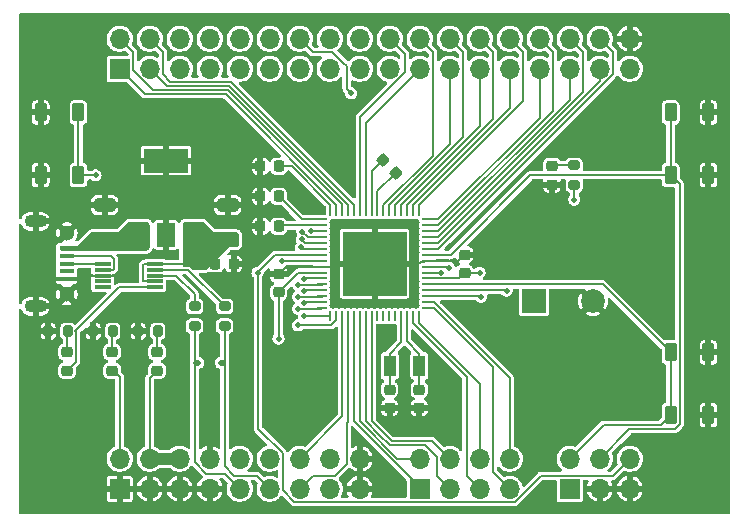
<source format=gbr>
%TF.GenerationSoftware,KiCad,Pcbnew,(7.0.0-rc1-156-g4c5a344629-dirty)*%
%TF.CreationDate,2023-03-04T11:45:46-08:00*%
%TF.ProjectId,powerpic-devboard,706f7765-7270-4696-932d-646576626f61,2.0*%
%TF.SameCoordinates,Original*%
%TF.FileFunction,Copper,L1,Top*%
%TF.FilePolarity,Positive*%
%FSLAX46Y46*%
G04 Gerber Fmt 4.6, Leading zero omitted, Abs format (unit mm)*
G04 Created by KiCad (PCBNEW (7.0.0-rc1-156-g4c5a344629-dirty)) date 2023-03-04 11:45:46*
%MOMM*%
%LPD*%
G01*
G04 APERTURE LIST*
G04 Aperture macros list*
%AMRoundRect*
0 Rectangle with rounded corners*
0 $1 Rounding radius*
0 $2 $3 $4 $5 $6 $7 $8 $9 X,Y pos of 4 corners*
0 Add a 4 corners polygon primitive as box body*
4,1,4,$2,$3,$4,$5,$6,$7,$8,$9,$2,$3,0*
0 Add four circle primitives for the rounded corners*
1,1,$1+$1,$2,$3*
1,1,$1+$1,$4,$5*
1,1,$1+$1,$6,$7*
1,1,$1+$1,$8,$9*
0 Add four rect primitives between the rounded corners*
20,1,$1+$1,$2,$3,$4,$5,0*
20,1,$1+$1,$4,$5,$6,$7,0*
20,1,$1+$1,$6,$7,$8,$9,0*
20,1,$1+$1,$8,$9,$2,$3,0*%
G04 Aperture macros list end*
%TA.AperFunction,ComponentPad*%
%ADD10R,1.700000X1.700000*%
%TD*%
%TA.AperFunction,ComponentPad*%
%ADD11O,1.700000X1.700000*%
%TD*%
%TA.AperFunction,SMDPad,CuDef*%
%ADD12R,1.500000X2.000000*%
%TD*%
%TA.AperFunction,SMDPad,CuDef*%
%ADD13R,3.800000X2.000000*%
%TD*%
%TA.AperFunction,SMDPad,CuDef*%
%ADD14RoundRect,0.225000X0.225000X0.250000X-0.225000X0.250000X-0.225000X-0.250000X0.225000X-0.250000X0*%
%TD*%
%TA.AperFunction,SMDPad,CuDef*%
%ADD15RoundRect,0.112500X-0.187500X-0.112500X0.187500X-0.112500X0.187500X0.112500X-0.187500X0.112500X0*%
%TD*%
%TA.AperFunction,SMDPad,CuDef*%
%ADD16RoundRect,0.200000X0.200000X0.275000X-0.200000X0.275000X-0.200000X-0.275000X0.200000X-0.275000X0*%
%TD*%
%TA.AperFunction,SMDPad,CuDef*%
%ADD17RoundRect,0.218750X-0.256250X0.218750X-0.256250X-0.218750X0.256250X-0.218750X0.256250X0.218750X0*%
%TD*%
%TA.AperFunction,ComponentPad*%
%ADD18C,0.700000*%
%TD*%
%TA.AperFunction,ComponentPad*%
%ADD19C,4.400000*%
%TD*%
%TA.AperFunction,SMDPad,CuDef*%
%ADD20RoundRect,0.062500X-0.350000X-0.062500X0.350000X-0.062500X0.350000X0.062500X-0.350000X0.062500X0*%
%TD*%
%TA.AperFunction,SMDPad,CuDef*%
%ADD21RoundRect,0.062500X-0.062500X-0.350000X0.062500X-0.350000X0.062500X0.350000X-0.062500X0.350000X0*%
%TD*%
%TA.AperFunction,SMDPad,CuDef*%
%ADD22R,5.400000X5.400000*%
%TD*%
%TA.AperFunction,SMDPad,CuDef*%
%ADD23RoundRect,0.200000X-0.275000X0.200000X-0.275000X-0.200000X0.275000X-0.200000X0.275000X0.200000X0*%
%TD*%
%TA.AperFunction,SMDPad,CuDef*%
%ADD24RoundRect,0.225000X-0.250000X0.225000X-0.250000X-0.225000X0.250000X-0.225000X0.250000X0.225000X0*%
%TD*%
%TA.AperFunction,SMDPad,CuDef*%
%ADD25RoundRect,0.200000X0.300000X-0.600000X0.300000X0.600000X-0.300000X0.600000X-0.300000X-0.600000X0*%
%TD*%
%TA.AperFunction,SMDPad,CuDef*%
%ADD26R,1.400000X0.300000*%
%TD*%
%TA.AperFunction,SMDPad,CuDef*%
%ADD27R,1.000000X1.800000*%
%TD*%
%TA.AperFunction,SMDPad,CuDef*%
%ADD28RoundRect,0.218750X0.256250X-0.218750X0.256250X0.218750X-0.256250X0.218750X-0.256250X-0.218750X0*%
%TD*%
%TA.AperFunction,SMDPad,CuDef*%
%ADD29RoundRect,0.200000X0.275000X-0.200000X0.275000X0.200000X-0.275000X0.200000X-0.275000X-0.200000X0*%
%TD*%
%TA.AperFunction,SMDPad,CuDef*%
%ADD30RoundRect,0.250000X0.650000X-0.325000X0.650000X0.325000X-0.650000X0.325000X-0.650000X-0.325000X0*%
%TD*%
%TA.AperFunction,SMDPad,CuDef*%
%ADD31R,1.250000X0.400000*%
%TD*%
%TA.AperFunction,ComponentPad*%
%ADD32C,1.300000*%
%TD*%
%TA.AperFunction,ComponentPad*%
%ADD33O,1.900000X1.100000*%
%TD*%
%TA.AperFunction,SMDPad,CuDef*%
%ADD34RoundRect,0.200000X-0.300000X0.600000X-0.300000X-0.600000X0.300000X-0.600000X0.300000X0.600000X0*%
%TD*%
%TA.AperFunction,SMDPad,CuDef*%
%ADD35RoundRect,0.225000X0.250000X-0.225000X0.250000X0.225000X-0.250000X0.225000X-0.250000X-0.225000X0*%
%TD*%
%TA.AperFunction,SMDPad,CuDef*%
%ADD36RoundRect,0.225000X0.335876X0.017678X0.017678X0.335876X-0.335876X-0.017678X-0.017678X-0.335876X0*%
%TD*%
%TA.AperFunction,ComponentPad*%
%ADD37C,2.000000*%
%TD*%
%TA.AperFunction,ComponentPad*%
%ADD38R,2.000000X2.000000*%
%TD*%
%TA.AperFunction,ViaPad*%
%ADD39C,0.508000*%
%TD*%
%TA.AperFunction,ViaPad*%
%ADD40C,1.000000*%
%TD*%
%TA.AperFunction,Conductor*%
%ADD41C,0.200000*%
%TD*%
%TA.AperFunction,Conductor*%
%ADD42C,1.000000*%
%TD*%
%TA.AperFunction,Conductor*%
%ADD43C,0.152400*%
%TD*%
G04 APERTURE END LIST*
D10*
%TO.P,J4,1,Pin_1*%
%TO.N,VCC*%
X104884999Y-117874999D03*
D11*
%TO.P,J4,2,Pin_2*%
%TO.N,/ICSP_DAT*%
X104884999Y-115334999D03*
%TO.P,J4,3,Pin_3*%
%TO.N,GND*%
X107424999Y-117874999D03*
%TO.P,J4,4,Pin_4*%
%TO.N,/ICSP_CLK*%
X107424999Y-115334999D03*
%TO.P,J4,5,Pin_5*%
%TO.N,GND*%
X109964999Y-117874999D03*
%TO.P,J4,6,Pin_6*%
%TO.N,/~{MCLR}*%
X109964999Y-115334999D03*
%TD*%
D12*
%TO.P,U2,3,VO*%
%TO.N,+3V3*%
X73006999Y-96381999D03*
%TO.P,U2,2,GND*%
%TO.N,GND*%
X70706999Y-96381999D03*
D13*
X70706999Y-90081999D03*
D12*
%TO.P,U2,1,VI*%
%TO.N,VBUS*%
X68406999Y-96381999D03*
%TD*%
D10*
%TO.P,J2,1,Pin_1*%
%TO.N,GND*%
X66779999Y-117874999D03*
D11*
%TO.P,J2,2,Pin_2*%
%TO.N,+3V3*%
X66779999Y-115334999D03*
%TO.P,J2,3,Pin_3*%
%TO.N,GND*%
X69319999Y-117874999D03*
%TO.P,J2,4,Pin_4*%
%TO.N,VCC*%
X69319999Y-115334999D03*
%TO.P,J2,5,Pin_5*%
%TO.N,GND*%
X71859999Y-117874999D03*
%TO.P,J2,6,Pin_6*%
%TO.N,VCC*%
X71859999Y-115334999D03*
%TO.P,J2,7,Pin_7*%
%TO.N,GND*%
X74399999Y-117874999D03*
%TO.P,J2,8,Pin_8*%
X74399999Y-115334999D03*
%TO.P,J2,9,Pin_9*%
%TO.N,/UART_TX*%
X76939999Y-117874999D03*
%TO.P,J2,10,Pin_10*%
%TO.N,/DEBUG*%
X76939999Y-115334999D03*
%TO.P,J2,11,Pin_11*%
%TO.N,/UART_RX*%
X79479999Y-117874999D03*
%TO.P,J2,12,Pin_12*%
%TO.N,/DEBUG*%
X79479999Y-115334999D03*
%TO.P,J2,13,Pin_13*%
%TO.N,/BUZZER*%
X82019999Y-117874999D03*
%TO.P,J2,14,Pin_14*%
%TO.N,/BACKLIGHT*%
X82019999Y-115334999D03*
%TO.P,J2,15,Pin_15*%
%TO.N,/BUZZER_ONB*%
X84559999Y-117874999D03*
%TO.P,J2,16,Pin_16*%
%TO.N,/BACKLIGHT_LED*%
X84559999Y-115334999D03*
%TO.P,J2,17,Pin_17*%
%TO.N,GND*%
X87099999Y-117874999D03*
%TO.P,J2,18,Pin_18*%
X87099999Y-115334999D03*
%TD*%
D14*
%TO.P,C7,1*%
%TO.N,Net-(U1-VLCD2{slash}RE1)*%
X80245000Y-93105000D03*
%TO.P,C7,2*%
%TO.N,GND*%
X78695000Y-93105000D03*
%TD*%
D10*
%TO.P,J1,1,Pin_1*%
%TO.N,/COM0*%
X66784999Y-82314999D03*
D11*
%TO.P,J1,2,Pin_2*%
%TO.N,/COM1*%
X66784999Y-79774999D03*
%TO.P,J1,3,Pin_3*%
%TO.N,/COM2*%
X69324999Y-82314999D03*
%TO.P,J1,4,Pin_4*%
%TO.N,/COM3*%
X69324999Y-79774999D03*
%TO.P,J1,5,Pin_5*%
%TO.N,/SEG0*%
X71864999Y-82314999D03*
%TO.P,J1,6,Pin_6*%
%TO.N,/SEG1*%
X71864999Y-79774999D03*
%TO.P,J1,7,Pin_7*%
%TO.N,/SEG2*%
X74404999Y-82314999D03*
%TO.P,J1,8,Pin_8*%
%TO.N,/SEG3*%
X74404999Y-79774999D03*
%TO.P,J1,9,Pin_9*%
%TO.N,/SEG4*%
X76944999Y-82314999D03*
%TO.P,J1,10,Pin_10*%
%TO.N,/SEG5*%
X76944999Y-79774999D03*
%TO.P,J1,11,Pin_11*%
%TO.N,/SEG6*%
X79484999Y-82314999D03*
%TO.P,J1,12,Pin_12*%
%TO.N,/SEG7*%
X79484999Y-79774999D03*
%TO.P,J1,13,Pin_13*%
%TO.N,/SEG8*%
X82024999Y-82314999D03*
%TO.P,J1,14,Pin_14*%
%TO.N,/SEG9*%
X82024999Y-79774999D03*
%TO.P,J1,15,Pin_15*%
%TO.N,/SEG10*%
X84564999Y-82314999D03*
%TO.P,J1,16,Pin_16*%
%TO.N,/SEG11*%
X84564999Y-79774999D03*
%TO.P,J1,17,Pin_17*%
%TO.N,/SEG12*%
X87104999Y-82314999D03*
%TO.P,J1,18,Pin_18*%
%TO.N,/SEG13*%
X87104999Y-79774999D03*
%TO.P,J1,19,Pin_19*%
%TO.N,/SEG14*%
X89644999Y-82314999D03*
%TO.P,J1,20,Pin_20*%
%TO.N,/SEG15*%
X89644999Y-79774999D03*
%TO.P,J1,21,Pin_21*%
%TO.N,/SEG16*%
X92184999Y-82314999D03*
%TO.P,J1,22,Pin_22*%
%TO.N,/SEG17*%
X92184999Y-79774999D03*
%TO.P,J1,23,Pin_23*%
%TO.N,/SEG18*%
X94724999Y-82314999D03*
%TO.P,J1,24,Pin_24*%
%TO.N,/SEG19*%
X94724999Y-79774999D03*
%TO.P,J1,25,Pin_25*%
%TO.N,/SEG20*%
X97264999Y-82314999D03*
%TO.P,J1,26,Pin_26*%
%TO.N,/SEG21*%
X97264999Y-79774999D03*
%TO.P,J1,27,Pin_27*%
%TO.N,/SEG22*%
X99804999Y-82314999D03*
%TO.P,J1,28,Pin_28*%
%TO.N,/SEG23*%
X99804999Y-79774999D03*
%TO.P,J1,29,Pin_29*%
%TO.N,/SEG24*%
X102344999Y-82314999D03*
%TO.P,J1,30,Pin_30*%
%TO.N,/SEG25*%
X102344999Y-79774999D03*
%TO.P,J1,31,Pin_31*%
%TO.N,/SEG26*%
X104884999Y-82314999D03*
%TO.P,J1,32,Pin_32*%
%TO.N,/SEG27*%
X104884999Y-79774999D03*
%TO.P,J1,33,Pin_33*%
%TO.N,/SEG28*%
X107424999Y-82314999D03*
%TO.P,J1,34,Pin_34*%
%TO.N,/SEG29*%
X107424999Y-79774999D03*
%TO.P,J1,35,Pin_35*%
%TO.N,/SEG30*%
X109964999Y-82314999D03*
%TO.P,J1,36,Pin_36*%
%TO.N,GND*%
X109964999Y-79774999D03*
%TD*%
D15*
%TO.P,D1,1,K*%
%TO.N,/UART_TX*%
X73340000Y-107202000D03*
%TO.P,D1,2,A*%
%TO.N,/UART_RX*%
X75440000Y-107202000D03*
%TD*%
D16*
%TO.P,R6,1*%
%TO.N,Net-(LED4-K)*%
X62388000Y-104535000D03*
%TO.P,R6,2*%
%TO.N,GND*%
X60738000Y-104535000D03*
%TD*%
D17*
%TO.P,LED4,1,K*%
%TO.N,Net-(LED4-K)*%
X62325000Y-106287500D03*
%TO.P,LED4,2,A*%
%TO.N,Net-(LED4-A)*%
X62325000Y-107862500D03*
%TD*%
D14*
%TO.P,C11,1*%
%TO.N,GND*%
X76435000Y-98820000D03*
%TO.P,C11,2*%
%TO.N,+3V3*%
X74885000Y-98820000D03*
%TD*%
D18*
%TO.P,H4,1,1*%
%TO.N,GND*%
X116196726Y-117766726D03*
X115030000Y-114950000D03*
X113863274Y-115433274D03*
X113380000Y-116600000D03*
X116196726Y-115433274D03*
X113863274Y-117766726D03*
X115030000Y-118250000D03*
D19*
X115030000Y-116600000D03*
D18*
X116680000Y-116600000D03*
%TD*%
%TO.P,H3,1,1*%
%TO.N,GND*%
X62856726Y-117766726D03*
X61690000Y-114950000D03*
X60523274Y-115433274D03*
X60040000Y-116600000D03*
X62856726Y-115433274D03*
X60523274Y-117766726D03*
X61690000Y-118250000D03*
D19*
X61690000Y-116600000D03*
D18*
X63340000Y-116600000D03*
%TD*%
%TO.P,H2,1,1*%
%TO.N,GND*%
X116196726Y-82206726D03*
X115030000Y-79390000D03*
X113863274Y-79873274D03*
X113380000Y-81040000D03*
X116196726Y-79873274D03*
X113863274Y-82206726D03*
X115030000Y-82690000D03*
D19*
X115030000Y-81040000D03*
D18*
X116680000Y-81040000D03*
%TD*%
%TO.P,H1,1,1*%
%TO.N,GND*%
X62856726Y-82206726D03*
X61690000Y-79390000D03*
X60523274Y-79873274D03*
X60040000Y-81040000D03*
X62856726Y-79873274D03*
X60523274Y-82206726D03*
X61690000Y-82690000D03*
D19*
X61690000Y-81040000D03*
D18*
X63340000Y-81040000D03*
%TD*%
D20*
%TO.P,U1,1,VLCD2/RE1*%
%TO.N,Net-(U1-VLCD2{slash}RE1)*%
X83922500Y-95070000D03*
%TO.P,U1,2,VLCD1/RE0*%
%TO.N,Net-(U1-VLCD1{slash}RE0)*%
X83922500Y-95570000D03*
%TO.P,U1,3,SEG42/RG0*%
%TO.N,/SEG8*%
X83922500Y-96070000D03*
%TO.P,U1,4,SEG43/RG1*%
%TO.N,/SEG7*%
X83922500Y-96570000D03*
%TO.P,U1,5,SEG44/RG2*%
%TO.N,/SEG6*%
X83922500Y-97070000D03*
%TO.P,U1,6,SEG45/RG3*%
%TO.N,/SEG5*%
X83922500Y-97570000D03*
%TO.P,U1,7,VPP/~{MCLR}/RG5*%
%TO.N,/~{MCLR}*%
X83922500Y-98070000D03*
%TO.P,U1,8,SEG26/RG4*%
%TO.N,/SEG4*%
X83922500Y-98570000D03*
%TO.P,U1,9,VSS*%
%TO.N,GND*%
X83922500Y-99070000D03*
%TO.P,U1,10,VDD*%
%TO.N,VCC*%
X83922500Y-99570000D03*
%TO.P,U1,11,SEG25/RF7*%
%TO.N,/SEG3*%
X83922500Y-100070000D03*
%TO.P,U1,12,SEG24/RF6*%
%TO.N,/SEG2*%
X83922500Y-100570000D03*
%TO.P,U1,13,SEG23/RF5*%
%TO.N,/SEG1*%
X83922500Y-101070000D03*
%TO.P,U1,14,SEG22/RF4*%
%TO.N,/SEG0*%
X83922500Y-101570000D03*
%TO.P,U1,15,SEG21/RF3*%
%TO.N,/SEG10*%
X83922500Y-102070000D03*
%TO.P,U1,16,SEG20/RF2*%
%TO.N,/SEG11*%
X83922500Y-102570000D03*
D21*
%TO.P,U1,17,SEG19/RF1*%
%TO.N,/SEG9*%
X84610000Y-103257500D03*
%TO.P,U1,18,SEG41/RF0*%
%TO.N,/SEG12*%
X85110000Y-103257500D03*
%TO.P,U1,19,COM7/SEG15/RG7*%
%TO.N,/BACKLIGHT*%
X85610000Y-103257500D03*
%TO.P,U1,20,COM6/RG6*%
%TO.N,/BUZZER*%
X86110000Y-103257500D03*
%TO.P,U1,21,RA3/SEG35*%
%TO.N,/ROW3*%
X86610000Y-103257500D03*
%TO.P,U1,22,RA2/SEG34*%
%TO.N,/ROW2*%
X87110000Y-103257500D03*
%TO.P,U1,23,RA1/SEG18*%
%TO.N,/ROW1*%
X87610000Y-103257500D03*
%TO.P,U1,24,RA0/SEG33*%
%TO.N,/ROW0*%
X88110000Y-103257500D03*
%TO.P,U1,25,COM5/RH1*%
%TO.N,unconnected-(U1-COM5{slash}RH1-Pad25)*%
X88610000Y-103257500D03*
%TO.P,U1,26,COM4/RH0*%
%TO.N,unconnected-(U1-COM4{slash}RH0-Pad26)*%
X89110000Y-103257500D03*
%TO.P,U1,27,RA5*%
%TO.N,unconnected-(U1-RA5-Pad27)*%
X89610000Y-103257500D03*
%TO.P,U1,28,RA4/SEG14*%
%TO.N,unconnected-(U1-RA4{slash}SEG14-Pad28)*%
X90110000Y-103257500D03*
%TO.P,U1,29,RC1*%
%TO.N,Net-(U1-RC1)*%
X90610000Y-103257500D03*
%TO.P,U1,30,RC0*%
%TO.N,Net-(U1-RC0)*%
X91110000Y-103257500D03*
%TO.P,U1,31,RC6/SEG27*%
%TO.N,/COL0*%
X91610000Y-103257500D03*
%TO.P,U1,32,RC7/SEG28*%
%TO.N,/COL1*%
X92110000Y-103257500D03*
D20*
%TO.P,U1,33,RC2/SEG13*%
%TO.N,/COL2*%
X92797500Y-102570000D03*
%TO.P,U1,34,RC3/SEG17*%
%TO.N,/COL3*%
X92797500Y-102070000D03*
%TO.P,U1,35,RC4/SEG16*%
%TO.N,/DEBUG*%
X92797500Y-101570000D03*
%TO.P,U1,36,RC5/SEG12*%
%TO.N,/SEG30*%
X92797500Y-101070000D03*
%TO.P,U1,37,RB7/SEG39/ICSPDAT*%
%TO.N,/ICSP_DAT*%
X92797500Y-100570000D03*
%TO.P,U1,38,VDD*%
%TO.N,VCC*%
X92797500Y-100070000D03*
%TO.P,U1,39,RA7/SEG37*%
%TO.N,/SEG13*%
X92797500Y-99570000D03*
%TO.P,U1,40,RA6/SEG36*%
%TO.N,/SEG14*%
X92797500Y-99070000D03*
%TO.P,U1,41,VSS*%
%TO.N,GND*%
X92797500Y-98570000D03*
%TO.P,U1,42,RB6/SEG38/ICSPCLK*%
%TO.N,/ICSP_CLK*%
X92797500Y-98070000D03*
%TO.P,U1,43,RB5/SEG29*%
%TO.N,/SEG29*%
X92797500Y-97570000D03*
%TO.P,U1,44,RB4/SEG11*%
%TO.N,/SEG28*%
X92797500Y-97070000D03*
%TO.P,U1,45,RB3/SEG10*%
%TO.N,/SEG27*%
X92797500Y-96570000D03*
%TO.P,U1,46,RB2/SEG9*%
%TO.N,/SEG26*%
X92797500Y-96070000D03*
%TO.P,U1,47,RB1/SEG8*%
%TO.N,/SEG25*%
X92797500Y-95570000D03*
%TO.P,U1,48,RB0/SEG30*%
%TO.N,/SEG24*%
X92797500Y-95070000D03*
D21*
%TO.P,U1,49,RD7/SEG7*%
%TO.N,/SEG23*%
X92110000Y-94382500D03*
%TO.P,U1,50,RD6/SEG6*%
%TO.N,/SEG22*%
X91610000Y-94382500D03*
%TO.P,U1,51,RD5/SEG5*%
%TO.N,/SEG21*%
X91110000Y-94382500D03*
%TO.P,U1,52,RD4/SEG4*%
%TO.N,/SEG20*%
X90610000Y-94382500D03*
%TO.P,U1,53,RD3/SEG3*%
%TO.N,/SEG19*%
X90110000Y-94382500D03*
%TO.P,U1,54,RD2/SEG2*%
%TO.N,/SEG18*%
X89610000Y-94382500D03*
%TO.P,U1,55,RD1/SEG1*%
%TO.N,/SEG17*%
X89110000Y-94382500D03*
%TO.P,U1,56,CFLY2/SEG40/RH3*%
%TO.N,Net-(U1-CFLY2{slash}SEG40{slash}RH3)*%
X88610000Y-94382500D03*
%TO.P,U1,57,CFLY1/SEG32/RH2*%
%TO.N,Net-(U1-CFLY1{slash}SEG32{slash}RH2)*%
X88110000Y-94382500D03*
%TO.P,U1,58,RD0/SEG0*%
%TO.N,/SEG16*%
X87610000Y-94382500D03*
%TO.P,U1,59,SEG31/RE7*%
%TO.N,/SEG15*%
X87110000Y-94382500D03*
%TO.P,U1,60,COM3/RE6*%
%TO.N,/COM3*%
X86610000Y-94382500D03*
%TO.P,U1,61,COM2/RE5*%
%TO.N,/COM2*%
X86110000Y-94382500D03*
%TO.P,U1,62,COM1/RE4*%
%TO.N,/COM1*%
X85610000Y-94382500D03*
%TO.P,U1,63,COM0/RE3*%
%TO.N,/COM0*%
X85110000Y-94382500D03*
%TO.P,U1,64,VLCD3*%
%TO.N,Net-(U1-VLCD3)*%
X84610000Y-94382500D03*
D22*
%TO.P,U1,65,VSS*%
%TO.N,GND*%
X88359999Y-98819999D03*
%TD*%
D16*
%TO.P,R1,2*%
%TO.N,GND*%
X68358000Y-104535000D03*
%TO.P,R1,1*%
%TO.N,Net-(LED1-K)*%
X70008000Y-104535000D03*
%TD*%
%TO.P,R2,1*%
%TO.N,Net-(LED2-K)*%
X66198000Y-104535000D03*
%TO.P,R2,2*%
%TO.N,GND*%
X64548000Y-104535000D03*
%TD*%
D17*
%TO.P,LED1,2,A*%
%TO.N,VCC*%
X69945000Y-107862500D03*
%TO.P,LED1,1,K*%
%TO.N,Net-(LED1-K)*%
X69945000Y-106287500D03*
%TD*%
%TO.P,LED2,1,K*%
%TO.N,Net-(LED2-K)*%
X66135000Y-106287500D03*
%TO.P,LED2,2,A*%
%TO.N,+3V3*%
X66135000Y-107862500D03*
%TD*%
D23*
%TO.P,R4,2*%
%TO.N,/UART_TX*%
X73120000Y-104090000D03*
%TO.P,R4,1*%
%TO.N,Net-(U3-TXD)*%
X73120000Y-102440000D03*
%TD*%
D24*
%TO.P,C4,1*%
%TO.N,Net-(U1-RC1)*%
X89630000Y-109475000D03*
%TO.P,C4,2*%
%TO.N,GND*%
X89630000Y-111025000D03*
%TD*%
D25*
%TO.P,SW1,1,1*%
%TO.N,GND*%
X60090000Y-91310000D03*
X60090000Y-86010000D03*
%TO.P,SW1,2,2*%
%TO.N,/~{MCLR}*%
X63290000Y-91310000D03*
X63290000Y-86010000D03*
%TD*%
D14*
%TO.P,C6,1*%
%TO.N,Net-(U1-VLCD1{slash}RE0)*%
X80245000Y-95645000D03*
%TO.P,C6,2*%
%TO.N,GND*%
X78695000Y-95645000D03*
%TD*%
D26*
%TO.P,U3,1,UD+*%
%TO.N,Net-(J5-D+)*%
X65331999Y-98819999D03*
%TO.P,U3,2,UD-*%
%TO.N,Net-(J5-D-)*%
X65331999Y-99319999D03*
%TO.P,U3,3,GND*%
%TO.N,GND*%
X65331999Y-99819999D03*
%TO.P,U3,4,~{RTS}*%
%TO.N,unconnected-(U3-~{RTS}-Pad4)*%
X65331999Y-100319999D03*
%TO.P,U3,5,~{CTS}*%
%TO.N,unconnected-(U3-~{CTS}-Pad5)*%
X65331999Y-100819999D03*
%TO.P,U3,6,TNOW*%
%TO.N,Net-(LED4-A)*%
X69731999Y-100819999D03*
%TO.P,U3,7,VCC*%
%TO.N,+3V3*%
X69731999Y-100319999D03*
%TO.P,U3,8,TXD*%
%TO.N,Net-(U3-TXD)*%
X69731999Y-99819999D03*
%TO.P,U3,9,RXD*%
%TO.N,Net-(U3-RXD)*%
X69731999Y-99319999D03*
%TO.P,U3,10,V3*%
%TO.N,+3V3*%
X69731999Y-98819999D03*
%TD*%
D27*
%TO.P,Y1,2,2*%
%TO.N,Net-(U1-RC1)*%
X89649999Y-107455999D03*
%TO.P,Y1,1,1*%
%TO.N,Net-(U1-RC0)*%
X92149999Y-107455999D03*
%TD*%
D25*
%TO.P,SW3,1,1*%
%TO.N,/ICSP_DAT*%
X113430000Y-111630000D03*
X113430000Y-106330000D03*
%TO.P,SW3,2,2*%
%TO.N,GND*%
X116630000Y-111630000D03*
X116630000Y-106330000D03*
%TD*%
D28*
%TO.P,LED3,2,A*%
%TO.N,Net-(LED3-A)*%
X103371400Y-90539500D03*
%TO.P,LED3,1,K*%
%TO.N,GND*%
X103371400Y-92114500D03*
%TD*%
D29*
%TO.P,R3,2*%
%TO.N,Net-(LED3-A)*%
X105276400Y-90502000D03*
%TO.P,R3,1*%
%TO.N,/BACKLIGHT_LED*%
X105276400Y-92152000D03*
%TD*%
D30*
%TO.P,C9,2*%
%TO.N,GND*%
X65500000Y-93838000D03*
%TO.P,C9,1*%
%TO.N,VBUS*%
X65500000Y-96788000D03*
%TD*%
D24*
%TO.P,C3,1*%
%TO.N,Net-(U1-RC0)*%
X92140000Y-109475000D03*
%TO.P,C3,2*%
%TO.N,GND*%
X92140000Y-111025000D03*
%TD*%
D31*
%TO.P,J5,1,VBUS*%
%TO.N,VBUS*%
X62282999Y-97519999D03*
%TO.P,J5,2,D-*%
%TO.N,Net-(J5-D-)*%
X62282999Y-98169999D03*
%TO.P,J5,3,D+*%
%TO.N,Net-(J5-D+)*%
X62282999Y-98819999D03*
%TO.P,J5,4,ID*%
%TO.N,unconnected-(J5-ID-Pad4)*%
X62282999Y-99469999D03*
%TO.P,J5,5,GND*%
%TO.N,GND*%
X62282999Y-100119999D03*
D32*
%TO.P,J5,6,Shield*%
X62308000Y-101420000D03*
X62308000Y-96220000D03*
D33*
X59657999Y-102419999D03*
X59657999Y-95219999D03*
%TD*%
D34*
%TO.P,SW2,1,1*%
%TO.N,GND*%
X116630000Y-86010000D03*
X116630000Y-91310000D03*
%TO.P,SW2,2,2*%
%TO.N,/ICSP_CLK*%
X113430000Y-86010000D03*
X113430000Y-91310000D03*
%TD*%
D35*
%TO.P,C1,1*%
%TO.N,VCC*%
X80232000Y-101246000D03*
%TO.P,C1,2*%
%TO.N,GND*%
X80232000Y-99696000D03*
%TD*%
D36*
%TO.P,C5,2*%
%TO.N,Net-(U1-CFLY1{slash}SEG32{slash}RH2)*%
X89081992Y-90016992D03*
%TO.P,C5,1*%
%TO.N,Net-(U1-CFLY2{slash}SEG40{slash}RH3)*%
X90178008Y-91113008D03*
%TD*%
D37*
%TO.P,BZ1,2,+*%
%TO.N,GND*%
X106862000Y-101995000D03*
D38*
%TO.P,BZ1,1,-*%
%TO.N,/BUZZER_ONB*%
X101861999Y-101994999D03*
%TD*%
D14*
%TO.P,C8,1*%
%TO.N,Net-(U1-VLCD3)*%
X80245000Y-90565000D03*
%TO.P,C8,2*%
%TO.N,GND*%
X78695000Y-90565000D03*
%TD*%
D35*
%TO.P,C2,1*%
%TO.N,VCC*%
X95980000Y-99595000D03*
%TO.P,C2,2*%
%TO.N,GND*%
X95980000Y-98045000D03*
%TD*%
D11*
%TO.P,J3,8,Pin_8*%
%TO.N,/COL3*%
X99799999Y-115334999D03*
%TO.P,J3,7,Pin_7*%
%TO.N,/COL2*%
X99799999Y-117874999D03*
%TO.P,J3,6,Pin_6*%
%TO.N,/COL1*%
X97259999Y-115334999D03*
%TO.P,J3,5,Pin_5*%
%TO.N,/COL0*%
X97259999Y-117874999D03*
%TO.P,J3,4,Pin_4*%
%TO.N,/ROW0*%
X94719999Y-115334999D03*
%TO.P,J3,3,Pin_3*%
%TO.N,/ROW1*%
X94719999Y-117874999D03*
%TO.P,J3,2,Pin_2*%
%TO.N,/ROW2*%
X92179999Y-115334999D03*
D10*
%TO.P,J3,1,Pin_1*%
%TO.N,/ROW3*%
X92179999Y-117874999D03*
%TD*%
D30*
%TO.P,C10,2*%
%TO.N,GND*%
X75914000Y-93838000D03*
%TO.P,C10,1*%
%TO.N,+3V3*%
X75914000Y-96788000D03*
%TD*%
D23*
%TO.P,R5,2*%
%TO.N,/UART_RX*%
X75660000Y-104090000D03*
%TO.P,R5,1*%
%TO.N,Net-(U3-RXD)*%
X75660000Y-102440000D03*
%TD*%
D39*
%TO.N,GND*%
X88360000Y-95518000D03*
X91662000Y-98820000D03*
X85312000Y-102122000D03*
X88360000Y-102122000D03*
X91662000Y-102122000D03*
X79216000Y-100598000D03*
X83280000Y-93740000D03*
X83280000Y-83580000D03*
X77565000Y-83580000D03*
X77565000Y-90565000D03*
X77565000Y-93105000D03*
X80105000Y-96915000D03*
X83280000Y-88660000D03*
X108680000Y-84850000D03*
X111220000Y-89930000D03*
X103600000Y-88660000D03*
X103600000Y-93740000D03*
X98520000Y-98820000D03*
X98520000Y-96280000D03*
X101060000Y-93740000D03*
X112490000Y-93740000D03*
X112490000Y-102630000D03*
X115030000Y-93740000D03*
X115030000Y-102630000D03*
X102330000Y-106440000D03*
X111220000Y-106440000D03*
X111220000Y-111520000D03*
X102330000Y-111520000D03*
X102330000Y-115330000D03*
X102330000Y-117870000D03*
X89630000Y-117870000D03*
X94710000Y-108980000D03*
X94710000Y-112790000D03*
X90900000Y-106440000D03*
X79470000Y-107710000D03*
X79470000Y-106440000D03*
X83280000Y-106440000D03*
X60420000Y-111520000D03*
X60420000Y-106440000D03*
X64230000Y-111520000D03*
X64230000Y-106440000D03*
X68040000Y-111520000D03*
X68040000Y-106440000D03*
X68040000Y-114060000D03*
X70580000Y-114060000D03*
X70580000Y-108980000D03*
X74390000Y-108980000D03*
X74390000Y-102630000D03*
X76930000Y-110250000D03*
X76930000Y-106440000D03*
X76930000Y-100090000D03*
X74390000Y-100090000D03*
X76930000Y-103900000D03*
X66770000Y-102630000D03*
X70580000Y-102630000D03*
X65500000Y-89930000D03*
X65500000Y-86120000D03*
X69310000Y-86120000D03*
X69310000Y-92470000D03*
X69310000Y-93740000D03*
X71850000Y-93740000D03*
X80994000Y-104027000D03*
X79343000Y-103900000D03*
X80994000Y-102376000D03*
X79343000Y-102376000D03*
%TO.N,/~{MCLR}*%
X78454000Y-99582000D03*
%TO.N,GND*%
X92170000Y-112409000D03*
X89630000Y-112409000D03*
%TO.N,/BACKLIGHT_LED*%
X105276400Y-93384400D03*
%TO.N,/SEG5*%
X82134811Y-97422077D03*
%TO.N,/SEG6*%
X82209402Y-96766404D03*
%TO.N,/SEG7*%
X82262123Y-96103674D03*
%TO.N,/SEG8*%
X82949800Y-96075900D03*
%TO.N,/SEG13*%
X93998800Y-99564100D03*
%TO.N,/SEG14*%
X94684600Y-99175600D03*
%TO.N,/SEG9*%
X86378800Y-84392800D03*
%TO.N,/DEBUG*%
X97377000Y-101614000D03*
%TO.N,/SEG12*%
X81883000Y-104027000D03*
%TO.N,/SEG9*%
X82391000Y-103265000D03*
%TO.N,VCC*%
X80232000Y-105170000D03*
%TO.N,/SEG30*%
X99536000Y-101106000D03*
%TO.N,VCC*%
X97250000Y-99582000D03*
%TO.N,/~{MCLR}*%
X64738000Y-91327000D03*
D40*
%TO.N,+3V3*%
X73120000Y-98439000D03*
D39*
%TO.N,/SEG11*%
X81883000Y-102630000D03*
%TO.N,/SEG10*%
X82391000Y-102119900D03*
%TO.N,/SEG0*%
X81883000Y-101614000D03*
%TO.N,/SEG1*%
X82391000Y-101103900D03*
%TO.N,/SEG2*%
X81883000Y-100598000D03*
%TO.N,/SEG3*%
X82391000Y-100090000D03*
%TO.N,/SEG4*%
X80486000Y-98594100D03*
%TD*%
D41*
%TO.N,GND*%
X91662000Y-98820000D02*
X91793000Y-98570000D01*
%TO.N,Net-(LED1-K)*%
X69945000Y-106287500D02*
X69945000Y-104598000D01*
X69945000Y-104598000D02*
X70008000Y-104535000D01*
%TO.N,Net-(LED2-K)*%
X66135000Y-106287500D02*
X66135000Y-104598000D01*
X66135000Y-104598000D02*
X66198000Y-104535000D01*
%TO.N,Net-(LED4-K)*%
X62325000Y-106287500D02*
X62325000Y-104598000D01*
X62325000Y-104598000D02*
X62388000Y-104535000D01*
%TO.N,Net-(LED4-A)*%
X63052400Y-104547000D02*
X63040400Y-104535000D01*
X63052400Y-107135100D02*
X63052400Y-104547000D01*
X62325000Y-107862500D02*
X63052400Y-107135100D01*
X63040400Y-104535000D02*
X66755400Y-100820000D01*
X66755400Y-100820000D02*
X69732000Y-100820000D01*
%TO.N,VCC*%
X69945000Y-107862500D02*
X69320000Y-108487500D01*
X69320000Y-108487500D02*
X69320000Y-115335000D01*
%TO.N,+3V3*%
X66780000Y-115335000D02*
X66780000Y-108380500D01*
X66780000Y-108380500D02*
X66262000Y-107862500D01*
%TO.N,/~{MCLR}*%
X78500593Y-112796563D02*
X78500593Y-99535407D01*
%TO.N,Net-(LED3-A)*%
X105276400Y-90502000D02*
X103408900Y-90502000D01*
X103408900Y-90502000D02*
X103371400Y-90539500D01*
%TO.N,/BACKLIGHT_LED*%
X105276400Y-93384400D02*
X105276400Y-92152000D01*
%TO.N,/~{MCLR}*%
X109965000Y-115335000D02*
X108527400Y-116772600D01*
X108527400Y-116772600D02*
X102461430Y-116772600D01*
X102461430Y-116772600D02*
X100256630Y-118977400D01*
X100256630Y-118977400D02*
X81563370Y-118977400D01*
X81563370Y-118977400D02*
X80582400Y-117996430D01*
X80582400Y-117996430D02*
X80582400Y-114878370D01*
X80582400Y-114878370D02*
X78500593Y-112796563D01*
%TO.N,/ICSP_DAT*%
X113430000Y-111630000D02*
X112597505Y-112462495D01*
X112597505Y-112462495D02*
X107757505Y-112462495D01*
X107757505Y-112462495D02*
X104885000Y-115335000D01*
%TO.N,/ICSP_CLK*%
X107425000Y-115335000D02*
X109945105Y-112814895D01*
X109945105Y-112814895D02*
X113784895Y-112814895D01*
X95334927Y-97539927D02*
X101564854Y-91310000D01*
X101564854Y-91310000D02*
X113430000Y-91310000D01*
X114182400Y-105805000D02*
X114182400Y-112417390D01*
X114182400Y-105542610D02*
X114182400Y-105805000D01*
X114182400Y-105805000D02*
X114182400Y-92062400D01*
X114182400Y-92062400D02*
X113430000Y-91310000D01*
X94804854Y-98070000D02*
X95334927Y-97539927D01*
X114182400Y-112417390D02*
X113784895Y-112814895D01*
%TO.N,GND*%
X65332000Y-99820000D02*
X63865000Y-99820000D01*
X65332000Y-99820000D02*
X67040000Y-99820000D01*
%TO.N,/BUZZER*%
X86110000Y-112225970D02*
X85997600Y-112338370D01*
X85997600Y-112338370D02*
X85997600Y-115787400D01*
X85997600Y-115787400D02*
X85012400Y-116772600D01*
X85012400Y-116772600D02*
X83122400Y-116772600D01*
X83122400Y-116772600D02*
X82020000Y-117875000D01*
%TO.N,/BACKLIGHT*%
X85610000Y-103257500D02*
X85610000Y-111745000D01*
X85610000Y-111745000D02*
X82020000Y-115335000D01*
%TO.N,/UART_RX*%
X75660000Y-104090000D02*
X75660000Y-115949230D01*
X76483370Y-116772600D02*
X78377600Y-116772600D01*
X75660000Y-115949230D02*
X76483370Y-116772600D01*
X78377600Y-116772600D02*
X79480000Y-117875000D01*
%TO.N,/UART_TX*%
X73120000Y-104090000D02*
X73120000Y-115614030D01*
X73120000Y-115614030D02*
X74105970Y-116600000D01*
X74105970Y-116600000D02*
X75665000Y-116600000D01*
X75665000Y-116600000D02*
X76940000Y-117875000D01*
%TO.N,Net-(U3-RXD)*%
X69732000Y-99320000D02*
X72540000Y-99320000D01*
X72540000Y-99320000D02*
X75660000Y-102440000D01*
%TO.N,Net-(U3-TXD)*%
X73120000Y-102440000D02*
X73120000Y-101376431D01*
X73120000Y-101376431D02*
X71563569Y-99820000D01*
X71563569Y-99820000D02*
X69732000Y-99820000D01*
D42*
%TO.N,VCC*%
X69320000Y-115335000D02*
X71860000Y-115335000D01*
D41*
%TO.N,/COM3*%
X86610000Y-94382500D02*
X86610000Y-93818800D01*
X86610000Y-93818800D02*
X76208600Y-83417400D01*
X76208600Y-83417400D02*
X71073170Y-83417400D01*
X70427400Y-82771630D02*
X70427400Y-80877400D01*
X70427400Y-80877400D02*
X69325000Y-79775000D01*
X71073170Y-83417400D02*
X70427400Y-82771630D01*
%TO.N,/COM2*%
X86110000Y-94382500D02*
X86110000Y-93826800D01*
X86110000Y-93826800D02*
X85943800Y-93660600D01*
X85943800Y-93660600D02*
X85943800Y-93654463D01*
X85943800Y-93654463D02*
X76059136Y-83769800D01*
X76059136Y-83769800D02*
X70779800Y-83769800D01*
X70779800Y-83769800D02*
X69325000Y-82315000D01*
%TO.N,/COM1*%
X85610000Y-94382500D02*
X85610000Y-93834800D01*
X85610000Y-93834800D02*
X85591400Y-93816200D01*
X85591400Y-93816200D02*
X85591400Y-93800432D01*
X85591400Y-93800432D02*
X75913168Y-84122200D01*
X75913168Y-84122200D02*
X69573170Y-84122200D01*
X69573170Y-84122200D02*
X67887400Y-82436430D01*
X67887400Y-82436430D02*
X67887400Y-80877400D01*
X67887400Y-80877400D02*
X66785000Y-79775000D01*
%TO.N,/COL3*%
X92797500Y-102070000D02*
X93352968Y-102070000D01*
X93352968Y-102070000D02*
X93354168Y-102071200D01*
X93354168Y-102071200D02*
X93363800Y-102071200D01*
X93363800Y-102071200D02*
X99800000Y-108507400D01*
X99800000Y-108507400D02*
X99800000Y-115335000D01*
%TO.N,/COL2*%
X92797500Y-102570000D02*
X93354600Y-102570000D01*
X93354600Y-102570000D02*
X98362400Y-107577800D01*
X98362400Y-107577800D02*
X98362400Y-116437400D01*
X98362400Y-116437400D02*
X99800000Y-117875000D01*
%TO.N,/COL1*%
X97260000Y-110072200D02*
X97260000Y-115335000D01*
X97260000Y-108964600D02*
X97260000Y-110072200D01*
X92110000Y-103257500D02*
X92110000Y-103814600D01*
X92110000Y-103814600D02*
X97260000Y-108964600D01*
%TO.N,/COL0*%
X91610000Y-103257500D02*
X91610000Y-103822600D01*
X91610000Y-103822600D02*
X96157600Y-108370200D01*
X96157600Y-108370200D02*
X96157600Y-116772600D01*
X96157600Y-116772600D02*
X97260000Y-117875000D01*
%TO.N,/SEG5*%
X82282734Y-97570000D02*
X82134811Y-97422077D01*
X83922500Y-97570000D02*
X82282734Y-97570000D01*
%TO.N,/SEG6*%
X82512998Y-97070000D02*
X82209402Y-96766404D01*
X83922500Y-97070000D02*
X82512998Y-97070000D01*
%TO.N,/SEG7*%
X82740749Y-96582300D02*
X82262123Y-96103674D01*
X83910200Y-96582300D02*
X82740749Y-96582300D01*
X83922500Y-96570000D02*
X83910200Y-96582300D01*
%TO.N,/SEG8*%
X82955700Y-96070000D02*
X82949800Y-96075900D01*
X83922500Y-96070000D02*
X82955700Y-96070000D01*
%TO.N,/SEG5*%
X83922500Y-97570000D02*
X83897900Y-97594600D01*
%TO.N,/~{MCLR}*%
X83922500Y-98070000D02*
X79966000Y-98070000D01*
X79966000Y-98070000D02*
X78500593Y-99535407D01*
%TO.N,/ROW0*%
X94720000Y-115335000D02*
X93237685Y-113852685D01*
X93237685Y-113852685D02*
X89803685Y-113852685D01*
X89803685Y-113852685D02*
X88110000Y-112159000D01*
X88110000Y-112159000D02*
X88110000Y-103257500D01*
%TO.N,/ROW1*%
X92609115Y-114205085D02*
X93617600Y-115213570D01*
X88750632Y-113298000D02*
X89657717Y-114205085D01*
X89657717Y-114205085D02*
X92609115Y-114205085D01*
%TO.N,/SEG14*%
X92797500Y-99070000D02*
X92809800Y-99057700D01*
X92809800Y-99057700D02*
X94668300Y-99057700D01*
X94668300Y-99057700D02*
X94684600Y-99074000D01*
%TO.N,/SEG13*%
X92797500Y-99570000D02*
X93992900Y-99570000D01*
X93992900Y-99570000D02*
X93998800Y-99564100D01*
%TO.N,/SEG9*%
X86002600Y-84016600D02*
X86378800Y-84392800D01*
X86002600Y-82437000D02*
X86002600Y-84016600D01*
X85693000Y-81802000D02*
X86002600Y-82111600D01*
X86002600Y-82111600D02*
X86002600Y-82437000D01*
X82025000Y-79775000D02*
X83127400Y-80877400D01*
X83127400Y-80877400D02*
X84768400Y-80877400D01*
X84768400Y-80877400D02*
X85693000Y-81802000D01*
%TO.N,/COM0*%
X85110000Y-94382500D02*
X85110000Y-93817400D01*
X85110000Y-93817400D02*
X75767200Y-84474600D01*
X75767200Y-84474600D02*
X68944600Y-84474600D01*
X68944600Y-84474600D02*
X66785000Y-82315000D01*
%TO.N,Net-(U1-VLCD3)*%
X84610000Y-94382500D02*
X84610000Y-93825400D01*
X84610000Y-93825400D02*
X81349600Y-90565000D01*
X81349600Y-90565000D02*
X80245000Y-90565000D01*
%TO.N,Net-(U1-VLCD2{slash}RE1)*%
X83922500Y-95070000D02*
X82210000Y-95070000D01*
X82210000Y-95070000D02*
X80245000Y-93105000D01*
%TO.N,Net-(U1-VLCD1{slash}RE0)*%
X83922500Y-95570000D02*
X80320000Y-95570000D01*
X80320000Y-95570000D02*
X80245000Y-95645000D01*
X80370400Y-95519600D02*
X80245000Y-95645000D01*
%TO.N,/SEG15*%
X87110000Y-94382500D02*
X87110000Y-86409030D01*
X87110000Y-86409030D02*
X90900000Y-82619030D01*
X90900000Y-82619030D02*
X90900000Y-81030000D01*
X90900000Y-81030000D02*
X89645000Y-79775000D01*
%TO.N,/SEG16*%
X87610000Y-94382500D02*
X87610000Y-86890000D01*
X87610000Y-86890000D02*
X92185000Y-82315000D01*
%TO.N,Net-(U1-CFLY1{slash}SEG32{slash}RH2)*%
X88110000Y-94382500D02*
X88110000Y-90988984D01*
X88110000Y-90988984D02*
X89081992Y-90016992D01*
%TO.N,Net-(U1-CFLY2{slash}SEG40{slash}RH3)*%
X88610000Y-94382500D02*
X88610000Y-92681016D01*
X88610000Y-92681016D02*
X90178008Y-91113008D01*
%TO.N,/SEG22*%
X91610000Y-94382500D02*
X91610000Y-93827032D01*
X91610000Y-93827032D02*
X99805000Y-85632032D01*
X99805000Y-85632032D02*
X99805000Y-82315000D01*
%TO.N,/SEG21*%
X91110000Y-94382500D02*
X91110000Y-93828663D01*
X91110000Y-93828663D02*
X98367400Y-86571262D01*
X98367400Y-86571262D02*
X98367400Y-80877400D01*
X98367400Y-80877400D02*
X97265000Y-79775000D01*
%TO.N,/SEG20*%
X90610000Y-94382500D02*
X90610000Y-93830294D01*
X90610000Y-93830294D02*
X97265000Y-87175294D01*
X97265000Y-87175294D02*
X97265000Y-82315000D01*
%TO.N,/SEG19*%
X90110000Y-94382500D02*
X90110000Y-93831926D01*
X90110000Y-93831926D02*
X95853000Y-88088926D01*
X95853000Y-88088926D02*
X95853000Y-80903000D01*
X95853000Y-80903000D02*
X94725000Y-79775000D01*
%TO.N,/SEG18*%
X89610000Y-94382500D02*
X89610000Y-93833558D01*
X89610000Y-93833558D02*
X94725000Y-88718558D01*
X94725000Y-88718558D02*
X94725000Y-82315000D01*
%TO.N,/SEG17*%
X89110000Y-94382500D02*
X89110000Y-93835189D01*
X89110000Y-93835189D02*
X93287400Y-89657790D01*
X93287400Y-89657790D02*
X93287400Y-80877400D01*
X93287400Y-80877400D02*
X92185000Y-79775000D01*
%TO.N,/SEG23*%
X92110000Y-94382500D02*
X92110000Y-93825400D01*
X92110000Y-93825400D02*
X100907400Y-85028000D01*
X100907400Y-85028000D02*
X100907400Y-80877400D01*
X100907400Y-80877400D02*
X99805000Y-79775000D01*
%TO.N,/SEG24*%
X92797500Y-95070000D02*
X93737190Y-95070000D01*
X93737190Y-95070000D02*
X102345000Y-86462190D01*
X102345000Y-86462190D02*
X102345000Y-82315000D01*
%TO.N,/SEG25*%
X92797500Y-95570000D02*
X93735558Y-95570000D01*
X93735558Y-95570000D02*
X103447400Y-85858158D01*
X103447400Y-85858158D02*
X103447400Y-80877400D01*
X103447400Y-80877400D02*
X102345000Y-79775000D01*
%TO.N,/SEG26*%
X92797500Y-96070000D02*
X93733926Y-96070000D01*
X93733926Y-96070000D02*
X104885000Y-84918926D01*
X104885000Y-84918926D02*
X104885000Y-82315000D01*
%TO.N,/SEG27*%
X92797500Y-96570000D02*
X93732294Y-96570000D01*
X93732294Y-96570000D02*
X105987400Y-84314894D01*
X105987400Y-80877400D02*
X104885000Y-79775000D01*
X105987400Y-84314894D02*
X105987400Y-80877400D01*
%TO.N,/SEG28*%
X92797500Y-97070000D02*
X93730662Y-97070000D01*
X93730662Y-97070000D02*
X107425000Y-83375662D01*
X107425000Y-83375662D02*
X107425000Y-82315000D01*
%TO.N,/SEG29*%
X92797500Y-97570000D02*
X93729030Y-97570000D01*
X93729030Y-97570000D02*
X94503146Y-96795884D01*
X94503146Y-96795884D02*
X108527400Y-82771630D01*
X108527400Y-82771630D02*
X108527400Y-82030600D01*
X108527400Y-82030600D02*
X108527400Y-80877400D01*
%TO.N,/SEG30*%
X92797500Y-101070000D02*
X99500000Y-101070000D01*
X99500000Y-101070000D02*
X99536000Y-101106000D01*
%TO.N,/DEBUG*%
X97333000Y-101570000D02*
X97377000Y-101614000D01*
X92797500Y-101570000D02*
X97333000Y-101570000D01*
%TO.N,/SEG12*%
X84698336Y-104027000D02*
X81883000Y-104027000D01*
%TO.N,/SEG9*%
X82398500Y-103257500D02*
X82391000Y-103265000D01*
X84610000Y-103257500D02*
X82398500Y-103257500D01*
%TO.N,VCC*%
X80232000Y-101246000D02*
X80232000Y-105170000D01*
%TO.N,/SEG12*%
X85110000Y-103615336D02*
X84698336Y-104027000D01*
X85110000Y-103257500D02*
X85110000Y-103615336D01*
%TO.N,VCC*%
X97237000Y-99595000D02*
X97250000Y-99582000D01*
X95980000Y-99595000D02*
X97237000Y-99595000D01*
%TO.N,Net-(J5-D-)*%
X66036800Y-98170000D02*
X62283000Y-98170000D01*
%TO.N,Net-(J5-D+)*%
X62283000Y-98820000D02*
X65332000Y-98820000D01*
%TO.N,GND*%
X91793000Y-98570000D02*
X91789000Y-98566000D01*
X92797500Y-98570000D02*
X91662000Y-98820000D01*
X85054000Y-99070000D02*
X85058000Y-99074000D01*
X83922500Y-99070000D02*
X85054000Y-99070000D01*
D43*
%TO.N,/~{MCLR}*%
X78454000Y-99582000D02*
X78500593Y-99535407D01*
D41*
X63290000Y-91310000D02*
X63290000Y-86010000D01*
X63307000Y-91327000D02*
X63290000Y-91310000D01*
X64738000Y-91327000D02*
X63307000Y-91327000D01*
%TO.N,+3V3*%
X69732000Y-98820000D02*
X72739000Y-98820000D01*
X72739000Y-98820000D02*
X73120000Y-98439000D01*
X69732000Y-100320000D02*
X68832000Y-100320000D01*
X68832000Y-100320000D02*
X68779600Y-100267600D01*
X68779600Y-100267600D02*
X68779600Y-98917600D01*
X68779600Y-98917600D02*
X68877200Y-98820000D01*
X68877200Y-98820000D02*
X69732000Y-98820000D01*
%TO.N,Net-(J5-D-)*%
X66036800Y-98170000D02*
X66284400Y-98417600D01*
X66232000Y-99320000D02*
X65332000Y-99320000D01*
X66284400Y-98417600D02*
X66284400Y-99267600D01*
X66284400Y-99267600D02*
X66232000Y-99320000D01*
%TO.N,/BUZZER*%
X86110000Y-103257500D02*
X86110000Y-112225970D01*
%TO.N,/ROW3*%
X86610000Y-103257500D02*
X86610000Y-112154105D01*
X86610000Y-112154105D02*
X92180000Y-117724105D01*
X92180000Y-117724105D02*
X92180000Y-117875000D01*
%TO.N,/ROW2*%
X92180000Y-115335000D02*
X90289264Y-115335000D01*
X90289264Y-115335000D02*
X87110000Y-112155736D01*
X87110000Y-112155736D02*
X87110000Y-103257500D01*
%TO.N,/ROW1*%
X87610000Y-103257500D02*
X87610000Y-112157368D01*
X87610000Y-112157368D02*
X88750632Y-113298000D01*
X93617600Y-115213570D02*
X93617600Y-116772600D01*
X93617600Y-116772600D02*
X94720000Y-117875000D01*
%TO.N,/ICSP_CLK*%
X113430000Y-91310000D02*
X113430000Y-86010000D01*
X92797500Y-98070000D02*
X94804854Y-98070000D01*
%TO.N,/ICSP_DAT*%
X113430000Y-106330000D02*
X113430000Y-111630000D01*
X92797500Y-100570000D02*
X107670000Y-100570000D01*
X107670000Y-100570000D02*
X113430000Y-106330000D01*
%TO.N,GND*%
X92797500Y-98570000D02*
X92799900Y-98567600D01*
X92799900Y-98567600D02*
X95457400Y-98567600D01*
X95457400Y-98567600D02*
X95980000Y-98045000D01*
X83922500Y-99070000D02*
X80858000Y-99070000D01*
X80858000Y-99070000D02*
X80232000Y-99696000D01*
%TO.N,VCC*%
X80232000Y-101246000D02*
X81908000Y-99570000D01*
X81908000Y-99570000D02*
X83922500Y-99570000D01*
X92797500Y-100070000D02*
X95505000Y-100070000D01*
X95505000Y-100070000D02*
X95980000Y-99595000D01*
%TO.N,Net-(U1-RC0)*%
X92150000Y-106440000D02*
X92150000Y-109465000D01*
X92150000Y-109465000D02*
X92140000Y-109475000D01*
%TO.N,Net-(U1-RC1)*%
X89650000Y-106440000D02*
X89650000Y-109455000D01*
X89650000Y-109455000D02*
X89630000Y-109475000D01*
%TO.N,Net-(U1-RC0)*%
X91110000Y-103257500D02*
X91110000Y-105400000D01*
X91110000Y-105400000D02*
X92150000Y-106440000D01*
%TO.N,Net-(U1-RC1)*%
X90610000Y-103257500D02*
X90610000Y-105480000D01*
X90610000Y-105480000D02*
X89650000Y-106440000D01*
%TO.N,/SEG13*%
X92797500Y-99570000D02*
X92807900Y-99580400D01*
%TO.N,/SEG11*%
X83922500Y-102570000D02*
X83866200Y-102626300D01*
X83866200Y-102626300D02*
X81886700Y-102626300D01*
X81886700Y-102626300D02*
X81883000Y-102630000D01*
%TO.N,/SEG10*%
X82440900Y-102070000D02*
X82391000Y-102119900D01*
X83922500Y-102070000D02*
X82440900Y-102070000D01*
%TO.N,/SEG0*%
X83878500Y-101614000D02*
X81883000Y-101614000D01*
X83922500Y-101570000D02*
X83878500Y-101614000D01*
%TO.N,/SEG1*%
X83922500Y-101070000D02*
X82424900Y-101070000D01*
X82424900Y-101070000D02*
X82391000Y-101103900D01*
%TO.N,/SEG2*%
X83894500Y-100598000D02*
X81883000Y-100598000D01*
X83922500Y-100570000D02*
X83894500Y-100598000D01*
%TO.N,/SEG3*%
X83922500Y-100070000D02*
X82411000Y-100070000D01*
X82411000Y-100070000D02*
X82391000Y-100090000D01*
%TO.N,/SEG4*%
X80510100Y-98570000D02*
X80486000Y-98594100D01*
X83922500Y-98570000D02*
X80510100Y-98570000D01*
%TO.N,/SEG29*%
X108527400Y-80877400D02*
X107425000Y-79775000D01*
%TD*%
%TA.AperFunction,Conductor*%
%TO.N,VBUS*%
G36*
X69068170Y-95266421D02*
G01*
X69094458Y-95271649D01*
X69128621Y-95278445D01*
X69174037Y-95297257D01*
X69214768Y-95324472D01*
X69249527Y-95359231D01*
X69276741Y-95399959D01*
X69295554Y-95445378D01*
X69307579Y-95505829D01*
X69310000Y-95530411D01*
X69310000Y-97435989D01*
X69307579Y-97460572D01*
X69295554Y-97521022D01*
X69276741Y-97566440D01*
X69249530Y-97607165D01*
X69214765Y-97641930D01*
X69174040Y-97669141D01*
X69128622Y-97687954D01*
X69090376Y-97695562D01*
X69068169Y-97699979D01*
X69043589Y-97702400D01*
X61884391Y-97702400D01*
X61851779Y-97698106D01*
X61811508Y-97687315D01*
X61755025Y-97654704D01*
X61737695Y-97637374D01*
X61705084Y-97580891D01*
X61698739Y-97557212D01*
X61698738Y-97491989D01*
X61705083Y-97468309D01*
X61737693Y-97411827D01*
X61755027Y-97394493D01*
X61811510Y-97361883D01*
X61851781Y-97351093D01*
X61884391Y-97346800D01*
X63051803Y-97346800D01*
X63057990Y-97346800D01*
X63155191Y-97327465D01*
X63237595Y-97272405D01*
X64273831Y-96236168D01*
X64292915Y-96220505D01*
X64344171Y-96186257D01*
X64389588Y-96167445D01*
X64432020Y-96159005D01*
X64450040Y-96155421D01*
X64474621Y-96153000D01*
X66531603Y-96153000D01*
X66537790Y-96153000D01*
X66634991Y-96133665D01*
X66717395Y-96078605D01*
X67448836Y-95347163D01*
X67467915Y-95331505D01*
X67519171Y-95297257D01*
X67564588Y-95278445D01*
X67607020Y-95270005D01*
X67625040Y-95266421D01*
X67649621Y-95264000D01*
X69043589Y-95264000D01*
X69068170Y-95266421D01*
G37*
%TD.AperFunction*%
%TD*%
%TA.AperFunction,Conductor*%
%TO.N,+3V3*%
G36*
X73788960Y-95266421D02*
G01*
X73816500Y-95271899D01*
X73849409Y-95278445D01*
X73894830Y-95297259D01*
X73946080Y-95331503D01*
X73965173Y-95347173D01*
X74696605Y-96078605D01*
X74779009Y-96133665D01*
X74876210Y-96153000D01*
X76612789Y-96153000D01*
X76637370Y-96155421D01*
X76663658Y-96160649D01*
X76697821Y-96167445D01*
X76743237Y-96186257D01*
X76783968Y-96213472D01*
X76818727Y-96248231D01*
X76845941Y-96288959D01*
X76864754Y-96334378D01*
X76876779Y-96394829D01*
X76879200Y-96419411D01*
X76879200Y-97156589D01*
X76876779Y-97181172D01*
X76864754Y-97241622D01*
X76845941Y-97287040D01*
X76818730Y-97327765D01*
X76783965Y-97362530D01*
X76743240Y-97389741D01*
X76697822Y-97408554D01*
X76659576Y-97416162D01*
X76637369Y-97420579D01*
X76612789Y-97423000D01*
X76146210Y-97423000D01*
X76140151Y-97424205D01*
X76140143Y-97424206D01*
X76061179Y-97439914D01*
X76061178Y-97439914D01*
X76049009Y-97442335D01*
X76038695Y-97449226D01*
X76038691Y-97449228D01*
X75971750Y-97493957D01*
X75966605Y-97497395D01*
X75962231Y-97501768D01*
X75962226Y-97501773D01*
X74219173Y-99244826D01*
X74200080Y-99260496D01*
X74148830Y-99294740D01*
X74103411Y-99313554D01*
X74064902Y-99321214D01*
X74042959Y-99325579D01*
X74018379Y-99328000D01*
X72957845Y-99328000D01*
X72909627Y-99318409D01*
X72868750Y-99291095D01*
X72745218Y-99167563D01*
X72729548Y-99148471D01*
X72722331Y-99137669D01*
X72701214Y-99123559D01*
X72701213Y-99123558D01*
X72638677Y-99081773D01*
X72626507Y-99079352D01*
X72626504Y-99079351D01*
X72552171Y-99064566D01*
X72540000Y-99062145D01*
X72527829Y-99064566D01*
X72527827Y-99064566D01*
X72527259Y-99064679D01*
X72502679Y-99067100D01*
X72230000Y-99067100D01*
X72167000Y-99050219D01*
X72120881Y-99004100D01*
X72104000Y-98941100D01*
X72104000Y-95530411D01*
X72106421Y-95505831D01*
X72118445Y-95445380D01*
X72137256Y-95399963D01*
X72164474Y-95359228D01*
X72199228Y-95324474D01*
X72239963Y-95297256D01*
X72285378Y-95278445D01*
X72309096Y-95273727D01*
X72345831Y-95266421D01*
X72370411Y-95264000D01*
X73764379Y-95264000D01*
X73788960Y-95266421D01*
G37*
%TD.AperFunction*%
%TD*%
%TA.AperFunction,Conductor*%
%TO.N,GND*%
G36*
X86517036Y-112581901D02*
G01*
X86567195Y-112612639D01*
X91038595Y-117084038D01*
X91065909Y-117124915D01*
X91075500Y-117173133D01*
X91075500Y-117869194D01*
X91075501Y-118496900D01*
X91058620Y-118559900D01*
X91012501Y-118606019D01*
X90949501Y-118622900D01*
X88164382Y-118622900D01*
X88103070Y-118606976D01*
X88057255Y-118563230D01*
X88038516Y-118502719D01*
X88051591Y-118440737D01*
X88131265Y-118280729D01*
X88135453Y-118269918D01*
X88171548Y-118143061D01*
X88172077Y-118131620D01*
X88160933Y-118129000D01*
X86039067Y-118129000D01*
X86027922Y-118131620D01*
X86028451Y-118143061D01*
X86064546Y-118269918D01*
X86068734Y-118280729D01*
X86148409Y-118440737D01*
X86161484Y-118502719D01*
X86142745Y-118563230D01*
X86096930Y-118606976D01*
X86035618Y-118622900D01*
X85624940Y-118622900D01*
X85563628Y-118606976D01*
X85517813Y-118563230D01*
X85499074Y-118502719D01*
X85512148Y-118440738D01*
X85594328Y-118275701D01*
X85650345Y-118078821D01*
X85669232Y-117875000D01*
X85650345Y-117671179D01*
X85635322Y-117618379D01*
X86027922Y-117618379D01*
X86039067Y-117621000D01*
X86829410Y-117621000D01*
X86842493Y-117617493D01*
X86846000Y-117604410D01*
X87354000Y-117604410D01*
X87357506Y-117617493D01*
X87370590Y-117621000D01*
X88160933Y-117621000D01*
X88172077Y-117618379D01*
X88171548Y-117606938D01*
X88135453Y-117480081D01*
X88131265Y-117469270D01*
X88045257Y-117296543D01*
X88039149Y-117286678D01*
X87922873Y-117132703D01*
X87915055Y-117124127D01*
X87772466Y-116994140D01*
X87763203Y-116987145D01*
X87599153Y-116885571D01*
X87588771Y-116880401D01*
X87408853Y-116810700D01*
X87397692Y-116807524D01*
X87367641Y-116801907D01*
X87356440Y-116802295D01*
X87354000Y-116813237D01*
X87354000Y-117604410D01*
X86846000Y-117604410D01*
X86846000Y-116813237D01*
X86843559Y-116802295D01*
X86832358Y-116801907D01*
X86802307Y-116807524D01*
X86791146Y-116810700D01*
X86611228Y-116880401D01*
X86600846Y-116885571D01*
X86436796Y-116987145D01*
X86427533Y-116994140D01*
X86284944Y-117124127D01*
X86277126Y-117132703D01*
X86160850Y-117286678D01*
X86154742Y-117296543D01*
X86068734Y-117469270D01*
X86064546Y-117480081D01*
X86028451Y-117606938D01*
X86027922Y-117618379D01*
X85635322Y-117618379D01*
X85594328Y-117474299D01*
X85503088Y-117291065D01*
X85454100Y-117226194D01*
X85383244Y-117132365D01*
X85383241Y-117132361D01*
X85379732Y-117127715D01*
X85375427Y-117123791D01*
X85375424Y-117123787D01*
X85361583Y-117111169D01*
X85325826Y-117054398D01*
X85324277Y-116987322D01*
X85357374Y-116928963D01*
X86155682Y-116130655D01*
X86210293Y-116098562D01*
X86273623Y-116097099D01*
X86329660Y-116126637D01*
X86427527Y-116215854D01*
X86436796Y-116222854D01*
X86600846Y-116324428D01*
X86611228Y-116329598D01*
X86791146Y-116399299D01*
X86802307Y-116402475D01*
X86832358Y-116408092D01*
X86843559Y-116407704D01*
X86846000Y-116396763D01*
X87354000Y-116396763D01*
X87356440Y-116407704D01*
X87367641Y-116408092D01*
X87397692Y-116402475D01*
X87408853Y-116399299D01*
X87588771Y-116329598D01*
X87599153Y-116324428D01*
X87763203Y-116222854D01*
X87772466Y-116215859D01*
X87915055Y-116085872D01*
X87922873Y-116077296D01*
X88039149Y-115923321D01*
X88045257Y-115913456D01*
X88131265Y-115740729D01*
X88135453Y-115729918D01*
X88171548Y-115603061D01*
X88172077Y-115591620D01*
X88160933Y-115589000D01*
X87370590Y-115589000D01*
X87357506Y-115592506D01*
X87354000Y-115605590D01*
X87354000Y-116396763D01*
X86846000Y-116396763D01*
X86846000Y-115064410D01*
X87354000Y-115064410D01*
X87357506Y-115077493D01*
X87370590Y-115081000D01*
X88160933Y-115081000D01*
X88172077Y-115078379D01*
X88171548Y-115066938D01*
X88135453Y-114940081D01*
X88131265Y-114929270D01*
X88045257Y-114756543D01*
X88039149Y-114746678D01*
X87922873Y-114592703D01*
X87915055Y-114584127D01*
X87772466Y-114454140D01*
X87763203Y-114447145D01*
X87599153Y-114345571D01*
X87588771Y-114340401D01*
X87408853Y-114270700D01*
X87397692Y-114267524D01*
X87367641Y-114261907D01*
X87356440Y-114262295D01*
X87354000Y-114273237D01*
X87354000Y-115064410D01*
X86846000Y-115064410D01*
X86846000Y-114273237D01*
X86843559Y-114262295D01*
X86832358Y-114261907D01*
X86802307Y-114267524D01*
X86791146Y-114270700D01*
X86611228Y-114340401D01*
X86600841Y-114345573D01*
X86544429Y-114380502D01*
X86481009Y-114399340D01*
X86416787Y-114383450D01*
X86369469Y-114337212D01*
X86352100Y-114273374D01*
X86352100Y-112701734D01*
X86365833Y-112644531D01*
X86404039Y-112599798D01*
X86458389Y-112577285D01*
X86517036Y-112581901D01*
G37*
%TD.AperFunction*%
%TA.AperFunction,Conductor*%
G36*
X100544500Y-100941381D02*
G01*
X100590619Y-100987500D01*
X100607500Y-101050500D01*
X100607500Y-103013877D01*
X100607500Y-103013887D01*
X100607501Y-103020066D01*
X100608707Y-103026132D01*
X100608708Y-103026137D01*
X100619816Y-103081984D01*
X100622266Y-103094301D01*
X100678516Y-103178484D01*
X100762699Y-103234734D01*
X100836933Y-103249500D01*
X102887066Y-103249499D01*
X102961301Y-103234734D01*
X103045484Y-103178484D01*
X103101734Y-103094301D01*
X103111939Y-103042998D01*
X106176633Y-103042998D01*
X106184185Y-103051240D01*
X106228096Y-103081987D01*
X106237592Y-103087469D01*
X106426485Y-103175552D01*
X106436777Y-103179298D01*
X106638098Y-103233241D01*
X106648893Y-103235145D01*
X106856525Y-103253311D01*
X106867475Y-103253311D01*
X107075106Y-103235145D01*
X107085901Y-103233241D01*
X107287222Y-103179298D01*
X107297514Y-103175552D01*
X107486405Y-103087470D01*
X107495906Y-103081984D01*
X107539813Y-103051240D01*
X107547365Y-103042998D01*
X107541355Y-103033565D01*
X106873729Y-102365939D01*
X106861999Y-102359167D01*
X106850271Y-102365938D01*
X106182640Y-103033568D01*
X106176633Y-103042998D01*
X103111939Y-103042998D01*
X103116500Y-103020067D01*
X103116499Y-102000475D01*
X105603689Y-102000475D01*
X105621854Y-102208106D01*
X105623758Y-102218901D01*
X105677701Y-102420222D01*
X105681447Y-102430514D01*
X105769530Y-102619407D01*
X105775012Y-102628903D01*
X105805758Y-102672813D01*
X105814001Y-102680365D01*
X105823429Y-102674359D01*
X106491059Y-102006730D01*
X106497832Y-101994999D01*
X106491060Y-101983270D01*
X105823432Y-101315642D01*
X105814000Y-101309633D01*
X105805759Y-101317184D01*
X105775010Y-101361099D01*
X105769531Y-101370590D01*
X105681447Y-101559485D01*
X105677701Y-101569777D01*
X105623758Y-101771098D01*
X105621854Y-101781893D01*
X105603689Y-101989525D01*
X105603689Y-102000475D01*
X103116499Y-102000475D01*
X103116499Y-101050499D01*
X103133380Y-100987500D01*
X103179499Y-100941381D01*
X103242499Y-100924500D01*
X106098520Y-100924500D01*
X106146738Y-100934091D01*
X106187615Y-100961405D01*
X107900565Y-102674355D01*
X107909998Y-102680365D01*
X107918240Y-102672813D01*
X107948984Y-102628906D01*
X107954470Y-102619405D01*
X108042552Y-102430514D01*
X108046298Y-102420222D01*
X108100241Y-102218901D01*
X108102145Y-102208106D01*
X108120311Y-102000475D01*
X108120311Y-101989525D01*
X108105624Y-101821656D01*
X108115161Y-101761442D01*
X108151851Y-101712754D01*
X108207103Y-101686989D01*
X108267984Y-101690180D01*
X108320240Y-101721579D01*
X112638595Y-106039934D01*
X112665909Y-106080811D01*
X112675500Y-106129029D01*
X112675500Y-106981811D01*
X112675500Y-106981832D01*
X112675501Y-106984748D01*
X112678379Y-107015451D01*
X112680911Y-107022689D01*
X112680912Y-107022690D01*
X112720427Y-107135619D01*
X112723631Y-107144773D01*
X112804990Y-107255010D01*
X112915227Y-107336369D01*
X112965176Y-107353847D01*
X112991116Y-107362924D01*
X113035202Y-107389489D01*
X113064987Y-107431467D01*
X113075500Y-107481853D01*
X113075500Y-110478147D01*
X113064987Y-110528533D01*
X113035202Y-110570511D01*
X112991116Y-110597076D01*
X112924139Y-110620512D01*
X112924135Y-110620513D01*
X112915227Y-110623631D01*
X112907631Y-110629236D01*
X112907629Y-110629238D01*
X112812582Y-110699386D01*
X112812578Y-110699389D01*
X112804990Y-110704990D01*
X112799389Y-110712578D01*
X112799386Y-110712582D01*
X112729238Y-110807629D01*
X112729236Y-110807631D01*
X112723631Y-110815227D01*
X112720513Y-110824136D01*
X112720511Y-110824141D01*
X112680911Y-110937311D01*
X112680909Y-110937316D01*
X112678379Y-110944549D01*
X112677663Y-110952176D01*
X112677663Y-110952180D01*
X112675775Y-110972314D01*
X112675500Y-110975251D01*
X112675500Y-110978205D01*
X112675500Y-111830969D01*
X112665909Y-111879187D01*
X112638596Y-111920064D01*
X112487571Y-112071090D01*
X112446693Y-112098404D01*
X112398475Y-112107995D01*
X107807339Y-112107995D01*
X107784424Y-112105618D01*
X107782571Y-112105541D01*
X107772358Y-112103400D01*
X107762000Y-112104691D01*
X107761998Y-112104691D01*
X107742357Y-112107139D01*
X107737187Y-112107675D01*
X107733326Y-112107995D01*
X107728128Y-112107995D01*
X107722998Y-112108850D01*
X107722996Y-112108851D01*
X107713594Y-112110419D01*
X107708937Y-112111196D01*
X107703797Y-112111945D01*
X107665309Y-112116743D01*
X107665308Y-112116743D01*
X107654954Y-112118034D01*
X107648210Y-112121330D01*
X107640807Y-112122566D01*
X107631636Y-112127528D01*
X107631630Y-112127531D01*
X107597509Y-112145996D01*
X107592886Y-112148376D01*
X107558041Y-112165412D01*
X107558038Y-112165413D01*
X107548666Y-112169996D01*
X107543359Y-112175302D01*
X107536756Y-112178876D01*
X107529692Y-112186548D01*
X107529688Y-112186552D01*
X107503393Y-112215115D01*
X107499790Y-112218869D01*
X105435447Y-114283213D01*
X105395465Y-114310152D01*
X105348292Y-114320103D01*
X105300837Y-114311610D01*
X105188556Y-114268112D01*
X105182839Y-114267043D01*
X105182831Y-114267041D01*
X104993073Y-114231570D01*
X104993069Y-114231569D01*
X104987347Y-114230500D01*
X104782653Y-114230500D01*
X104776931Y-114231569D01*
X104776926Y-114231570D01*
X104587168Y-114267041D01*
X104587157Y-114267043D01*
X104581444Y-114268112D01*
X104576021Y-114270212D01*
X104576010Y-114270216D01*
X104396011Y-114339949D01*
X104396008Y-114339950D01*
X104390573Y-114342056D01*
X104385617Y-114345124D01*
X104385612Y-114345127D01*
X104221491Y-114446746D01*
X104221481Y-114446752D01*
X104216538Y-114449814D01*
X104212239Y-114453732D01*
X104212235Y-114453736D01*
X104069573Y-114583789D01*
X104069565Y-114583797D01*
X104065268Y-114587715D01*
X104061763Y-114592355D01*
X104061755Y-114592365D01*
X103945422Y-114746416D01*
X103945418Y-114746421D01*
X103941912Y-114751065D01*
X103939317Y-114756274D01*
X103939314Y-114756281D01*
X103853271Y-114929079D01*
X103850672Y-114934299D01*
X103849078Y-114939899D01*
X103849076Y-114939906D01*
X103808932Y-115081000D01*
X103794655Y-115131179D01*
X103794118Y-115136972D01*
X103794116Y-115136984D01*
X103776306Y-115329194D01*
X103775768Y-115335000D01*
X103776306Y-115340806D01*
X103794116Y-115533015D01*
X103794117Y-115533025D01*
X103794655Y-115538821D01*
X103796249Y-115544426D01*
X103796250Y-115544427D01*
X103849026Y-115729918D01*
X103850672Y-115735701D01*
X103872768Y-115780075D01*
X103934771Y-115904595D01*
X103941912Y-115918935D01*
X103945421Y-115923582D01*
X103945422Y-115923583D01*
X104061755Y-116077634D01*
X104061759Y-116077638D01*
X104065268Y-116082285D01*
X104069570Y-116086207D01*
X104069573Y-116086210D01*
X104193282Y-116198985D01*
X104226709Y-116248762D01*
X104233343Y-116308354D01*
X104211683Y-116364265D01*
X104166634Y-116403833D01*
X104108396Y-116418100D01*
X102511264Y-116418100D01*
X102488349Y-116415723D01*
X102486496Y-116415646D01*
X102476283Y-116413505D01*
X102465925Y-116414796D01*
X102465923Y-116414796D01*
X102446282Y-116417244D01*
X102441112Y-116417780D01*
X102437251Y-116418100D01*
X102432053Y-116418100D01*
X102426923Y-116418955D01*
X102426921Y-116418956D01*
X102417668Y-116420500D01*
X102412862Y-116421301D01*
X102407722Y-116422050D01*
X102369234Y-116426848D01*
X102369233Y-116426848D01*
X102358879Y-116428139D01*
X102352135Y-116431435D01*
X102344732Y-116432671D01*
X102335564Y-116437632D01*
X102335553Y-116437636D01*
X102301419Y-116456108D01*
X102296798Y-116458487D01*
X102261966Y-116475517D01*
X102252590Y-116480101D01*
X102247282Y-116485408D01*
X102240681Y-116488981D01*
X102233616Y-116496656D01*
X102207341Y-116525197D01*
X102203737Y-116528952D01*
X101079868Y-117652821D01*
X101023853Y-117685306D01*
X100959100Y-117685680D01*
X100902713Y-117653845D01*
X100869583Y-117598208D01*
X100835923Y-117479906D01*
X100834328Y-117474299D01*
X100743088Y-117291065D01*
X100694100Y-117226194D01*
X100623244Y-117132365D01*
X100623241Y-117132361D01*
X100619732Y-117127715D01*
X100615429Y-117123792D01*
X100615426Y-117123789D01*
X100504247Y-117022436D01*
X100468462Y-116989814D01*
X100463509Y-116986747D01*
X100463508Y-116986746D01*
X100299387Y-116885127D01*
X100299386Y-116885126D01*
X100294427Y-116882056D01*
X100217337Y-116852191D01*
X100108989Y-116810216D01*
X100108981Y-116810213D01*
X100103556Y-116808112D01*
X100097839Y-116807043D01*
X100097831Y-116807041D01*
X99908073Y-116771570D01*
X99908069Y-116771569D01*
X99902347Y-116770500D01*
X99697653Y-116770500D01*
X99691931Y-116771569D01*
X99691926Y-116771570D01*
X99502168Y-116807041D01*
X99502157Y-116807043D01*
X99496444Y-116808112D01*
X99384166Y-116851609D01*
X99384163Y-116851610D01*
X99336706Y-116860103D01*
X99289534Y-116850152D01*
X99249552Y-116823213D01*
X98753805Y-116327466D01*
X98726491Y-116286589D01*
X98716900Y-116238371D01*
X98716900Y-116109462D01*
X98732262Y-116049170D01*
X98774601Y-116003579D01*
X98833595Y-115983806D01*
X98894857Y-115994673D01*
X98943450Y-116033530D01*
X98976755Y-116077634D01*
X98976759Y-116077638D01*
X98980268Y-116082285D01*
X98984570Y-116086207D01*
X98984573Y-116086210D01*
X99028920Y-116126637D01*
X99131538Y-116220186D01*
X99136489Y-116223251D01*
X99136491Y-116223253D01*
X99156807Y-116235832D01*
X99305573Y-116327944D01*
X99496444Y-116401888D01*
X99697653Y-116439500D01*
X99896519Y-116439500D01*
X99902347Y-116439500D01*
X100103556Y-116401888D01*
X100294427Y-116327944D01*
X100468462Y-116220186D01*
X100619732Y-116082285D01*
X100743088Y-115918935D01*
X100834328Y-115735701D01*
X100890345Y-115538821D01*
X100909232Y-115335000D01*
X100892837Y-115158072D01*
X100890883Y-115136984D01*
X100890882Y-115136983D01*
X100890345Y-115131179D01*
X100834328Y-114934299D01*
X100743088Y-114751065D01*
X100688602Y-114678914D01*
X100623244Y-114592365D01*
X100623241Y-114592361D01*
X100619732Y-114587715D01*
X100615429Y-114583792D01*
X100615426Y-114583789D01*
X100473207Y-114454140D01*
X100468462Y-114449814D01*
X100463512Y-114446749D01*
X100463508Y-114446746D01*
X100299386Y-114345126D01*
X100299381Y-114345124D01*
X100294427Y-114342056D01*
X100288996Y-114339952D01*
X100288992Y-114339950D01*
X100257543Y-114327767D01*
X100234982Y-114319027D01*
X100192787Y-114291993D01*
X100164466Y-114250649D01*
X100154500Y-114201536D01*
X100154500Y-108557234D01*
X100156875Y-108534319D01*
X100156951Y-108532477D01*
X100159095Y-108522253D01*
X100155351Y-108492214D01*
X100154818Y-108487075D01*
X100154500Y-108483238D01*
X100154500Y-108478023D01*
X100151294Y-108458815D01*
X100150545Y-108453664D01*
X100150522Y-108453479D01*
X100144460Y-108404849D01*
X100141164Y-108398108D01*
X100139929Y-108390702D01*
X100132417Y-108376822D01*
X100116492Y-108347396D01*
X100114107Y-108342762D01*
X100112587Y-108339653D01*
X100092499Y-108298560D01*
X100087191Y-108293252D01*
X100083619Y-108286651D01*
X100047403Y-108253312D01*
X100043645Y-108249706D01*
X93933534Y-102139595D01*
X93902796Y-102089436D01*
X93898180Y-102030789D01*
X93920693Y-101976439D01*
X93965426Y-101938233D01*
X94022629Y-101924500D01*
X96915666Y-101924500D01*
X96968008Y-101935886D01*
X97010890Y-101967987D01*
X97040579Y-102002250D01*
X97163589Y-102081304D01*
X97303889Y-102122500D01*
X97441102Y-102122500D01*
X97450111Y-102122500D01*
X97590411Y-102081304D01*
X97713421Y-102002250D01*
X97809176Y-101891743D01*
X97869919Y-101758734D01*
X97890729Y-101614000D01*
X97884177Y-101568431D01*
X97887998Y-101515002D01*
X97913669Y-101467988D01*
X97956552Y-101435886D01*
X98008894Y-101424500D01*
X99081598Y-101424500D01*
X99133940Y-101435886D01*
X99176822Y-101467988D01*
X99193674Y-101487437D01*
X99193679Y-101487442D01*
X99199579Y-101494250D01*
X99322589Y-101573304D01*
X99462889Y-101614500D01*
X99600102Y-101614500D01*
X99609111Y-101614500D01*
X99749411Y-101573304D01*
X99872421Y-101494250D01*
X99968176Y-101383743D01*
X100028919Y-101250734D01*
X100049729Y-101106000D01*
X100044327Y-101068430D01*
X100048148Y-101015003D01*
X100073819Y-100967988D01*
X100116701Y-100935887D01*
X100169044Y-100924500D01*
X100481500Y-100924500D01*
X100544500Y-100941381D01*
G37*
%TD.AperFunction*%
%TA.AperFunction,Conductor*%
G36*
X83193000Y-98941381D02*
G01*
X83239119Y-98987500D01*
X83256000Y-99050500D01*
X83256000Y-99089500D01*
X83239119Y-99152500D01*
X83193000Y-99198619D01*
X83130000Y-99215500D01*
X81957834Y-99215500D01*
X81934919Y-99213123D01*
X81933066Y-99213046D01*
X81922853Y-99210905D01*
X81912495Y-99212196D01*
X81912493Y-99212196D01*
X81892852Y-99214644D01*
X81887682Y-99215180D01*
X81883821Y-99215500D01*
X81878623Y-99215500D01*
X81873493Y-99216355D01*
X81873491Y-99216356D01*
X81864089Y-99217924D01*
X81859432Y-99218701D01*
X81854292Y-99219450D01*
X81815804Y-99224248D01*
X81815803Y-99224248D01*
X81805449Y-99225539D01*
X81798705Y-99228835D01*
X81791302Y-99230071D01*
X81782134Y-99235032D01*
X81782123Y-99235036D01*
X81747989Y-99253508D01*
X81743368Y-99255887D01*
X81708536Y-99272917D01*
X81699160Y-99277501D01*
X81693852Y-99282808D01*
X81687251Y-99286381D01*
X81670795Y-99304257D01*
X81653923Y-99322584D01*
X81650319Y-99326340D01*
X81060716Y-99915942D01*
X81004232Y-99948553D01*
X80961000Y-99948552D01*
X80961000Y-99950000D01*
X79519590Y-99950000D01*
X79506506Y-99953506D01*
X79503140Y-99966067D01*
X79503360Y-99970168D01*
X79508290Y-100016029D01*
X79511887Y-100031250D01*
X79554118Y-100144476D01*
X79562668Y-100160134D01*
X79634417Y-100255979D01*
X79647020Y-100268582D01*
X79742865Y-100340331D01*
X79758524Y-100348882D01*
X79768699Y-100352677D01*
X79818703Y-100386868D01*
X79846973Y-100440443D01*
X79846974Y-100501019D01*
X79818706Y-100554595D01*
X79768703Y-100588788D01*
X79758279Y-100592675D01*
X79758271Y-100592679D01*
X79749837Y-100595825D01*
X79742624Y-100601223D01*
X79742623Y-100601225D01*
X79646667Y-100673057D01*
X79646663Y-100673060D01*
X79639456Y-100678456D01*
X79634060Y-100685663D01*
X79634057Y-100685667D01*
X79562225Y-100781623D01*
X79556825Y-100788837D01*
X79553677Y-100797277D01*
X79553676Y-100797279D01*
X79521871Y-100882554D01*
X79508640Y-100918027D01*
X79507797Y-100925858D01*
X79507797Y-100925863D01*
X79502859Y-100971787D01*
X79502857Y-100971806D01*
X79502500Y-100975136D01*
X79502500Y-101516864D01*
X79502858Y-101520194D01*
X79502859Y-101520212D01*
X79506179Y-101551085D01*
X79508640Y-101573973D01*
X79556825Y-101703163D01*
X79639456Y-101813544D01*
X79749837Y-101896175D01*
X79785258Y-101909386D01*
X79795532Y-101913218D01*
X79838450Y-101940083D01*
X79867327Y-101981674D01*
X79877500Y-102031274D01*
X79877500Y-104755619D01*
X79869556Y-104799651D01*
X79846726Y-104838128D01*
X79799824Y-104892257D01*
X79796084Y-104900445D01*
X79796081Y-104900451D01*
X79742824Y-105017067D01*
X79742821Y-105017075D01*
X79739081Y-105025266D01*
X79718271Y-105170000D01*
X79739081Y-105314734D01*
X79742822Y-105322926D01*
X79742824Y-105322932D01*
X79796080Y-105439545D01*
X79799824Y-105447743D01*
X79895579Y-105558250D01*
X80018589Y-105637304D01*
X80158889Y-105678500D01*
X80296102Y-105678500D01*
X80305111Y-105678500D01*
X80445411Y-105637304D01*
X80568421Y-105558250D01*
X80664176Y-105447743D01*
X80724919Y-105314734D01*
X80745729Y-105170000D01*
X80724919Y-105025266D01*
X80720513Y-105015619D01*
X80667918Y-104900451D01*
X80664176Y-104892257D01*
X80617273Y-104838128D01*
X80594444Y-104799651D01*
X80586500Y-104755619D01*
X80586500Y-102031274D01*
X80596673Y-101981674D01*
X80625550Y-101940083D01*
X80668468Y-101913218D01*
X80678742Y-101909386D01*
X80714163Y-101896175D01*
X80824544Y-101813544D01*
X80907175Y-101703163D01*
X80955360Y-101573973D01*
X80961500Y-101516864D01*
X80961500Y-101070030D01*
X80971091Y-101021812D01*
X80998404Y-100980935D01*
X81103596Y-100875743D01*
X81213642Y-100765695D01*
X81265087Y-100734548D01*
X81325110Y-100730793D01*
X81380036Y-100755287D01*
X81417351Y-100802448D01*
X81450824Y-100875743D01*
X81546579Y-100986250D01*
X81554159Y-100991121D01*
X81554161Y-100991123D01*
X81567978Y-101000003D01*
X81610444Y-101045615D01*
X81625856Y-101106000D01*
X81610444Y-101166385D01*
X81567978Y-101211997D01*
X81554161Y-101220876D01*
X81554155Y-101220881D01*
X81546579Y-101225750D01*
X81540681Y-101232555D01*
X81540678Y-101232559D01*
X81456726Y-101329445D01*
X81456724Y-101329447D01*
X81450824Y-101336257D01*
X81447081Y-101344450D01*
X81447080Y-101344454D01*
X81393824Y-101461067D01*
X81393821Y-101461075D01*
X81390081Y-101469266D01*
X81369271Y-101614000D01*
X81390081Y-101758734D01*
X81393822Y-101766926D01*
X81393824Y-101766932D01*
X81428926Y-101843794D01*
X81450824Y-101891743D01*
X81546579Y-102002250D01*
X81554159Y-102007121D01*
X81554161Y-102007123D01*
X81567978Y-102016003D01*
X81610444Y-102061615D01*
X81625856Y-102122000D01*
X81610444Y-102182385D01*
X81567978Y-102227997D01*
X81554161Y-102236876D01*
X81554155Y-102236881D01*
X81546579Y-102241750D01*
X81540681Y-102248555D01*
X81540678Y-102248559D01*
X81456726Y-102345445D01*
X81456724Y-102345447D01*
X81450824Y-102352257D01*
X81447081Y-102360450D01*
X81447080Y-102360454D01*
X81393824Y-102477067D01*
X81393821Y-102477075D01*
X81390081Y-102485266D01*
X81369271Y-102630000D01*
X81390081Y-102774734D01*
X81393822Y-102782926D01*
X81393824Y-102782932D01*
X81422562Y-102845858D01*
X81450824Y-102907743D01*
X81546579Y-103018250D01*
X81669589Y-103097304D01*
X81788052Y-103132088D01*
X81835067Y-103157760D01*
X81867168Y-103200642D01*
X81878554Y-103252984D01*
X81878554Y-103256077D01*
X81877271Y-103265000D01*
X81893975Y-103381181D01*
X81888328Y-103440321D01*
X81856208Y-103490301D01*
X81804757Y-103520006D01*
X81669589Y-103559696D01*
X81662011Y-103564566D01*
X81662009Y-103564567D01*
X81554159Y-103633878D01*
X81554156Y-103633880D01*
X81546579Y-103638750D01*
X81540681Y-103645555D01*
X81540678Y-103645559D01*
X81456726Y-103742445D01*
X81456724Y-103742447D01*
X81450824Y-103749257D01*
X81447081Y-103757450D01*
X81447080Y-103757454D01*
X81393824Y-103874067D01*
X81393821Y-103874075D01*
X81390081Y-103882266D01*
X81388798Y-103891188D01*
X81388798Y-103891189D01*
X81384882Y-103918422D01*
X81369271Y-104027000D01*
X81390081Y-104171734D01*
X81393822Y-104179926D01*
X81393824Y-104179932D01*
X81437495Y-104275557D01*
X81450824Y-104304743D01*
X81546579Y-104415250D01*
X81669589Y-104494304D01*
X81809889Y-104535500D01*
X81947102Y-104535500D01*
X81956111Y-104535500D01*
X82096411Y-104494304D01*
X82219421Y-104415250D01*
X82223165Y-104410928D01*
X82259375Y-104389444D01*
X82303408Y-104381500D01*
X84648502Y-104381500D01*
X84671416Y-104383876D01*
X84673264Y-104383952D01*
X84683483Y-104386095D01*
X84713545Y-104382347D01*
X84718664Y-104381817D01*
X84722491Y-104381500D01*
X84727713Y-104381500D01*
X84746926Y-104378293D01*
X84752016Y-104377552D01*
X84800887Y-104371461D01*
X84807630Y-104368164D01*
X84815034Y-104366929D01*
X84858324Y-104343500D01*
X84862955Y-104341117D01*
X84907176Y-104319499D01*
X84912483Y-104314191D01*
X84919085Y-104310619D01*
X84952447Y-104274376D01*
X84956007Y-104270666D01*
X85040405Y-104186268D01*
X85090564Y-104155532D01*
X85149211Y-104150916D01*
X85203561Y-104173429D01*
X85241767Y-104218162D01*
X85255500Y-104275365D01*
X85255500Y-111545971D01*
X85245909Y-111594189D01*
X85218595Y-111635066D01*
X82570446Y-114283213D01*
X82530464Y-114310152D01*
X82483291Y-114320103D01*
X82435834Y-114311609D01*
X82328989Y-114270216D01*
X82328981Y-114270213D01*
X82323556Y-114268112D01*
X82317839Y-114267043D01*
X82317831Y-114267041D01*
X82128073Y-114231570D01*
X82128069Y-114231569D01*
X82122347Y-114230500D01*
X81917653Y-114230500D01*
X81911931Y-114231569D01*
X81911926Y-114231570D01*
X81722168Y-114267041D01*
X81722157Y-114267043D01*
X81716444Y-114268112D01*
X81711021Y-114270212D01*
X81711010Y-114270216D01*
X81531011Y-114339949D01*
X81531008Y-114339950D01*
X81525573Y-114342056D01*
X81520617Y-114345124D01*
X81520612Y-114345127D01*
X81356491Y-114446746D01*
X81356481Y-114446752D01*
X81351538Y-114449814D01*
X81347239Y-114453732D01*
X81347235Y-114453736D01*
X81204573Y-114583789D01*
X81204565Y-114583797D01*
X81200268Y-114587715D01*
X81196759Y-114592361D01*
X81196755Y-114592366D01*
X81102119Y-114717684D01*
X81052252Y-114757109D01*
X80989484Y-114767171D01*
X80929792Y-114745309D01*
X80888371Y-114697088D01*
X80879487Y-114678914D01*
X80879485Y-114678912D01*
X80874899Y-114669530D01*
X80869591Y-114664222D01*
X80866019Y-114657621D01*
X80829803Y-114624282D01*
X80826045Y-114620676D01*
X78891998Y-112686629D01*
X78864684Y-112645752D01*
X78855093Y-112597534D01*
X78855093Y-99942610D01*
X78863051Y-99898540D01*
X78876954Y-99875131D01*
X78875403Y-99874134D01*
X78880274Y-99866554D01*
X78886176Y-99859743D01*
X78946919Y-99726734D01*
X78963842Y-99609029D01*
X78975886Y-99570569D01*
X78999460Y-99537877D01*
X79301876Y-99235461D01*
X79357634Y-99203048D01*
X79422129Y-99202472D01*
X79478459Y-99233886D01*
X79511865Y-99289058D01*
X79513592Y-99353533D01*
X79508290Y-99375968D01*
X79503360Y-99421831D01*
X79503140Y-99425932D01*
X79506506Y-99438493D01*
X79519590Y-99442000D01*
X80944410Y-99442000D01*
X80957493Y-99438493D01*
X80960859Y-99425932D01*
X80960639Y-99421831D01*
X80955709Y-99375970D01*
X80952112Y-99360749D01*
X80909881Y-99247523D01*
X80901331Y-99231865D01*
X80825395Y-99130427D01*
X80802539Y-99078760D01*
X80804558Y-99022299D01*
X80831045Y-98972397D01*
X80834873Y-98967980D01*
X80877754Y-98935884D01*
X80930091Y-98924500D01*
X83130000Y-98924500D01*
X83193000Y-98941381D01*
G37*
%TD.AperFunction*%
%TA.AperFunction,Conductor*%
G36*
X89913249Y-103894668D02*
G01*
X89964189Y-103918422D01*
X90010356Y-103924500D01*
X90014478Y-103924500D01*
X90129500Y-103924500D01*
X90192500Y-103941381D01*
X90238619Y-103987500D01*
X90255500Y-104050500D01*
X90255500Y-105280970D01*
X90245909Y-105329188D01*
X90218595Y-105370066D01*
X89434566Y-106154093D01*
X89416688Y-106168612D01*
X89415321Y-106169870D01*
X89406584Y-106175579D01*
X89400173Y-106183814D01*
X89400170Y-106183818D01*
X89388017Y-106199432D01*
X89384740Y-106203468D01*
X89382236Y-106206423D01*
X89378558Y-106210103D01*
X89375536Y-106214334D01*
X89375531Y-106214341D01*
X89367249Y-106225940D01*
X89364142Y-106230106D01*
X89346410Y-106252889D01*
X89302317Y-106288696D01*
X89246978Y-106301500D01*
X89131123Y-106301500D01*
X89131113Y-106301500D01*
X89124934Y-106301501D01*
X89118869Y-106302707D01*
X89118861Y-106302708D01*
X89062874Y-106313844D01*
X89062871Y-106313844D01*
X89050699Y-106316266D01*
X89040379Y-106323161D01*
X89040378Y-106323162D01*
X88976832Y-106365622D01*
X88976829Y-106365624D01*
X88966516Y-106372516D01*
X88959624Y-106382829D01*
X88959622Y-106382832D01*
X88917161Y-106446379D01*
X88917161Y-106446380D01*
X88910266Y-106456699D01*
X88907845Y-106468867D01*
X88907844Y-106468871D01*
X88896707Y-106524864D01*
X88895500Y-106530933D01*
X88895500Y-106537118D01*
X88895500Y-106537119D01*
X88895500Y-108374877D01*
X88895500Y-108374887D01*
X88895501Y-108381066D01*
X88896707Y-108387132D01*
X88896708Y-108387137D01*
X88907828Y-108443044D01*
X88910266Y-108455301D01*
X88966516Y-108539484D01*
X89050699Y-108595734D01*
X89092109Y-108603970D01*
X89144468Y-108627768D01*
X89180797Y-108672357D01*
X89193525Y-108728447D01*
X89179999Y-108784349D01*
X89143038Y-108828416D01*
X89044668Y-108902056D01*
X89044663Y-108902060D01*
X89037456Y-108907456D01*
X89032060Y-108914663D01*
X89032057Y-108914667D01*
X88960225Y-109010623D01*
X88954825Y-109017837D01*
X88951677Y-109026277D01*
X88951676Y-109026279D01*
X88919914Y-109111439D01*
X88906640Y-109147027D01*
X88905797Y-109154858D01*
X88905797Y-109154863D01*
X88900859Y-109200787D01*
X88900857Y-109200806D01*
X88900500Y-109204136D01*
X88900500Y-109745864D01*
X88900858Y-109749194D01*
X88900859Y-109749212D01*
X88905797Y-109795136D01*
X88906640Y-109802973D01*
X88954825Y-109932163D01*
X89037456Y-110042544D01*
X89147837Y-110125175D01*
X89166700Y-110132210D01*
X89216702Y-110166400D01*
X89244973Y-110219974D01*
X89244974Y-110280550D01*
X89216707Y-110334127D01*
X89166705Y-110368320D01*
X89156525Y-110372117D01*
X89140865Y-110380668D01*
X89045020Y-110452417D01*
X89032417Y-110465020D01*
X88960668Y-110560865D01*
X88952118Y-110576523D01*
X88909887Y-110689749D01*
X88906290Y-110704970D01*
X88901360Y-110750831D01*
X88901140Y-110754932D01*
X88904506Y-110767493D01*
X88917590Y-110771000D01*
X90342410Y-110771000D01*
X90355493Y-110767493D01*
X90358859Y-110754932D01*
X90358639Y-110750831D01*
X90353709Y-110704970D01*
X90350112Y-110689749D01*
X90307881Y-110576523D01*
X90299331Y-110560865D01*
X90227582Y-110465020D01*
X90214979Y-110452417D01*
X90119134Y-110380668D01*
X90103474Y-110372117D01*
X90093297Y-110368321D01*
X90043293Y-110334128D01*
X90015025Y-110280551D01*
X90015026Y-110219974D01*
X90043298Y-110166399D01*
X90093300Y-110132210D01*
X90112163Y-110125175D01*
X90222544Y-110042544D01*
X90305175Y-109932163D01*
X90353360Y-109802973D01*
X90359500Y-109745864D01*
X90359500Y-109204136D01*
X90353360Y-109147027D01*
X90305175Y-109017837D01*
X90222544Y-108907456D01*
X90209619Y-108897780D01*
X90125357Y-108834701D01*
X90088396Y-108790634D01*
X90074870Y-108734731D01*
X90087598Y-108678642D01*
X90123928Y-108634052D01*
X90176282Y-108610257D01*
X90249301Y-108595734D01*
X90333484Y-108539484D01*
X90389734Y-108455301D01*
X90404500Y-108381067D01*
X90404499Y-106530934D01*
X90389734Y-106456699D01*
X90345005Y-106389758D01*
X90324848Y-106336204D01*
X90330457Y-106279256D01*
X90360673Y-106230664D01*
X90810906Y-105780431D01*
X90867388Y-105747821D01*
X90932610Y-105747821D01*
X90989094Y-105780433D01*
X91439323Y-106230662D01*
X91469541Y-106279255D01*
X91475150Y-106336203D01*
X91454994Y-106389758D01*
X91417160Y-106446380D01*
X91417158Y-106446384D01*
X91410266Y-106456699D01*
X91407845Y-106468867D01*
X91407844Y-106468871D01*
X91396707Y-106524864D01*
X91395500Y-106530933D01*
X91395500Y-106537118D01*
X91395500Y-106537119D01*
X91395500Y-108374877D01*
X91395500Y-108374887D01*
X91395501Y-108381066D01*
X91396707Y-108387132D01*
X91396708Y-108387137D01*
X91407828Y-108443044D01*
X91410266Y-108455301D01*
X91466516Y-108539484D01*
X91550699Y-108595734D01*
X91600010Y-108605542D01*
X91652370Y-108629341D01*
X91688698Y-108673930D01*
X91701426Y-108730019D01*
X91687900Y-108785922D01*
X91650939Y-108829988D01*
X91547456Y-108907456D01*
X91542060Y-108914663D01*
X91542057Y-108914667D01*
X91470225Y-109010623D01*
X91464825Y-109017837D01*
X91461677Y-109026277D01*
X91461676Y-109026279D01*
X91429914Y-109111439D01*
X91416640Y-109147027D01*
X91415797Y-109154858D01*
X91415797Y-109154863D01*
X91410859Y-109200787D01*
X91410857Y-109200806D01*
X91410500Y-109204136D01*
X91410500Y-109745864D01*
X91410858Y-109749194D01*
X91410859Y-109749212D01*
X91415797Y-109795136D01*
X91416640Y-109802973D01*
X91464825Y-109932163D01*
X91547456Y-110042544D01*
X91657837Y-110125175D01*
X91676700Y-110132210D01*
X91726702Y-110166400D01*
X91754973Y-110219974D01*
X91754974Y-110280550D01*
X91726707Y-110334127D01*
X91676705Y-110368320D01*
X91666525Y-110372117D01*
X91650865Y-110380668D01*
X91555020Y-110452417D01*
X91542417Y-110465020D01*
X91470668Y-110560865D01*
X91462118Y-110576523D01*
X91419887Y-110689749D01*
X91416290Y-110704970D01*
X91411360Y-110750831D01*
X91411140Y-110754932D01*
X91414506Y-110767493D01*
X91427590Y-110771000D01*
X92852410Y-110771000D01*
X92865493Y-110767493D01*
X92868859Y-110754932D01*
X92868639Y-110750831D01*
X92863709Y-110704970D01*
X92860112Y-110689749D01*
X92817881Y-110576523D01*
X92809331Y-110560865D01*
X92737582Y-110465020D01*
X92724979Y-110452417D01*
X92629134Y-110380668D01*
X92613474Y-110372117D01*
X92603297Y-110368321D01*
X92553293Y-110334128D01*
X92525025Y-110280551D01*
X92525026Y-110219974D01*
X92553298Y-110166399D01*
X92603300Y-110132210D01*
X92622163Y-110125175D01*
X92732544Y-110042544D01*
X92815175Y-109932163D01*
X92863360Y-109802973D01*
X92869500Y-109745864D01*
X92869500Y-109204136D01*
X92863360Y-109147027D01*
X92815175Y-109017837D01*
X92732544Y-108907456D01*
X92633257Y-108833130D01*
X92596297Y-108789063D01*
X92582771Y-108733161D01*
X92595499Y-108677071D01*
X92631828Y-108632482D01*
X92684184Y-108608685D01*
X92749301Y-108595734D01*
X92833484Y-108539484D01*
X92889734Y-108455301D01*
X92904500Y-108381067D01*
X92904499Y-106530934D01*
X92889734Y-106456699D01*
X92833484Y-106372516D01*
X92779138Y-106336203D01*
X92759620Y-106323161D01*
X92759619Y-106323160D01*
X92749301Y-106316266D01*
X92737131Y-106313845D01*
X92737128Y-106313844D01*
X92681135Y-106302707D01*
X92675067Y-106301500D01*
X92668880Y-106301500D01*
X92555467Y-106301500D01*
X92497803Y-106287531D01*
X92452925Y-106248720D01*
X92447085Y-106240542D01*
X92442499Y-106231160D01*
X92437191Y-106225852D01*
X92433619Y-106219251D01*
X92397403Y-106185912D01*
X92393645Y-106182306D01*
X91501405Y-105290066D01*
X91474091Y-105249189D01*
X91464500Y-105200971D01*
X91464500Y-104482629D01*
X91478233Y-104425426D01*
X91516439Y-104380693D01*
X91570789Y-104358180D01*
X91629436Y-104362796D01*
X91679595Y-104393534D01*
X95766195Y-108480133D01*
X95793509Y-108521010D01*
X95803100Y-108569228D01*
X95803100Y-114560538D01*
X95787738Y-114620830D01*
X95745399Y-114666421D01*
X95686405Y-114686194D01*
X95625143Y-114675327D01*
X95576550Y-114636470D01*
X95543244Y-114592365D01*
X95543241Y-114592361D01*
X95539732Y-114587715D01*
X95535429Y-114583792D01*
X95535426Y-114583789D01*
X95393207Y-114454140D01*
X95388462Y-114449814D01*
X95383512Y-114446749D01*
X95383508Y-114446746D01*
X95219387Y-114345127D01*
X95219386Y-114345126D01*
X95214427Y-114342056D01*
X95154985Y-114319028D01*
X95028989Y-114270216D01*
X95028981Y-114270213D01*
X95023556Y-114268112D01*
X95017839Y-114267043D01*
X95017831Y-114267041D01*
X94828073Y-114231570D01*
X94828069Y-114231569D01*
X94822347Y-114230500D01*
X94617653Y-114230500D01*
X94611931Y-114231569D01*
X94611926Y-114231570D01*
X94422168Y-114267041D01*
X94422157Y-114267043D01*
X94416444Y-114268112D01*
X94304166Y-114311609D01*
X94304163Y-114311610D01*
X94256706Y-114320103D01*
X94209534Y-114310152D01*
X94169552Y-114283213D01*
X93523593Y-113637254D01*
X93509077Y-113619379D01*
X93507816Y-113618010D01*
X93502106Y-113609269D01*
X93478240Y-113590693D01*
X93474198Y-113587411D01*
X93471270Y-113584931D01*
X93467582Y-113581243D01*
X93451729Y-113569924D01*
X93447607Y-113566850D01*
X93408741Y-113536600D01*
X93401642Y-113534163D01*
X93395533Y-113529801D01*
X93385529Y-113526822D01*
X93385528Y-113526822D01*
X93348362Y-113515757D01*
X93343406Y-113514170D01*
X93306711Y-113501573D01*
X93306709Y-113501572D01*
X93296841Y-113498185D01*
X93289336Y-113498185D01*
X93282141Y-113496043D01*
X93271709Y-113496474D01*
X93271705Y-113496474D01*
X93232971Y-113498077D01*
X93227763Y-113498185D01*
X90002714Y-113498185D01*
X89954496Y-113488594D01*
X89913619Y-113461280D01*
X88501405Y-112049066D01*
X88474091Y-112008189D01*
X88464500Y-111959971D01*
X88464500Y-111295067D01*
X88901140Y-111295067D01*
X88901360Y-111299168D01*
X88906290Y-111345029D01*
X88909887Y-111360250D01*
X88952118Y-111473476D01*
X88960668Y-111489134D01*
X89032417Y-111584979D01*
X89045020Y-111597582D01*
X89140865Y-111669331D01*
X89156523Y-111677881D01*
X89269749Y-111720112D01*
X89284970Y-111723709D01*
X89330831Y-111728639D01*
X89337547Y-111729000D01*
X89359410Y-111729000D01*
X89372493Y-111725493D01*
X89376000Y-111712410D01*
X89884000Y-111712410D01*
X89887506Y-111725493D01*
X89900590Y-111729000D01*
X89922453Y-111729000D01*
X89929168Y-111728639D01*
X89975029Y-111723709D01*
X89990250Y-111720112D01*
X90103476Y-111677881D01*
X90119134Y-111669331D01*
X90214979Y-111597582D01*
X90227582Y-111584979D01*
X90299331Y-111489134D01*
X90307881Y-111473476D01*
X90350112Y-111360250D01*
X90353709Y-111345029D01*
X90358639Y-111299168D01*
X90358859Y-111295067D01*
X91411140Y-111295067D01*
X91411360Y-111299168D01*
X91416290Y-111345029D01*
X91419887Y-111360250D01*
X91462118Y-111473476D01*
X91470668Y-111489134D01*
X91542417Y-111584979D01*
X91555020Y-111597582D01*
X91650865Y-111669331D01*
X91666523Y-111677881D01*
X91779749Y-111720112D01*
X91794970Y-111723709D01*
X91840831Y-111728639D01*
X91847547Y-111729000D01*
X91869410Y-111729000D01*
X91882493Y-111725493D01*
X91886000Y-111712410D01*
X92394000Y-111712410D01*
X92397506Y-111725493D01*
X92410590Y-111729000D01*
X92432453Y-111729000D01*
X92439168Y-111728639D01*
X92485029Y-111723709D01*
X92500250Y-111720112D01*
X92613476Y-111677881D01*
X92629134Y-111669331D01*
X92724979Y-111597582D01*
X92737582Y-111584979D01*
X92809331Y-111489134D01*
X92817881Y-111473476D01*
X92860112Y-111360250D01*
X92863709Y-111345029D01*
X92868639Y-111299168D01*
X92868859Y-111295067D01*
X92865493Y-111282506D01*
X92852410Y-111279000D01*
X92410590Y-111279000D01*
X92397506Y-111282506D01*
X92394000Y-111295590D01*
X92394000Y-111712410D01*
X91886000Y-111712410D01*
X91886000Y-111295590D01*
X91882493Y-111282506D01*
X91869410Y-111279000D01*
X91427590Y-111279000D01*
X91414506Y-111282506D01*
X91411140Y-111295067D01*
X90358859Y-111295067D01*
X90355493Y-111282506D01*
X90342410Y-111279000D01*
X89900590Y-111279000D01*
X89887506Y-111282506D01*
X89884000Y-111295590D01*
X89884000Y-111712410D01*
X89376000Y-111712410D01*
X89376000Y-111295590D01*
X89372493Y-111282506D01*
X89359410Y-111279000D01*
X88917590Y-111279000D01*
X88904506Y-111282506D01*
X88901140Y-111295067D01*
X88464500Y-111295067D01*
X88464500Y-104050500D01*
X88481381Y-103987500D01*
X88527500Y-103941381D01*
X88590500Y-103924500D01*
X88705522Y-103924500D01*
X88709644Y-103924500D01*
X88755811Y-103918422D01*
X88806750Y-103894668D01*
X88860000Y-103882863D01*
X88913249Y-103894668D01*
X88964189Y-103918422D01*
X89010356Y-103924500D01*
X89205522Y-103924500D01*
X89209644Y-103924500D01*
X89255811Y-103918422D01*
X89306750Y-103894668D01*
X89360000Y-103882863D01*
X89413249Y-103894668D01*
X89464189Y-103918422D01*
X89510356Y-103924500D01*
X89705522Y-103924500D01*
X89709644Y-103924500D01*
X89755811Y-103918422D01*
X89806750Y-103894668D01*
X89860000Y-103882863D01*
X89913249Y-103894668D01*
G37*
%TD.AperFunction*%
%TA.AperFunction,Conductor*%
G36*
X102588984Y-91683699D02*
G01*
X102635465Y-91735446D01*
X102647407Y-91803970D01*
X102642908Y-91845807D01*
X102645906Y-91856993D01*
X102658990Y-91860500D01*
X104083810Y-91860500D01*
X104096893Y-91856993D01*
X104099891Y-91845807D01*
X104095393Y-91803970D01*
X104107335Y-91735446D01*
X104153816Y-91683699D01*
X104220671Y-91664500D01*
X104442899Y-91664500D01*
X104500731Y-91678556D01*
X104545660Y-91717587D01*
X104567662Y-91772886D01*
X104561828Y-91832115D01*
X104552311Y-91859311D01*
X104552309Y-91859316D01*
X104549779Y-91866549D01*
X104546900Y-91897251D01*
X104546900Y-91900203D01*
X104546900Y-91900204D01*
X104546900Y-92403811D01*
X104546900Y-92403832D01*
X104546901Y-92406748D01*
X104547174Y-92409670D01*
X104547175Y-92409672D01*
X104548793Y-92426939D01*
X104549779Y-92437451D01*
X104552311Y-92444689D01*
X104552312Y-92444690D01*
X104590457Y-92553704D01*
X104595031Y-92566773D01*
X104676390Y-92677010D01*
X104786627Y-92758369D01*
X104832660Y-92774476D01*
X104837516Y-92776176D01*
X104881602Y-92802741D01*
X104911387Y-92844719D01*
X104921900Y-92895105D01*
X104921900Y-92970019D01*
X104913956Y-93014051D01*
X104891126Y-93052528D01*
X104844224Y-93106657D01*
X104840484Y-93114845D01*
X104840481Y-93114851D01*
X104787224Y-93231467D01*
X104787221Y-93231475D01*
X104783481Y-93239666D01*
X104762671Y-93384400D01*
X104783481Y-93529134D01*
X104787222Y-93537326D01*
X104787224Y-93537332D01*
X104840480Y-93653945D01*
X104844224Y-93662143D01*
X104939979Y-93772650D01*
X105062989Y-93851704D01*
X105203289Y-93892900D01*
X105340502Y-93892900D01*
X105349511Y-93892900D01*
X105489811Y-93851704D01*
X105612821Y-93772650D01*
X105708576Y-93662143D01*
X105769319Y-93529134D01*
X105790129Y-93384400D01*
X105769319Y-93239666D01*
X105758499Y-93215974D01*
X105712318Y-93114851D01*
X105708576Y-93106657D01*
X105661673Y-93052528D01*
X105638844Y-93014051D01*
X105630900Y-92970019D01*
X105630900Y-92895105D01*
X105641413Y-92844719D01*
X105671198Y-92802741D01*
X105715284Y-92776176D01*
X105718193Y-92775157D01*
X105766173Y-92758369D01*
X105876410Y-92677010D01*
X105957769Y-92566773D01*
X106003021Y-92437451D01*
X106005900Y-92406749D01*
X106005899Y-91897252D01*
X106003021Y-91866549D01*
X105990972Y-91832115D01*
X105985138Y-91772886D01*
X106007140Y-91717587D01*
X106052069Y-91678556D01*
X106109901Y-91664500D01*
X112549501Y-91664500D01*
X112612501Y-91681381D01*
X112658620Y-91727500D01*
X112675501Y-91790500D01*
X112675501Y-91964748D01*
X112678379Y-91995451D01*
X112680911Y-92002689D01*
X112680912Y-92002690D01*
X112720427Y-92115619D01*
X112723631Y-92124773D01*
X112804990Y-92235010D01*
X112915227Y-92316369D01*
X113044549Y-92361621D01*
X113075251Y-92364500D01*
X113701900Y-92364499D01*
X113764900Y-92381380D01*
X113811019Y-92427499D01*
X113827900Y-92490499D01*
X113827900Y-105149500D01*
X113811019Y-105212500D01*
X113764900Y-105258619D01*
X113701900Y-105275500D01*
X113078188Y-105275500D01*
X113078166Y-105275500D01*
X113075252Y-105275501D01*
X113072330Y-105275774D01*
X113072327Y-105275775D01*
X113052184Y-105277663D01*
X113052181Y-105277663D01*
X113044549Y-105278379D01*
X113037315Y-105280910D01*
X113037307Y-105280912D01*
X112997168Y-105294957D01*
X112927517Y-105298868D01*
X112866461Y-105265122D01*
X107955908Y-100354569D01*
X107941392Y-100336694D01*
X107940131Y-100335325D01*
X107934421Y-100326584D01*
X107910555Y-100308008D01*
X107906513Y-100304726D01*
X107903585Y-100302246D01*
X107899897Y-100298558D01*
X107884044Y-100287239D01*
X107879922Y-100284165D01*
X107841056Y-100253915D01*
X107833957Y-100251478D01*
X107827848Y-100247116D01*
X107817844Y-100244137D01*
X107817843Y-100244137D01*
X107780677Y-100233072D01*
X107775721Y-100231485D01*
X107739026Y-100218888D01*
X107739024Y-100218887D01*
X107729156Y-100215500D01*
X107721651Y-100215500D01*
X107714456Y-100213358D01*
X107704024Y-100213789D01*
X107704020Y-100213789D01*
X107665286Y-100215392D01*
X107660078Y-100215500D01*
X97633922Y-100215500D01*
X97571964Y-100199214D01*
X97526022Y-100154567D01*
X97507973Y-100093099D01*
X97522483Y-100030701D01*
X97565800Y-99983503D01*
X97578838Y-99975123D01*
X97586421Y-99970250D01*
X97682176Y-99859743D01*
X97742919Y-99726734D01*
X97763729Y-99582000D01*
X97742919Y-99437266D01*
X97739161Y-99429038D01*
X97707975Y-99360749D01*
X97682176Y-99304257D01*
X97586421Y-99193750D01*
X97463411Y-99114696D01*
X97377602Y-99089500D01*
X97331755Y-99076038D01*
X97331754Y-99076037D01*
X97323111Y-99073500D01*
X97176889Y-99073500D01*
X97168246Y-99076037D01*
X97168244Y-99076038D01*
X97045235Y-99112157D01*
X97045233Y-99112157D01*
X97036589Y-99114696D01*
X97029011Y-99119566D01*
X97029009Y-99119567D01*
X96921159Y-99188878D01*
X96921156Y-99188880D01*
X96913579Y-99193750D01*
X96907678Y-99200559D01*
X96900867Y-99206462D01*
X96899790Y-99205219D01*
X96867865Y-99229116D01*
X96815527Y-99240500D01*
X96780950Y-99240500D01*
X96731350Y-99230327D01*
X96689760Y-99201450D01*
X96662895Y-99158533D01*
X96658325Y-99146283D01*
X96655175Y-99137837D01*
X96572544Y-99027456D01*
X96548902Y-99009758D01*
X96542838Y-99005218D01*
X96462163Y-98944825D01*
X96453718Y-98941675D01*
X96453716Y-98941674D01*
X96443298Y-98937788D01*
X96393294Y-98903596D01*
X96365025Y-98850019D01*
X96365026Y-98789442D01*
X96393297Y-98735867D01*
X96443302Y-98701676D01*
X96453477Y-98697880D01*
X96469134Y-98689331D01*
X96564979Y-98617582D01*
X96577582Y-98604979D01*
X96649331Y-98509134D01*
X96657881Y-98493476D01*
X96700112Y-98380250D01*
X96703709Y-98365029D01*
X96708639Y-98319168D01*
X96708859Y-98315067D01*
X96705493Y-98302506D01*
X96692410Y-98299000D01*
X95852000Y-98299000D01*
X95789000Y-98282119D01*
X95742881Y-98236000D01*
X95726000Y-98173000D01*
X95726000Y-97917000D01*
X95742881Y-97854000D01*
X95789000Y-97807881D01*
X95852000Y-97791000D01*
X96692410Y-97791000D01*
X96705493Y-97787493D01*
X96708859Y-97774932D01*
X96708639Y-97770831D01*
X96703709Y-97724970D01*
X96700112Y-97709749D01*
X96657881Y-97596523D01*
X96649331Y-97580865D01*
X96577582Y-97485020D01*
X96564979Y-97472417D01*
X96469134Y-97400668D01*
X96453476Y-97392118D01*
X96340250Y-97349887D01*
X96325022Y-97346288D01*
X96320393Y-97345791D01*
X96255681Y-97319322D01*
X96215043Y-97262430D01*
X96210991Y-97192632D01*
X96244770Y-97131421D01*
X100992999Y-92383193D01*
X102642908Y-92383193D01*
X102647611Y-92426939D01*
X102651207Y-92442155D01*
X102692812Y-92553704D01*
X102701361Y-92569358D01*
X102772029Y-92663760D01*
X102784639Y-92676370D01*
X102879041Y-92747038D01*
X102894695Y-92755587D01*
X103006244Y-92797192D01*
X103021460Y-92800788D01*
X103066587Y-92805639D01*
X103073303Y-92806000D01*
X103100810Y-92806000D01*
X103113893Y-92802493D01*
X103117400Y-92789410D01*
X103625400Y-92789410D01*
X103628906Y-92802493D01*
X103641990Y-92806000D01*
X103669497Y-92806000D01*
X103676212Y-92805639D01*
X103721339Y-92800788D01*
X103736555Y-92797192D01*
X103848104Y-92755587D01*
X103863758Y-92747038D01*
X103958160Y-92676370D01*
X103970770Y-92663760D01*
X104041438Y-92569358D01*
X104049987Y-92553704D01*
X104091592Y-92442155D01*
X104095188Y-92426939D01*
X104099891Y-92383193D01*
X104096893Y-92372006D01*
X104083810Y-92368500D01*
X103641990Y-92368500D01*
X103628906Y-92372006D01*
X103625400Y-92385090D01*
X103625400Y-92789410D01*
X103117400Y-92789410D01*
X103117400Y-92385090D01*
X103113893Y-92372006D01*
X103100810Y-92368500D01*
X102658990Y-92368500D01*
X102645906Y-92372006D01*
X102642908Y-92383193D01*
X100992999Y-92383193D01*
X101674787Y-91701405D01*
X101715665Y-91674091D01*
X101763883Y-91664500D01*
X102522129Y-91664500D01*
X102588984Y-91683699D01*
G37*
%TD.AperFunction*%
%TA.AperFunction,Conductor*%
G36*
X91913249Y-95019668D02*
G01*
X91964189Y-95043422D01*
X92010356Y-95049500D01*
X92013385Y-95049500D01*
X92070220Y-95067417D01*
X92112577Y-95109770D01*
X92130500Y-95166611D01*
X92130500Y-95169644D01*
X92131037Y-95173729D01*
X92131038Y-95173732D01*
X92132087Y-95181703D01*
X92136578Y-95215811D01*
X92140652Y-95224548D01*
X92140653Y-95224551D01*
X92160331Y-95266751D01*
X92172136Y-95320000D01*
X92160331Y-95373249D01*
X92140653Y-95415448D01*
X92140653Y-95415449D01*
X92136578Y-95424189D01*
X92135319Y-95433744D01*
X92135319Y-95433748D01*
X92133240Y-95449541D01*
X92130500Y-95470356D01*
X92130500Y-95669644D01*
X92136578Y-95715811D01*
X92140652Y-95724548D01*
X92140653Y-95724551D01*
X92160331Y-95766751D01*
X92172136Y-95820000D01*
X92160331Y-95873249D01*
X92140653Y-95915448D01*
X92140653Y-95915449D01*
X92136578Y-95924189D01*
X92135319Y-95933744D01*
X92135319Y-95933748D01*
X92133447Y-95947968D01*
X92130500Y-95970356D01*
X92130500Y-96169644D01*
X92136578Y-96215811D01*
X92140652Y-96224548D01*
X92140653Y-96224551D01*
X92160331Y-96266751D01*
X92172136Y-96320000D01*
X92160331Y-96373249D01*
X92140653Y-96415448D01*
X92140653Y-96415449D01*
X92136578Y-96424189D01*
X92135319Y-96433744D01*
X92135319Y-96433748D01*
X92131038Y-96466268D01*
X92130500Y-96470356D01*
X92130500Y-96669644D01*
X92136578Y-96715811D01*
X92140652Y-96724548D01*
X92140653Y-96724551D01*
X92160331Y-96766751D01*
X92172136Y-96820000D01*
X92160331Y-96873249D01*
X92140653Y-96915448D01*
X92140653Y-96915449D01*
X92136578Y-96924189D01*
X92135319Y-96933744D01*
X92135319Y-96933748D01*
X92131038Y-96966268D01*
X92130500Y-96970356D01*
X92130500Y-97169644D01*
X92131037Y-97173730D01*
X92131038Y-97173731D01*
X92132129Y-97182022D01*
X92136578Y-97215811D01*
X92140652Y-97224548D01*
X92140653Y-97224551D01*
X92160331Y-97266751D01*
X92172136Y-97320000D01*
X92160331Y-97373249D01*
X92140653Y-97415448D01*
X92140653Y-97415449D01*
X92136578Y-97424189D01*
X92135319Y-97433744D01*
X92135319Y-97433748D01*
X92131676Y-97461422D01*
X92130500Y-97470356D01*
X92130500Y-97669644D01*
X92131037Y-97673730D01*
X92131038Y-97673731D01*
X92134472Y-97699820D01*
X92136578Y-97715811D01*
X92140652Y-97724548D01*
X92140653Y-97724551D01*
X92160331Y-97766751D01*
X92172136Y-97820000D01*
X92160331Y-97873249D01*
X92140653Y-97915448D01*
X92140653Y-97915449D01*
X92136578Y-97924189D01*
X92135319Y-97933744D01*
X92135319Y-97933748D01*
X92131778Y-97960650D01*
X92130500Y-97970356D01*
X92130500Y-98169644D01*
X92131037Y-98173730D01*
X92131038Y-98173731D01*
X92135259Y-98205796D01*
X92136578Y-98215811D01*
X92140652Y-98224548D01*
X92140654Y-98224554D01*
X92160606Y-98267343D01*
X92172411Y-98320591D01*
X92160607Y-98373839D01*
X92141141Y-98415585D01*
X92135809Y-98433876D01*
X92131537Y-98466323D01*
X92131000Y-98474532D01*
X92131000Y-98665468D01*
X92131537Y-98673676D01*
X92135809Y-98706123D01*
X92141141Y-98724416D01*
X92160606Y-98766159D01*
X92172411Y-98819407D01*
X92160607Y-98872656D01*
X92140652Y-98915450D01*
X92140650Y-98915455D01*
X92136578Y-98924189D01*
X92135319Y-98933744D01*
X92135319Y-98933748D01*
X92133150Y-98950225D01*
X92130500Y-98970356D01*
X92130500Y-99169644D01*
X92131037Y-99173730D01*
X92131038Y-99173731D01*
X92135302Y-99206123D01*
X92136578Y-99215811D01*
X92140652Y-99224548D01*
X92140653Y-99224551D01*
X92160331Y-99266751D01*
X92172136Y-99320000D01*
X92160331Y-99373249D01*
X92140653Y-99415448D01*
X92140651Y-99415453D01*
X92136578Y-99424189D01*
X92135319Y-99433744D01*
X92135319Y-99433748D01*
X92132627Y-99454200D01*
X92130500Y-99470356D01*
X92130500Y-99669644D01*
X92131037Y-99673730D01*
X92131038Y-99673731D01*
X92134968Y-99703587D01*
X92136578Y-99715811D01*
X92140652Y-99724548D01*
X92140653Y-99724551D01*
X92160331Y-99766751D01*
X92172136Y-99820000D01*
X92160331Y-99873249D01*
X92140653Y-99915448D01*
X92140653Y-99915449D01*
X92136578Y-99924189D01*
X92135319Y-99933744D01*
X92135319Y-99933748D01*
X92131038Y-99966268D01*
X92130500Y-99970356D01*
X92130500Y-100169644D01*
X92131037Y-100173730D01*
X92131038Y-100173731D01*
X92133361Y-100191381D01*
X92136578Y-100215811D01*
X92140652Y-100224548D01*
X92140653Y-100224551D01*
X92160331Y-100266751D01*
X92172136Y-100320000D01*
X92160331Y-100373249D01*
X92140653Y-100415448D01*
X92140653Y-100415449D01*
X92136578Y-100424189D01*
X92135319Y-100433744D01*
X92135319Y-100433748D01*
X92134438Y-100440443D01*
X92130500Y-100470356D01*
X92130500Y-100669644D01*
X92136578Y-100715811D01*
X92140652Y-100724548D01*
X92140653Y-100724551D01*
X92160331Y-100766751D01*
X92172136Y-100820000D01*
X92160331Y-100873249D01*
X92140653Y-100915448D01*
X92140653Y-100915449D01*
X92136578Y-100924189D01*
X92135319Y-100933744D01*
X92135319Y-100933748D01*
X92131678Y-100961405D01*
X92130500Y-100970356D01*
X92130500Y-101169644D01*
X92136578Y-101215811D01*
X92140652Y-101224548D01*
X92140653Y-101224551D01*
X92160331Y-101266751D01*
X92172136Y-101320000D01*
X92160331Y-101373249D01*
X92140653Y-101415448D01*
X92140653Y-101415449D01*
X92136578Y-101424189D01*
X92135319Y-101433744D01*
X92135319Y-101433748D01*
X92131723Y-101461067D01*
X92130500Y-101470356D01*
X92130500Y-101669644D01*
X92131037Y-101673730D01*
X92131038Y-101673731D01*
X92134912Y-101703163D01*
X92136578Y-101715811D01*
X92140652Y-101724548D01*
X92140653Y-101724551D01*
X92160331Y-101766751D01*
X92172136Y-101820000D01*
X92160331Y-101873249D01*
X92140653Y-101915448D01*
X92140653Y-101915449D01*
X92136578Y-101924189D01*
X92135319Y-101933744D01*
X92135319Y-101933748D01*
X92133997Y-101943790D01*
X92130500Y-101970356D01*
X92130500Y-102169644D01*
X92131037Y-102173730D01*
X92131038Y-102173731D01*
X92135216Y-102205470D01*
X92136578Y-102215811D01*
X92140652Y-102224548D01*
X92140653Y-102224551D01*
X92160331Y-102266751D01*
X92172136Y-102320000D01*
X92160331Y-102373249D01*
X92140653Y-102415448D01*
X92140653Y-102415449D01*
X92136578Y-102424189D01*
X92135319Y-102433744D01*
X92135319Y-102433748D01*
X92131038Y-102466267D01*
X92130500Y-102470356D01*
X92130500Y-102473389D01*
X92112578Y-102530226D01*
X92070226Y-102572578D01*
X92013389Y-102590500D01*
X92010356Y-102590500D01*
X92006271Y-102591037D01*
X92006267Y-102591038D01*
X91973748Y-102595319D01*
X91973744Y-102595319D01*
X91964189Y-102596578D01*
X91955453Y-102600651D01*
X91955448Y-102600653D01*
X91913249Y-102620331D01*
X91860000Y-102632136D01*
X91806751Y-102620331D01*
X91764551Y-102600653D01*
X91764548Y-102600652D01*
X91755811Y-102596578D01*
X91746253Y-102595319D01*
X91746251Y-102595319D01*
X91713731Y-102591038D01*
X91713730Y-102591037D01*
X91709644Y-102590500D01*
X91510356Y-102590500D01*
X91506270Y-102591037D01*
X91506268Y-102591038D01*
X91473748Y-102595319D01*
X91473744Y-102595319D01*
X91464189Y-102596578D01*
X91455453Y-102600651D01*
X91455448Y-102600653D01*
X91413249Y-102620331D01*
X91360000Y-102632136D01*
X91306751Y-102620331D01*
X91264551Y-102600653D01*
X91264548Y-102600652D01*
X91255811Y-102596578D01*
X91246253Y-102595319D01*
X91246251Y-102595319D01*
X91213731Y-102591038D01*
X91213730Y-102591037D01*
X91209644Y-102590500D01*
X91010356Y-102590500D01*
X91006270Y-102591037D01*
X91006268Y-102591038D01*
X90973748Y-102595319D01*
X90973744Y-102595319D01*
X90964189Y-102596578D01*
X90955453Y-102600651D01*
X90955448Y-102600653D01*
X90913249Y-102620331D01*
X90860000Y-102632136D01*
X90806751Y-102620331D01*
X90764551Y-102600653D01*
X90764548Y-102600652D01*
X90755811Y-102596578D01*
X90746253Y-102595319D01*
X90746251Y-102595319D01*
X90713731Y-102591038D01*
X90713730Y-102591037D01*
X90709644Y-102590500D01*
X90510356Y-102590500D01*
X90506270Y-102591037D01*
X90506268Y-102591038D01*
X90473748Y-102595319D01*
X90473744Y-102595319D01*
X90464189Y-102596578D01*
X90455453Y-102600651D01*
X90455448Y-102600653D01*
X90413249Y-102620331D01*
X90360000Y-102632136D01*
X90306751Y-102620331D01*
X90264551Y-102600653D01*
X90264548Y-102600652D01*
X90255811Y-102596578D01*
X90246253Y-102595319D01*
X90246251Y-102595319D01*
X90213731Y-102591038D01*
X90213730Y-102591037D01*
X90209644Y-102590500D01*
X90010356Y-102590500D01*
X90006270Y-102591037D01*
X90006268Y-102591038D01*
X89973748Y-102595319D01*
X89973744Y-102595319D01*
X89964189Y-102596578D01*
X89955453Y-102600651D01*
X89955448Y-102600653D01*
X89913249Y-102620331D01*
X89860000Y-102632136D01*
X89806751Y-102620331D01*
X89764551Y-102600653D01*
X89764548Y-102600652D01*
X89755811Y-102596578D01*
X89746253Y-102595319D01*
X89746251Y-102595319D01*
X89713731Y-102591038D01*
X89713730Y-102591037D01*
X89709644Y-102590500D01*
X89510356Y-102590500D01*
X89506270Y-102591037D01*
X89506268Y-102591038D01*
X89473748Y-102595319D01*
X89473744Y-102595319D01*
X89464189Y-102596578D01*
X89455453Y-102600651D01*
X89455448Y-102600653D01*
X89413249Y-102620331D01*
X89360000Y-102632136D01*
X89306751Y-102620331D01*
X89264551Y-102600653D01*
X89264548Y-102600652D01*
X89255811Y-102596578D01*
X89246253Y-102595319D01*
X89246251Y-102595319D01*
X89213731Y-102591038D01*
X89213730Y-102591037D01*
X89209644Y-102590500D01*
X89010356Y-102590500D01*
X89006270Y-102591037D01*
X89006268Y-102591038D01*
X88973748Y-102595319D01*
X88973744Y-102595319D01*
X88964189Y-102596578D01*
X88955453Y-102600651D01*
X88955448Y-102600653D01*
X88913249Y-102620331D01*
X88860000Y-102632136D01*
X88806751Y-102620331D01*
X88764551Y-102600653D01*
X88764548Y-102600652D01*
X88755811Y-102596578D01*
X88746253Y-102595319D01*
X88746251Y-102595319D01*
X88713731Y-102591038D01*
X88713730Y-102591037D01*
X88709644Y-102590500D01*
X88510356Y-102590500D01*
X88506270Y-102591037D01*
X88506268Y-102591038D01*
X88473748Y-102595319D01*
X88473744Y-102595319D01*
X88464189Y-102596578D01*
X88455453Y-102600651D01*
X88455448Y-102600653D01*
X88413249Y-102620331D01*
X88360000Y-102632136D01*
X88306751Y-102620331D01*
X88264551Y-102600653D01*
X88264548Y-102600652D01*
X88255811Y-102596578D01*
X88246253Y-102595319D01*
X88246251Y-102595319D01*
X88213731Y-102591038D01*
X88213730Y-102591037D01*
X88209644Y-102590500D01*
X88010356Y-102590500D01*
X88006270Y-102591037D01*
X88006268Y-102591038D01*
X87973748Y-102595319D01*
X87973744Y-102595319D01*
X87964189Y-102596578D01*
X87955453Y-102600651D01*
X87955448Y-102600653D01*
X87913249Y-102620331D01*
X87860000Y-102632136D01*
X87806751Y-102620331D01*
X87764551Y-102600653D01*
X87764548Y-102600652D01*
X87755811Y-102596578D01*
X87746253Y-102595319D01*
X87746251Y-102595319D01*
X87713731Y-102591038D01*
X87713730Y-102591037D01*
X87709644Y-102590500D01*
X87510356Y-102590500D01*
X87506270Y-102591037D01*
X87506268Y-102591038D01*
X87473748Y-102595319D01*
X87473744Y-102595319D01*
X87464189Y-102596578D01*
X87455453Y-102600651D01*
X87455448Y-102600653D01*
X87413249Y-102620331D01*
X87360000Y-102632136D01*
X87306751Y-102620331D01*
X87264551Y-102600653D01*
X87264548Y-102600652D01*
X87255811Y-102596578D01*
X87246253Y-102595319D01*
X87246251Y-102595319D01*
X87213731Y-102591038D01*
X87213730Y-102591037D01*
X87209644Y-102590500D01*
X87010356Y-102590500D01*
X87006270Y-102591037D01*
X87006268Y-102591038D01*
X86973748Y-102595319D01*
X86973744Y-102595319D01*
X86964189Y-102596578D01*
X86955453Y-102600651D01*
X86955448Y-102600653D01*
X86913249Y-102620331D01*
X86860000Y-102632136D01*
X86806751Y-102620331D01*
X86764551Y-102600653D01*
X86764548Y-102600652D01*
X86755811Y-102596578D01*
X86746253Y-102595319D01*
X86746251Y-102595319D01*
X86713731Y-102591038D01*
X86713730Y-102591037D01*
X86709644Y-102590500D01*
X86510356Y-102590500D01*
X86506270Y-102591037D01*
X86506268Y-102591038D01*
X86473748Y-102595319D01*
X86473744Y-102595319D01*
X86464189Y-102596578D01*
X86455453Y-102600651D01*
X86455448Y-102600653D01*
X86413249Y-102620331D01*
X86360000Y-102632136D01*
X86306751Y-102620331D01*
X86264551Y-102600653D01*
X86264548Y-102600652D01*
X86255811Y-102596578D01*
X86246253Y-102595319D01*
X86246251Y-102595319D01*
X86213731Y-102591038D01*
X86213730Y-102591037D01*
X86209644Y-102590500D01*
X86010356Y-102590500D01*
X86006270Y-102591037D01*
X86006268Y-102591038D01*
X85973748Y-102595319D01*
X85973744Y-102595319D01*
X85964189Y-102596578D01*
X85955453Y-102600651D01*
X85955448Y-102600653D01*
X85913249Y-102620331D01*
X85860000Y-102632136D01*
X85806751Y-102620331D01*
X85764551Y-102600653D01*
X85764548Y-102600652D01*
X85755811Y-102596578D01*
X85746253Y-102595319D01*
X85746251Y-102595319D01*
X85713731Y-102591038D01*
X85713730Y-102591037D01*
X85709644Y-102590500D01*
X85510356Y-102590500D01*
X85506270Y-102591037D01*
X85506268Y-102591038D01*
X85473748Y-102595319D01*
X85473744Y-102595319D01*
X85464189Y-102596578D01*
X85455453Y-102600651D01*
X85455448Y-102600653D01*
X85413249Y-102620331D01*
X85360000Y-102632136D01*
X85306751Y-102620331D01*
X85264551Y-102600653D01*
X85264548Y-102600652D01*
X85255811Y-102596578D01*
X85246253Y-102595319D01*
X85246251Y-102595319D01*
X85213731Y-102591038D01*
X85213730Y-102591037D01*
X85209644Y-102590500D01*
X85010356Y-102590500D01*
X85006270Y-102591037D01*
X85006268Y-102591038D01*
X84973748Y-102595319D01*
X84973744Y-102595319D01*
X84964189Y-102596578D01*
X84955453Y-102600651D01*
X84955448Y-102600653D01*
X84913249Y-102620331D01*
X84860000Y-102632136D01*
X84806751Y-102620331D01*
X84764551Y-102600653D01*
X84764548Y-102600652D01*
X84755811Y-102596578D01*
X84746253Y-102595319D01*
X84746251Y-102595319D01*
X84713732Y-102591038D01*
X84713729Y-102591037D01*
X84709644Y-102590500D01*
X84706611Y-102590500D01*
X84649770Y-102572577D01*
X84607417Y-102530220D01*
X84589500Y-102473385D01*
X84589500Y-102470356D01*
X84583422Y-102424189D01*
X84559668Y-102373249D01*
X84547863Y-102320000D01*
X84559669Y-102266749D01*
X84583422Y-102215811D01*
X84589500Y-102169644D01*
X84589500Y-101970356D01*
X84583422Y-101924189D01*
X84559668Y-101873249D01*
X84547863Y-101820000D01*
X84559669Y-101766749D01*
X84562144Y-101761442D01*
X84583422Y-101715811D01*
X84589500Y-101669644D01*
X84589500Y-101538828D01*
X85406001Y-101538828D01*
X85407208Y-101551087D01*
X85418315Y-101606930D01*
X85427633Y-101629426D01*
X85469983Y-101692808D01*
X85487191Y-101710016D01*
X85550574Y-101752367D01*
X85573066Y-101761684D01*
X85628914Y-101772792D01*
X85641170Y-101774000D01*
X88089410Y-101774000D01*
X88102493Y-101770493D01*
X88106000Y-101757410D01*
X88106000Y-101757409D01*
X88614000Y-101757409D01*
X88617506Y-101770492D01*
X88630590Y-101773999D01*
X91078828Y-101773999D01*
X91091087Y-101772791D01*
X91146930Y-101761684D01*
X91169426Y-101752366D01*
X91232808Y-101710016D01*
X91250016Y-101692808D01*
X91292367Y-101629425D01*
X91301684Y-101606933D01*
X91312792Y-101551085D01*
X91314000Y-101538830D01*
X91314000Y-99090590D01*
X91310493Y-99077506D01*
X91297410Y-99074000D01*
X88630590Y-99074000D01*
X88617506Y-99077506D01*
X88614000Y-99090590D01*
X88614000Y-101757409D01*
X88106000Y-101757409D01*
X88106000Y-99090590D01*
X88102493Y-99077506D01*
X88089410Y-99074000D01*
X85422591Y-99074000D01*
X85409507Y-99077506D01*
X85406001Y-99090590D01*
X85406001Y-101538828D01*
X84589500Y-101538828D01*
X84589500Y-101470356D01*
X84583422Y-101424189D01*
X84559668Y-101373249D01*
X84547863Y-101320000D01*
X84559669Y-101266749D01*
X84583422Y-101215811D01*
X84589500Y-101169644D01*
X84589500Y-100970356D01*
X84583422Y-100924189D01*
X84559668Y-100873249D01*
X84547863Y-100820000D01*
X84559669Y-100766749D01*
X84565014Y-100755287D01*
X84583422Y-100715811D01*
X84589500Y-100669644D01*
X84589500Y-100470356D01*
X84583422Y-100424189D01*
X84559668Y-100373249D01*
X84547863Y-100320000D01*
X84559669Y-100266749D01*
X84565152Y-100254991D01*
X84583422Y-100215811D01*
X84589500Y-100169644D01*
X84589500Y-99970356D01*
X84583422Y-99924189D01*
X84559668Y-99873249D01*
X84547863Y-99820000D01*
X84559669Y-99766749D01*
X84583422Y-99715811D01*
X84589500Y-99669644D01*
X84589500Y-99470356D01*
X84583422Y-99424189D01*
X84562007Y-99378264D01*
X84559393Y-99372657D01*
X84547588Y-99319407D01*
X84559393Y-99266158D01*
X84578859Y-99224413D01*
X84584190Y-99206123D01*
X84588462Y-99173676D01*
X84589000Y-99165468D01*
X84589000Y-98974532D01*
X84588462Y-98966323D01*
X84584190Y-98933876D01*
X84578859Y-98915586D01*
X84559393Y-98873841D01*
X84547588Y-98820591D01*
X84559393Y-98767341D01*
X84583422Y-98715811D01*
X84589500Y-98669644D01*
X84589500Y-98549410D01*
X85406000Y-98549410D01*
X85409506Y-98562493D01*
X85422590Y-98566000D01*
X88089410Y-98566000D01*
X88102493Y-98562493D01*
X88106000Y-98549410D01*
X88614000Y-98549410D01*
X88617506Y-98562493D01*
X88630590Y-98566000D01*
X91297409Y-98566000D01*
X91310492Y-98562493D01*
X91313999Y-98549410D01*
X91313999Y-96101172D01*
X91312791Y-96088912D01*
X91301684Y-96033069D01*
X91292366Y-96010573D01*
X91250016Y-95947191D01*
X91232808Y-95929983D01*
X91169425Y-95887632D01*
X91146933Y-95878315D01*
X91091085Y-95867207D01*
X91078830Y-95866000D01*
X88630590Y-95866000D01*
X88617506Y-95869506D01*
X88614000Y-95882590D01*
X88614000Y-98549410D01*
X88106000Y-98549410D01*
X88106000Y-95882591D01*
X88102493Y-95869507D01*
X88089410Y-95866001D01*
X85641172Y-95866001D01*
X85628912Y-95867208D01*
X85573069Y-95878315D01*
X85550573Y-95887633D01*
X85487191Y-95929983D01*
X85469983Y-95947191D01*
X85427632Y-96010574D01*
X85418315Y-96033066D01*
X85407207Y-96088914D01*
X85406000Y-96101170D01*
X85406000Y-98549410D01*
X84589500Y-98549410D01*
X84589500Y-98470356D01*
X84583422Y-98424189D01*
X84559668Y-98373249D01*
X84547863Y-98320000D01*
X84559669Y-98266749D01*
X84583422Y-98215811D01*
X84589500Y-98169644D01*
X84589500Y-97970356D01*
X84583422Y-97924189D01*
X84559668Y-97873249D01*
X84547863Y-97820000D01*
X84559669Y-97766749D01*
X84583422Y-97715811D01*
X84589500Y-97669644D01*
X84589500Y-97470356D01*
X84583422Y-97424189D01*
X84559668Y-97373249D01*
X84547863Y-97320000D01*
X84559669Y-97266749D01*
X84561683Y-97262430D01*
X84583422Y-97215811D01*
X84589500Y-97169644D01*
X84589500Y-96970356D01*
X84583422Y-96924189D01*
X84559668Y-96873249D01*
X84547863Y-96820000D01*
X84559669Y-96766749D01*
X84563991Y-96757481D01*
X84583422Y-96715811D01*
X84589500Y-96669644D01*
X84589500Y-96470356D01*
X84583422Y-96424189D01*
X84559668Y-96373249D01*
X84547863Y-96320000D01*
X84559669Y-96266749D01*
X84564399Y-96256606D01*
X84583422Y-96215811D01*
X84589500Y-96169644D01*
X84589500Y-95970356D01*
X84583422Y-95924189D01*
X84559668Y-95873249D01*
X84547863Y-95820000D01*
X84559669Y-95766749D01*
X84583422Y-95715811D01*
X84589500Y-95669644D01*
X84589500Y-95470356D01*
X84583422Y-95424189D01*
X84559668Y-95373249D01*
X84547863Y-95320000D01*
X84559669Y-95266749D01*
X84583422Y-95215811D01*
X84589500Y-95169644D01*
X84589500Y-95166615D01*
X84607419Y-95109776D01*
X84649776Y-95067419D01*
X84706615Y-95049500D01*
X84709644Y-95049500D01*
X84755811Y-95043422D01*
X84806750Y-95019668D01*
X84860000Y-95007863D01*
X84913249Y-95019668D01*
X84964189Y-95043422D01*
X85010356Y-95049500D01*
X85205522Y-95049500D01*
X85209644Y-95049500D01*
X85255811Y-95043422D01*
X85306750Y-95019668D01*
X85360000Y-95007863D01*
X85413249Y-95019668D01*
X85464189Y-95043422D01*
X85510356Y-95049500D01*
X85705522Y-95049500D01*
X85709644Y-95049500D01*
X85755811Y-95043422D01*
X85806750Y-95019668D01*
X85860000Y-95007863D01*
X85913249Y-95019668D01*
X85964189Y-95043422D01*
X86010356Y-95049500D01*
X86205522Y-95049500D01*
X86209644Y-95049500D01*
X86255811Y-95043422D01*
X86306750Y-95019668D01*
X86360000Y-95007863D01*
X86413249Y-95019668D01*
X86464189Y-95043422D01*
X86510356Y-95049500D01*
X86705522Y-95049500D01*
X86709644Y-95049500D01*
X86755811Y-95043422D01*
X86806750Y-95019668D01*
X86860000Y-95007863D01*
X86913249Y-95019668D01*
X86964189Y-95043422D01*
X87010356Y-95049500D01*
X87205522Y-95049500D01*
X87209644Y-95049500D01*
X87255811Y-95043422D01*
X87306750Y-95019668D01*
X87360000Y-95007863D01*
X87413249Y-95019668D01*
X87464189Y-95043422D01*
X87510356Y-95049500D01*
X87705522Y-95049500D01*
X87709644Y-95049500D01*
X87755811Y-95043422D01*
X87806750Y-95019668D01*
X87860000Y-95007863D01*
X87913249Y-95019668D01*
X87964189Y-95043422D01*
X88010356Y-95049500D01*
X88205522Y-95049500D01*
X88209644Y-95049500D01*
X88255811Y-95043422D01*
X88306750Y-95019668D01*
X88360000Y-95007863D01*
X88413249Y-95019668D01*
X88464189Y-95043422D01*
X88510356Y-95049500D01*
X88705522Y-95049500D01*
X88709644Y-95049500D01*
X88755811Y-95043422D01*
X88806750Y-95019668D01*
X88860000Y-95007863D01*
X88913249Y-95019668D01*
X88964189Y-95043422D01*
X89010356Y-95049500D01*
X89205522Y-95049500D01*
X89209644Y-95049500D01*
X89255811Y-95043422D01*
X89306750Y-95019668D01*
X89360000Y-95007863D01*
X89413249Y-95019668D01*
X89464189Y-95043422D01*
X89510356Y-95049500D01*
X89705522Y-95049500D01*
X89709644Y-95049500D01*
X89755811Y-95043422D01*
X89806750Y-95019668D01*
X89860000Y-95007863D01*
X89913249Y-95019668D01*
X89964189Y-95043422D01*
X90010356Y-95049500D01*
X90205522Y-95049500D01*
X90209644Y-95049500D01*
X90255811Y-95043422D01*
X90306750Y-95019668D01*
X90360000Y-95007863D01*
X90413249Y-95019668D01*
X90464189Y-95043422D01*
X90510356Y-95049500D01*
X90705522Y-95049500D01*
X90709644Y-95049500D01*
X90755811Y-95043422D01*
X90806750Y-95019668D01*
X90860000Y-95007863D01*
X90913249Y-95019668D01*
X90964189Y-95043422D01*
X91010356Y-95049500D01*
X91205522Y-95049500D01*
X91209644Y-95049500D01*
X91255811Y-95043422D01*
X91306750Y-95019668D01*
X91360000Y-95007863D01*
X91413249Y-95019668D01*
X91464189Y-95043422D01*
X91510356Y-95049500D01*
X91705522Y-95049500D01*
X91709644Y-95049500D01*
X91755811Y-95043422D01*
X91806750Y-95019668D01*
X91860000Y-95007863D01*
X91913249Y-95019668D01*
G37*
%TD.AperFunction*%
%TA.AperFunction,Conductor*%
G36*
X95229054Y-98328387D02*
G01*
X95254181Y-98373966D01*
X95257133Y-98372866D01*
X95302118Y-98493476D01*
X95310668Y-98509134D01*
X95382417Y-98604979D01*
X95395020Y-98617582D01*
X95490865Y-98689331D01*
X95506524Y-98697882D01*
X95516699Y-98701677D01*
X95566703Y-98735868D01*
X95594973Y-98789443D01*
X95594974Y-98850019D01*
X95566706Y-98903595D01*
X95516703Y-98937788D01*
X95506279Y-98941675D01*
X95506271Y-98941679D01*
X95497837Y-98944825D01*
X95490624Y-98950223D01*
X95490623Y-98950225D01*
X95394667Y-99022057D01*
X95394663Y-99022060D01*
X95387456Y-99027456D01*
X95382058Y-99034666D01*
X95375683Y-99041042D01*
X95374544Y-99039903D01*
X95332771Y-99072950D01*
X95269017Y-99082693D01*
X95208793Y-99059614D01*
X95167879Y-99009758D01*
X95157714Y-98987500D01*
X95116776Y-98897857D01*
X95021021Y-98787350D01*
X94898011Y-98708296D01*
X94889369Y-98705758D01*
X94889366Y-98705757D01*
X94780340Y-98673744D01*
X94722690Y-98637696D01*
X94692164Y-98576941D01*
X94697652Y-98509170D01*
X94737555Y-98454118D01*
X94800250Y-98427817D01*
X94820043Y-98425350D01*
X94825182Y-98424817D01*
X94829009Y-98424500D01*
X94834231Y-98424500D01*
X94853444Y-98421293D01*
X94858534Y-98420552D01*
X94907405Y-98414461D01*
X94914148Y-98411164D01*
X94921552Y-98409929D01*
X94964842Y-98386500D01*
X94969473Y-98384117D01*
X95013694Y-98362499D01*
X95019001Y-98357191D01*
X95025603Y-98353619D01*
X95046276Y-98331160D01*
X95103469Y-98295602D01*
X95170808Y-98294580D01*
X95229054Y-98328387D01*
G37*
%TD.AperFunction*%
%TA.AperFunction,Conductor*%
G36*
X94629481Y-98444502D02*
G01*
X94675974Y-98498158D01*
X94686078Y-98568431D01*
X94656585Y-98633012D01*
X94596859Y-98671395D01*
X94505925Y-98698096D01*
X94470429Y-98703200D01*
X93590000Y-98703200D01*
X93527000Y-98686319D01*
X93480881Y-98640200D01*
X93464000Y-98577200D01*
X93464000Y-98550500D01*
X93480881Y-98487500D01*
X93527000Y-98441381D01*
X93590000Y-98424500D01*
X94561360Y-98424500D01*
X94629481Y-98444502D01*
G37*
%TD.AperFunction*%
%TA.AperFunction,Conductor*%
G36*
X118395500Y-77628381D02*
G01*
X118441619Y-77674500D01*
X118458500Y-77737500D01*
X118458500Y-119902500D01*
X118441619Y-119965500D01*
X118395500Y-120011619D01*
X118332500Y-120028500D01*
X58387500Y-120028500D01*
X58324500Y-120011619D01*
X58278381Y-119965500D01*
X58261500Y-119902500D01*
X58261500Y-114060000D01*
X59150000Y-114060000D01*
X59150000Y-119140000D01*
X64230000Y-119140000D01*
X64230000Y-118743828D01*
X65676001Y-118743828D01*
X65677208Y-118756087D01*
X65688315Y-118811930D01*
X65697633Y-118834426D01*
X65739983Y-118897808D01*
X65757191Y-118915016D01*
X65820574Y-118957367D01*
X65843066Y-118966684D01*
X65898914Y-118977792D01*
X65911170Y-118979000D01*
X66509410Y-118979000D01*
X66522493Y-118975493D01*
X66526000Y-118962410D01*
X66526000Y-118962409D01*
X67034000Y-118962409D01*
X67037506Y-118975492D01*
X67050590Y-118978999D01*
X67648828Y-118978999D01*
X67661087Y-118977791D01*
X67716930Y-118966684D01*
X67739426Y-118957366D01*
X67802808Y-118915016D01*
X67820016Y-118897808D01*
X67862367Y-118834425D01*
X67871684Y-118811933D01*
X67882792Y-118756085D01*
X67884000Y-118743830D01*
X67884000Y-118145590D01*
X67880493Y-118132506D01*
X67877187Y-118131620D01*
X68247922Y-118131620D01*
X68248451Y-118143061D01*
X68284546Y-118269918D01*
X68288734Y-118280729D01*
X68374742Y-118453456D01*
X68380850Y-118463321D01*
X68497126Y-118617296D01*
X68504944Y-118625872D01*
X68647533Y-118755859D01*
X68656796Y-118762854D01*
X68820846Y-118864428D01*
X68831228Y-118869598D01*
X69011146Y-118939299D01*
X69022307Y-118942475D01*
X69052358Y-118948092D01*
X69063559Y-118947704D01*
X69066000Y-118936763D01*
X69574000Y-118936763D01*
X69576440Y-118947704D01*
X69587641Y-118948092D01*
X69617692Y-118942475D01*
X69628853Y-118939299D01*
X69808771Y-118869598D01*
X69819153Y-118864428D01*
X69983203Y-118762854D01*
X69992466Y-118755859D01*
X70135055Y-118625872D01*
X70142873Y-118617296D01*
X70259149Y-118463321D01*
X70265257Y-118453456D01*
X70351265Y-118280729D01*
X70355453Y-118269918D01*
X70391548Y-118143061D01*
X70392077Y-118131620D01*
X70787922Y-118131620D01*
X70788451Y-118143061D01*
X70824546Y-118269918D01*
X70828734Y-118280729D01*
X70914742Y-118453456D01*
X70920850Y-118463321D01*
X71037126Y-118617296D01*
X71044944Y-118625872D01*
X71187533Y-118755859D01*
X71196796Y-118762854D01*
X71360846Y-118864428D01*
X71371228Y-118869598D01*
X71551146Y-118939299D01*
X71562307Y-118942475D01*
X71592358Y-118948092D01*
X71603559Y-118947704D01*
X71606000Y-118936763D01*
X72114000Y-118936763D01*
X72116440Y-118947704D01*
X72127641Y-118948092D01*
X72157692Y-118942475D01*
X72168853Y-118939299D01*
X72348771Y-118869598D01*
X72359153Y-118864428D01*
X72523203Y-118762854D01*
X72532466Y-118755859D01*
X72675055Y-118625872D01*
X72682873Y-118617296D01*
X72799149Y-118463321D01*
X72805257Y-118453456D01*
X72891265Y-118280729D01*
X72895453Y-118269918D01*
X72931548Y-118143061D01*
X72932077Y-118131620D01*
X73327922Y-118131620D01*
X73328451Y-118143061D01*
X73364546Y-118269918D01*
X73368734Y-118280729D01*
X73454742Y-118453456D01*
X73460850Y-118463321D01*
X73577126Y-118617296D01*
X73584944Y-118625872D01*
X73727533Y-118755859D01*
X73736796Y-118762854D01*
X73900846Y-118864428D01*
X73911228Y-118869598D01*
X74091146Y-118939299D01*
X74102307Y-118942475D01*
X74132358Y-118948092D01*
X74143559Y-118947704D01*
X74146000Y-118936763D01*
X74654000Y-118936763D01*
X74656440Y-118947704D01*
X74667641Y-118948092D01*
X74697692Y-118942475D01*
X74708853Y-118939299D01*
X74888771Y-118869598D01*
X74899153Y-118864428D01*
X75063203Y-118762854D01*
X75072466Y-118755859D01*
X75215055Y-118625872D01*
X75222873Y-118617296D01*
X75339149Y-118463321D01*
X75345257Y-118453456D01*
X75431265Y-118280729D01*
X75435453Y-118269918D01*
X75471548Y-118143061D01*
X75472077Y-118131620D01*
X75460933Y-118129000D01*
X74670590Y-118129000D01*
X74657506Y-118132506D01*
X74654000Y-118145590D01*
X74654000Y-118936763D01*
X74146000Y-118936763D01*
X74146000Y-118145590D01*
X74142493Y-118132506D01*
X74129410Y-118129000D01*
X73339067Y-118129000D01*
X73327922Y-118131620D01*
X72932077Y-118131620D01*
X72920933Y-118129000D01*
X72130590Y-118129000D01*
X72117506Y-118132506D01*
X72114000Y-118145590D01*
X72114000Y-118936763D01*
X71606000Y-118936763D01*
X71606000Y-118145590D01*
X71602493Y-118132506D01*
X71589410Y-118129000D01*
X70799067Y-118129000D01*
X70787922Y-118131620D01*
X70392077Y-118131620D01*
X70380933Y-118129000D01*
X69590590Y-118129000D01*
X69577506Y-118132506D01*
X69574000Y-118145590D01*
X69574000Y-118936763D01*
X69066000Y-118936763D01*
X69066000Y-118145590D01*
X69062493Y-118132506D01*
X69049410Y-118129000D01*
X68259067Y-118129000D01*
X68247922Y-118131620D01*
X67877187Y-118131620D01*
X67867410Y-118129000D01*
X67050590Y-118129000D01*
X67037506Y-118132506D01*
X67034000Y-118145590D01*
X67034000Y-118962409D01*
X66526000Y-118962409D01*
X66526000Y-118145590D01*
X66522493Y-118132506D01*
X66509410Y-118129000D01*
X65692591Y-118129000D01*
X65679507Y-118132506D01*
X65676001Y-118145590D01*
X65676001Y-118743828D01*
X64230000Y-118743828D01*
X64230000Y-117604410D01*
X65676000Y-117604410D01*
X65679506Y-117617493D01*
X65692590Y-117621000D01*
X66509410Y-117621000D01*
X66522493Y-117617493D01*
X66526000Y-117604410D01*
X67034000Y-117604410D01*
X67037506Y-117617493D01*
X67050590Y-117621000D01*
X67867409Y-117621000D01*
X67877187Y-117618379D01*
X68247922Y-117618379D01*
X68259067Y-117621000D01*
X69049410Y-117621000D01*
X69062493Y-117617493D01*
X69066000Y-117604410D01*
X69574000Y-117604410D01*
X69577506Y-117617493D01*
X69590590Y-117621000D01*
X70380933Y-117621000D01*
X70392077Y-117618379D01*
X70787922Y-117618379D01*
X70799067Y-117621000D01*
X71589410Y-117621000D01*
X71602493Y-117617493D01*
X71606000Y-117604410D01*
X72114000Y-117604410D01*
X72117506Y-117617493D01*
X72130590Y-117621000D01*
X72920933Y-117621000D01*
X72932077Y-117618379D01*
X72931548Y-117606938D01*
X72895453Y-117480081D01*
X72891265Y-117469270D01*
X72805257Y-117296543D01*
X72799149Y-117286678D01*
X72682873Y-117132703D01*
X72675055Y-117124127D01*
X72532466Y-116994140D01*
X72523203Y-116987145D01*
X72359153Y-116885571D01*
X72348771Y-116880401D01*
X72168853Y-116810700D01*
X72157692Y-116807524D01*
X72127641Y-116801907D01*
X72116440Y-116802295D01*
X72114000Y-116813237D01*
X72114000Y-117604410D01*
X71606000Y-117604410D01*
X71606000Y-116813237D01*
X71603559Y-116802295D01*
X71592358Y-116801907D01*
X71562307Y-116807524D01*
X71551146Y-116810700D01*
X71371228Y-116880401D01*
X71360846Y-116885571D01*
X71196796Y-116987145D01*
X71187533Y-116994140D01*
X71044944Y-117124127D01*
X71037126Y-117132703D01*
X70920850Y-117286678D01*
X70914742Y-117296543D01*
X70828734Y-117469270D01*
X70824546Y-117480081D01*
X70788451Y-117606938D01*
X70787922Y-117618379D01*
X70392077Y-117618379D01*
X70391548Y-117606938D01*
X70355453Y-117480081D01*
X70351265Y-117469270D01*
X70265257Y-117296543D01*
X70259149Y-117286678D01*
X70142873Y-117132703D01*
X70135055Y-117124127D01*
X69992466Y-116994140D01*
X69983203Y-116987145D01*
X69819153Y-116885571D01*
X69808771Y-116880401D01*
X69628853Y-116810700D01*
X69617692Y-116807524D01*
X69587641Y-116801907D01*
X69576440Y-116802295D01*
X69574000Y-116813237D01*
X69574000Y-117604410D01*
X69066000Y-117604410D01*
X69066000Y-116813237D01*
X69063559Y-116802295D01*
X69052358Y-116801907D01*
X69022307Y-116807524D01*
X69011146Y-116810700D01*
X68831228Y-116880401D01*
X68820846Y-116885571D01*
X68656796Y-116987145D01*
X68647533Y-116994140D01*
X68504944Y-117124127D01*
X68497126Y-117132703D01*
X68380850Y-117286678D01*
X68374742Y-117296543D01*
X68288734Y-117469270D01*
X68284546Y-117480081D01*
X68248451Y-117606938D01*
X68247922Y-117618379D01*
X67877187Y-117618379D01*
X67880492Y-117617493D01*
X67883999Y-117604410D01*
X67883999Y-117006172D01*
X67882791Y-116993912D01*
X67871684Y-116938069D01*
X67862366Y-116915573D01*
X67820016Y-116852191D01*
X67802808Y-116834983D01*
X67739425Y-116792632D01*
X67716933Y-116783315D01*
X67661085Y-116772207D01*
X67648830Y-116771000D01*
X67050590Y-116771000D01*
X67037506Y-116774506D01*
X67034000Y-116787590D01*
X67034000Y-117604410D01*
X66526000Y-117604410D01*
X66526000Y-116787591D01*
X66522493Y-116774507D01*
X66509410Y-116771001D01*
X65911172Y-116771001D01*
X65898912Y-116772208D01*
X65843069Y-116783315D01*
X65820573Y-116792633D01*
X65757191Y-116834983D01*
X65739983Y-116852191D01*
X65697632Y-116915574D01*
X65688315Y-116938066D01*
X65677207Y-116993914D01*
X65676000Y-117006170D01*
X65676000Y-117604410D01*
X64230000Y-117604410D01*
X64230000Y-114060000D01*
X59150000Y-114060000D01*
X58261500Y-114060000D01*
X58261500Y-104861752D01*
X60084000Y-104861752D01*
X60084273Y-104867603D01*
X60086160Y-104887725D01*
X60089408Y-104902593D01*
X60128958Y-105015619D01*
X60137685Y-105032134D01*
X60207743Y-105127060D01*
X60220939Y-105140256D01*
X60315865Y-105210314D01*
X60332380Y-105219041D01*
X60445406Y-105258591D01*
X60460274Y-105261839D01*
X60471532Y-105262895D01*
X60480493Y-105260493D01*
X60484000Y-105247410D01*
X60992000Y-105247410D01*
X60995506Y-105260493D01*
X61004467Y-105262895D01*
X61015725Y-105261839D01*
X61030593Y-105258591D01*
X61143619Y-105219041D01*
X61160134Y-105210314D01*
X61255060Y-105140256D01*
X61268256Y-105127060D01*
X61338314Y-105032134D01*
X61347041Y-105015619D01*
X61386591Y-104902593D01*
X61389839Y-104887725D01*
X61391726Y-104867603D01*
X61392000Y-104861752D01*
X61392000Y-104805590D01*
X61388493Y-104792506D01*
X61375410Y-104789000D01*
X61008590Y-104789000D01*
X60995506Y-104792506D01*
X60992000Y-104805590D01*
X60992000Y-105247410D01*
X60484000Y-105247410D01*
X60484000Y-104805590D01*
X60480493Y-104792506D01*
X60467410Y-104789000D01*
X60100590Y-104789000D01*
X60087506Y-104792506D01*
X60084000Y-104805590D01*
X60084000Y-104861752D01*
X58261500Y-104861752D01*
X58261500Y-104264410D01*
X60084000Y-104264410D01*
X60087506Y-104277493D01*
X60100590Y-104281000D01*
X60467410Y-104281000D01*
X60480493Y-104277493D01*
X60484000Y-104264410D01*
X60992000Y-104264410D01*
X60995506Y-104277493D01*
X61008590Y-104281000D01*
X61375410Y-104281000D01*
X61388493Y-104277493D01*
X61392000Y-104264410D01*
X61392000Y-104208248D01*
X61391726Y-104202396D01*
X61389839Y-104182274D01*
X61386591Y-104167406D01*
X61347041Y-104054380D01*
X61338314Y-104037865D01*
X61268256Y-103942939D01*
X61255060Y-103929743D01*
X61160134Y-103859685D01*
X61143619Y-103850958D01*
X61030593Y-103811408D01*
X61015725Y-103808160D01*
X61004467Y-103807104D01*
X60995506Y-103809506D01*
X60992000Y-103822590D01*
X60992000Y-104264410D01*
X60484000Y-104264410D01*
X60484000Y-103822590D01*
X60480493Y-103809506D01*
X60471532Y-103807104D01*
X60460274Y-103808160D01*
X60445406Y-103811408D01*
X60332380Y-103850958D01*
X60315865Y-103859685D01*
X60220939Y-103929743D01*
X60207743Y-103942939D01*
X60137685Y-104037865D01*
X60128958Y-104054380D01*
X60089408Y-104167406D01*
X60086160Y-104182274D01*
X60084273Y-104202396D01*
X60084000Y-104208248D01*
X60084000Y-104264410D01*
X58261500Y-104264410D01*
X58261500Y-102748052D01*
X58280813Y-102681016D01*
X58332831Y-102634530D01*
X58401608Y-102622844D01*
X58466060Y-102649541D01*
X58506429Y-102706437D01*
X58526700Y-102764370D01*
X58532802Y-102777041D01*
X58621662Y-102918461D01*
X58630438Y-102929465D01*
X58748534Y-103047561D01*
X58759538Y-103056337D01*
X58900958Y-103145197D01*
X58913629Y-103151299D01*
X59071281Y-103206463D01*
X59084989Y-103209592D01*
X59209342Y-103223604D01*
X59216388Y-103224000D01*
X59387410Y-103224000D01*
X59400493Y-103220493D01*
X59404000Y-103207410D01*
X59912000Y-103207410D01*
X59915506Y-103220493D01*
X59928590Y-103224000D01*
X60099612Y-103224000D01*
X60106657Y-103223604D01*
X60231010Y-103209592D01*
X60244718Y-103206463D01*
X60402370Y-103151299D01*
X60415041Y-103145197D01*
X60556461Y-103056337D01*
X60567465Y-103047561D01*
X60685561Y-102929465D01*
X60694337Y-102918461D01*
X60783197Y-102777041D01*
X60789299Y-102764370D01*
X60815936Y-102688245D01*
X60817070Y-102676732D01*
X60805827Y-102674000D01*
X59928590Y-102674000D01*
X59915506Y-102677506D01*
X59912000Y-102690590D01*
X59912000Y-103207410D01*
X59404000Y-103207410D01*
X59404000Y-102214466D01*
X61876682Y-102214466D01*
X61885852Y-102221599D01*
X62021074Y-102281802D01*
X62033574Y-102285864D01*
X62206527Y-102322627D01*
X62219586Y-102324000D01*
X62396414Y-102324000D01*
X62409472Y-102322627D01*
X62582425Y-102285864D01*
X62594925Y-102281802D01*
X62730145Y-102221599D01*
X62739316Y-102214466D01*
X62733311Y-102204521D01*
X62319729Y-101790939D01*
X62307999Y-101784167D01*
X62296271Y-101790938D01*
X61882687Y-102204521D01*
X61876682Y-102214466D01*
X59404000Y-102214466D01*
X59404000Y-102149410D01*
X59912000Y-102149410D01*
X59915506Y-102162493D01*
X59928590Y-102166000D01*
X60805827Y-102166000D01*
X60817070Y-102163267D01*
X60815936Y-102151754D01*
X60789299Y-102075629D01*
X60783197Y-102062958D01*
X60694337Y-101921538D01*
X60685561Y-101910534D01*
X60567465Y-101792438D01*
X60556461Y-101783662D01*
X60415041Y-101694802D01*
X60402370Y-101688700D01*
X60244718Y-101633536D01*
X60231010Y-101630407D01*
X60106657Y-101616395D01*
X60099612Y-101616000D01*
X59928590Y-101616000D01*
X59915506Y-101619506D01*
X59912000Y-101632590D01*
X59912000Y-102149410D01*
X59404000Y-102149410D01*
X59404000Y-101632590D01*
X59400493Y-101619506D01*
X59387410Y-101616000D01*
X59216388Y-101616000D01*
X59209342Y-101616395D01*
X59084989Y-101630407D01*
X59071281Y-101633536D01*
X58913629Y-101688700D01*
X58900958Y-101694802D01*
X58759538Y-101783662D01*
X58748534Y-101792438D01*
X58630438Y-101910534D01*
X58621662Y-101921538D01*
X58532802Y-102062958D01*
X58526700Y-102075629D01*
X58506429Y-102133563D01*
X58466060Y-102190459D01*
X58401608Y-102217156D01*
X58332831Y-102205470D01*
X58280813Y-102158984D01*
X58261500Y-102091948D01*
X58261500Y-101426565D01*
X61399711Y-101426565D01*
X61418194Y-101602423D01*
X61420923Y-101615264D01*
X61475563Y-101783430D01*
X61480910Y-101795437D01*
X61507498Y-101841490D01*
X61515301Y-101849821D01*
X61524994Y-101843794D01*
X61937059Y-101431730D01*
X61943832Y-101419999D01*
X62672167Y-101419999D01*
X62678939Y-101431729D01*
X63091000Y-101843790D01*
X63100697Y-101849820D01*
X63108501Y-101841489D01*
X63135089Y-101795437D01*
X63140436Y-101783430D01*
X63195076Y-101615264D01*
X63197805Y-101602423D01*
X63216289Y-101426565D01*
X63216289Y-101413435D01*
X63197805Y-101237576D01*
X63195076Y-101224735D01*
X63140433Y-101056561D01*
X63135095Y-101044571D01*
X63108500Y-100998509D01*
X63100697Y-100990177D01*
X63091003Y-100996205D01*
X62678938Y-101408271D01*
X62672167Y-101419999D01*
X61943832Y-101419999D01*
X61937060Y-101408270D01*
X61524996Y-100996206D01*
X61515301Y-100990177D01*
X61507499Y-100998508D01*
X61480910Y-101044561D01*
X61475563Y-101056569D01*
X61420923Y-101224735D01*
X61418194Y-101237576D01*
X61399711Y-101413435D01*
X61399711Y-101426565D01*
X58261500Y-101426565D01*
X58261500Y-100338828D01*
X61404001Y-100338828D01*
X61405208Y-100351087D01*
X61416315Y-100406930D01*
X61425633Y-100429426D01*
X61467983Y-100492808D01*
X61485191Y-100510016D01*
X61548574Y-100552367D01*
X61571066Y-100561684D01*
X61626914Y-100572792D01*
X61639170Y-100573999D01*
X61774458Y-100573999D01*
X61836383Y-100590265D01*
X61871815Y-100624668D01*
X61871847Y-100624637D01*
X61873984Y-100626774D01*
X61882318Y-100634866D01*
X61882686Y-100635476D01*
X62296270Y-101049060D01*
X62307999Y-101055832D01*
X62319730Y-101049059D01*
X62733312Y-100635476D01*
X62733680Y-100634868D01*
X62741978Y-100626810D01*
X62744153Y-100624636D01*
X62744185Y-100624668D01*
X62779616Y-100590266D01*
X62841541Y-100573999D01*
X62926828Y-100573999D01*
X62939087Y-100572791D01*
X62994930Y-100561684D01*
X63017426Y-100552366D01*
X63080808Y-100510016D01*
X63098016Y-100492808D01*
X63140367Y-100429425D01*
X63149684Y-100406933D01*
X63160792Y-100351085D01*
X63162000Y-100338830D01*
X63162000Y-100336590D01*
X63158493Y-100323506D01*
X63145410Y-100320000D01*
X61420591Y-100320000D01*
X61407507Y-100323506D01*
X61404001Y-100336590D01*
X61404001Y-100338828D01*
X58261500Y-100338828D01*
X58261500Y-99688887D01*
X61403500Y-99688887D01*
X61403501Y-99695066D01*
X61404707Y-99701132D01*
X61404708Y-99701137D01*
X61418266Y-99769301D01*
X61416265Y-99769698D01*
X61421426Y-99795642D01*
X61416500Y-99820449D01*
X61418737Y-99820894D01*
X61405207Y-99888914D01*
X61404000Y-99901170D01*
X61404000Y-99903410D01*
X61407506Y-99916493D01*
X61420590Y-99920000D01*
X61597900Y-99920000D01*
X61622481Y-99922421D01*
X61632933Y-99924500D01*
X62933066Y-99924499D01*
X62943513Y-99922421D01*
X62968093Y-99920000D01*
X63145409Y-99920000D01*
X63158492Y-99916493D01*
X63161999Y-99903410D01*
X63161999Y-99901172D01*
X63160791Y-99888912D01*
X63147263Y-99820894D01*
X63149506Y-99820447D01*
X63144573Y-99795649D01*
X63149742Y-99769700D01*
X63147734Y-99769301D01*
X63148242Y-99766749D01*
X63162500Y-99695067D01*
X63162499Y-99300499D01*
X63179380Y-99237500D01*
X63225499Y-99191381D01*
X63288499Y-99174500D01*
X64251500Y-99174500D01*
X64314500Y-99191381D01*
X64360619Y-99237500D01*
X64377500Y-99300499D01*
X64377500Y-99488877D01*
X64377500Y-99488886D01*
X64377501Y-99495066D01*
X64378706Y-99501128D01*
X64378707Y-99501130D01*
X64383212Y-99523782D01*
X64386558Y-99540605D01*
X64387771Y-99546701D01*
X64387771Y-99595858D01*
X64379206Y-99638919D01*
X64378000Y-99651170D01*
X64378000Y-99653410D01*
X64381506Y-99666493D01*
X64394590Y-99670000D01*
X64435011Y-99670000D01*
X64471588Y-99675426D01*
X64505014Y-99691236D01*
X64522379Y-99702839D01*
X64522381Y-99702840D01*
X64532069Y-99709313D01*
X64532097Y-99709333D01*
X64532699Y-99709735D01*
X64532683Y-99709758D01*
X64571788Y-99738169D01*
X64598496Y-99790586D01*
X64598496Y-99849414D01*
X64571788Y-99901831D01*
X64532683Y-99930241D01*
X64532699Y-99930265D01*
X64532097Y-99930666D01*
X64532058Y-99930693D01*
X64522385Y-99937157D01*
X64522379Y-99937160D01*
X64505014Y-99948764D01*
X64471588Y-99964574D01*
X64435011Y-99970000D01*
X64394591Y-99970000D01*
X64381507Y-99973506D01*
X64378001Y-99986590D01*
X64378001Y-99988828D01*
X64379208Y-100001082D01*
X64387771Y-100044139D01*
X64387770Y-100093295D01*
X64378707Y-100138859D01*
X64378705Y-100138870D01*
X64377500Y-100144933D01*
X64377500Y-100151118D01*
X64377500Y-100151119D01*
X64377500Y-100488877D01*
X64377500Y-100488886D01*
X64377501Y-100495066D01*
X64383041Y-100522918D01*
X64387516Y-100545421D01*
X64387515Y-100594577D01*
X64378707Y-100638859D01*
X64378705Y-100638870D01*
X64377500Y-100644933D01*
X64377500Y-100651118D01*
X64377500Y-100651119D01*
X64377500Y-100988877D01*
X64377500Y-100988886D01*
X64377501Y-100995066D01*
X64378707Y-101001132D01*
X64378708Y-101001137D01*
X64389844Y-101057125D01*
X64392266Y-101069301D01*
X64399162Y-101079621D01*
X64425298Y-101118737D01*
X64448516Y-101153484D01*
X64532699Y-101209734D01*
X64606933Y-101224500D01*
X65545371Y-101224499D01*
X65602573Y-101238232D01*
X65647306Y-101276438D01*
X65669819Y-101330788D01*
X65665203Y-101389435D01*
X65634465Y-101439594D01*
X63112534Y-103961525D01*
X63067271Y-103990560D01*
X63014024Y-103998078D01*
X62962491Y-103982709D01*
X62922061Y-103947253D01*
X62918615Y-103942584D01*
X62918613Y-103942582D01*
X62913010Y-103934990D01*
X62802773Y-103853631D01*
X62793860Y-103850512D01*
X62793858Y-103850511D01*
X62680688Y-103810911D01*
X62680685Y-103810910D01*
X62673451Y-103808379D01*
X62665821Y-103807663D01*
X62665819Y-103807663D01*
X62645685Y-103805775D01*
X62645678Y-103805774D01*
X62642749Y-103805500D01*
X62639795Y-103805500D01*
X62136188Y-103805500D01*
X62136166Y-103805500D01*
X62133252Y-103805501D01*
X62130330Y-103805774D01*
X62130327Y-103805775D01*
X62110184Y-103807663D01*
X62110181Y-103807663D01*
X62102549Y-103808379D01*
X62095312Y-103810911D01*
X62095309Y-103810912D01*
X61982141Y-103850511D01*
X61982136Y-103850513D01*
X61973227Y-103853631D01*
X61965631Y-103859236D01*
X61965629Y-103859238D01*
X61870582Y-103929386D01*
X61870578Y-103929389D01*
X61862990Y-103934990D01*
X61857389Y-103942578D01*
X61857386Y-103942582D01*
X61787238Y-104037629D01*
X61787236Y-104037631D01*
X61781631Y-104045227D01*
X61778513Y-104054136D01*
X61778511Y-104054141D01*
X61738911Y-104167311D01*
X61738909Y-104167316D01*
X61736379Y-104174549D01*
X61735663Y-104182176D01*
X61735663Y-104182180D01*
X61735280Y-104186269D01*
X61733500Y-104205251D01*
X61733500Y-104208203D01*
X61733500Y-104208204D01*
X61733500Y-104861811D01*
X61733500Y-104861832D01*
X61733501Y-104864748D01*
X61733774Y-104867670D01*
X61733775Y-104867672D01*
X61735441Y-104885450D01*
X61736379Y-104895451D01*
X61738911Y-104902689D01*
X61738912Y-104902690D01*
X61778427Y-105015619D01*
X61781631Y-105024773D01*
X61787238Y-105032370D01*
X61857122Y-105127060D01*
X61862990Y-105135010D01*
X61898310Y-105161077D01*
X61919321Y-105176584D01*
X61956980Y-105221180D01*
X61970500Y-105277963D01*
X61970500Y-105512816D01*
X61960327Y-105562416D01*
X61931450Y-105604007D01*
X61888536Y-105630869D01*
X61839613Y-105649117D01*
X61832407Y-105654511D01*
X61832402Y-105654514D01*
X61737877Y-105725274D01*
X61737873Y-105725277D01*
X61730670Y-105730670D01*
X61725277Y-105737873D01*
X61725274Y-105737877D01*
X61654514Y-105832402D01*
X61654511Y-105832407D01*
X61649117Y-105839613D01*
X61645969Y-105848050D01*
X61645968Y-105848054D01*
X61604316Y-105959727D01*
X61601559Y-105967119D01*
X61600716Y-105974955D01*
X61600715Y-105974962D01*
X61595860Y-106020127D01*
X61595500Y-106023478D01*
X61595500Y-106551522D01*
X61595859Y-106554869D01*
X61595860Y-106554872D01*
X61600715Y-106600037D01*
X61600716Y-106600042D01*
X61601559Y-106607881D01*
X61604316Y-106615272D01*
X61645397Y-106725415D01*
X61649117Y-106735387D01*
X61654513Y-106742595D01*
X61654514Y-106742597D01*
X61687519Y-106786687D01*
X61730670Y-106844330D01*
X61839613Y-106925883D01*
X61916665Y-106954622D01*
X61922892Y-106956945D01*
X61972896Y-106991137D01*
X62001165Y-107044712D01*
X62001165Y-107105288D01*
X61972896Y-107158863D01*
X61922892Y-107193055D01*
X61848055Y-107220968D01*
X61848053Y-107220968D01*
X61839613Y-107224117D01*
X61832407Y-107229511D01*
X61832402Y-107229514D01*
X61737877Y-107300274D01*
X61737873Y-107300277D01*
X61730670Y-107305670D01*
X61725277Y-107312873D01*
X61725274Y-107312877D01*
X61654514Y-107407402D01*
X61654511Y-107407407D01*
X61649117Y-107414613D01*
X61645969Y-107423050D01*
X61645968Y-107423054D01*
X61605817Y-107530704D01*
X61601559Y-107542119D01*
X61600716Y-107549955D01*
X61600715Y-107549962D01*
X61595860Y-107595127D01*
X61595500Y-107598478D01*
X61595500Y-108126522D01*
X61595859Y-108129869D01*
X61595860Y-108129872D01*
X61600715Y-108175037D01*
X61600716Y-108175042D01*
X61601559Y-108182881D01*
X61614737Y-108218213D01*
X61644705Y-108298560D01*
X61649117Y-108310387D01*
X61654513Y-108317595D01*
X61654514Y-108317597D01*
X61723291Y-108409473D01*
X61730670Y-108419330D01*
X61762457Y-108443125D01*
X61821167Y-108487075D01*
X61839613Y-108500883D01*
X61967119Y-108548441D01*
X62023478Y-108554500D01*
X62623153Y-108554500D01*
X62626522Y-108554500D01*
X62682881Y-108548441D01*
X62810387Y-108500883D01*
X62919330Y-108419330D01*
X63000883Y-108310387D01*
X63048441Y-108182881D01*
X63054500Y-108126522D01*
X65405500Y-108126522D01*
X65405859Y-108129869D01*
X65405860Y-108129872D01*
X65410715Y-108175037D01*
X65410716Y-108175042D01*
X65411559Y-108182881D01*
X65424737Y-108218213D01*
X65454705Y-108298560D01*
X65459117Y-108310387D01*
X65464513Y-108317595D01*
X65464514Y-108317597D01*
X65533291Y-108409473D01*
X65540670Y-108419330D01*
X65572457Y-108443125D01*
X65631167Y-108487075D01*
X65649613Y-108500883D01*
X65777119Y-108548441D01*
X65833478Y-108554500D01*
X66299500Y-108554500D01*
X66362500Y-108571381D01*
X66408619Y-108617500D01*
X66425500Y-108680500D01*
X66425500Y-114201536D01*
X66415534Y-114250649D01*
X66387213Y-114291993D01*
X66345017Y-114319027D01*
X66329771Y-114324933D01*
X66291007Y-114339950D01*
X66290999Y-114339953D01*
X66285573Y-114342056D01*
X66280622Y-114345121D01*
X66280613Y-114345126D01*
X66116491Y-114446746D01*
X66116481Y-114446752D01*
X66111538Y-114449814D01*
X66107239Y-114453732D01*
X66107235Y-114453736D01*
X65964573Y-114583789D01*
X65964565Y-114583797D01*
X65960268Y-114587715D01*
X65956763Y-114592355D01*
X65956755Y-114592365D01*
X65840422Y-114746416D01*
X65840418Y-114746421D01*
X65836912Y-114751065D01*
X65834317Y-114756274D01*
X65834314Y-114756281D01*
X65748271Y-114929079D01*
X65745672Y-114934299D01*
X65744078Y-114939899D01*
X65744076Y-114939906D01*
X65703932Y-115081000D01*
X65689655Y-115131179D01*
X65689118Y-115136972D01*
X65689116Y-115136984D01*
X65671306Y-115329194D01*
X65670768Y-115335000D01*
X65671306Y-115340806D01*
X65689116Y-115533015D01*
X65689117Y-115533025D01*
X65689655Y-115538821D01*
X65691249Y-115544426D01*
X65691250Y-115544427D01*
X65744026Y-115729918D01*
X65745672Y-115735701D01*
X65767768Y-115780075D01*
X65829771Y-115904595D01*
X65836912Y-115918935D01*
X65840421Y-115923582D01*
X65840422Y-115923583D01*
X65956755Y-116077634D01*
X65956759Y-116077638D01*
X65960268Y-116082285D01*
X65964570Y-116086207D01*
X65964573Y-116086210D01*
X66008920Y-116126637D01*
X66111538Y-116220186D01*
X66116489Y-116223251D01*
X66116491Y-116223253D01*
X66136807Y-116235832D01*
X66285573Y-116327944D01*
X66476444Y-116401888D01*
X66677653Y-116439500D01*
X66876519Y-116439500D01*
X66882347Y-116439500D01*
X67083556Y-116401888D01*
X67274427Y-116327944D01*
X67448462Y-116220186D01*
X67599732Y-116082285D01*
X67723088Y-115918935D01*
X67814328Y-115735701D01*
X67870345Y-115538821D01*
X67889232Y-115335000D01*
X67872837Y-115158072D01*
X67870883Y-115136984D01*
X67870882Y-115136983D01*
X67870345Y-115131179D01*
X67814328Y-114934299D01*
X67723088Y-114751065D01*
X67668602Y-114678914D01*
X67603244Y-114592365D01*
X67603241Y-114592361D01*
X67599732Y-114587715D01*
X67595429Y-114583792D01*
X67595426Y-114583789D01*
X67453207Y-114454140D01*
X67448462Y-114449814D01*
X67443512Y-114446749D01*
X67443508Y-114446746D01*
X67279386Y-114345126D01*
X67279381Y-114345124D01*
X67274427Y-114342056D01*
X67268996Y-114339952D01*
X67268992Y-114339950D01*
X67237543Y-114327767D01*
X67214982Y-114319027D01*
X67172787Y-114291993D01*
X67144466Y-114250649D01*
X67134500Y-114201536D01*
X67134500Y-108430334D01*
X67136876Y-108407419D01*
X67136952Y-108405571D01*
X67139095Y-108395353D01*
X67135349Y-108365300D01*
X67134817Y-108360172D01*
X67134500Y-108356348D01*
X67134500Y-108351123D01*
X67131303Y-108331965D01*
X67130551Y-108326809D01*
X67125752Y-108288308D01*
X67124461Y-108277949D01*
X67121164Y-108271205D01*
X67119929Y-108263802D01*
X67096478Y-108220469D01*
X67094133Y-108215914D01*
X67072499Y-108171661D01*
X67067192Y-108166354D01*
X67063619Y-108159751D01*
X67055934Y-108152677D01*
X67055933Y-108152675D01*
X67027378Y-108126388D01*
X67023620Y-108122782D01*
X66901405Y-108000567D01*
X66874091Y-107959690D01*
X66864500Y-107911472D01*
X66864500Y-107601847D01*
X66864500Y-107598478D01*
X66858441Y-107542119D01*
X66810883Y-107414613D01*
X66787761Y-107383726D01*
X66734725Y-107312877D01*
X66729330Y-107305670D01*
X66717131Y-107296538D01*
X66627597Y-107229514D01*
X66627595Y-107229513D01*
X66620387Y-107224117D01*
X66537102Y-107193053D01*
X66487103Y-107158864D01*
X66458835Y-107105288D01*
X66458835Y-107044712D01*
X66487103Y-106991136D01*
X66537102Y-106956946D01*
X66620387Y-106925883D01*
X66729330Y-106844330D01*
X66810883Y-106735387D01*
X66858441Y-106607881D01*
X66864500Y-106551522D01*
X66864500Y-106023478D01*
X66858441Y-105967119D01*
X66810883Y-105839613D01*
X66729330Y-105730670D01*
X66708539Y-105715106D01*
X66627597Y-105654514D01*
X66627595Y-105654513D01*
X66620387Y-105649117D01*
X66571463Y-105630869D01*
X66528550Y-105604007D01*
X66499673Y-105562416D01*
X66489500Y-105512816D01*
X66489500Y-105348905D01*
X66500013Y-105298518D01*
X66529799Y-105256540D01*
X66573881Y-105229977D01*
X66612773Y-105216369D01*
X66723010Y-105135010D01*
X66804369Y-105024773D01*
X66849621Y-104895451D01*
X66852500Y-104864749D01*
X66852500Y-104861752D01*
X67704000Y-104861752D01*
X67704273Y-104867603D01*
X67706160Y-104887725D01*
X67709408Y-104902593D01*
X67748958Y-105015619D01*
X67757685Y-105032134D01*
X67827743Y-105127060D01*
X67840939Y-105140256D01*
X67935865Y-105210314D01*
X67952380Y-105219041D01*
X68065406Y-105258591D01*
X68080274Y-105261839D01*
X68091532Y-105262895D01*
X68100493Y-105260493D01*
X68104000Y-105247410D01*
X68612000Y-105247410D01*
X68615506Y-105260493D01*
X68624467Y-105262895D01*
X68635725Y-105261839D01*
X68650593Y-105258591D01*
X68763619Y-105219041D01*
X68780134Y-105210314D01*
X68875060Y-105140256D01*
X68888256Y-105127060D01*
X68958314Y-105032134D01*
X68967041Y-105015619D01*
X69006591Y-104902593D01*
X69009839Y-104887725D01*
X69011726Y-104867603D01*
X69012000Y-104861752D01*
X69012000Y-104805590D01*
X69008493Y-104792506D01*
X68995410Y-104789000D01*
X68628590Y-104789000D01*
X68615506Y-104792506D01*
X68612000Y-104805590D01*
X68612000Y-105247410D01*
X68104000Y-105247410D01*
X68104000Y-104805590D01*
X68100493Y-104792506D01*
X68087410Y-104789000D01*
X67720590Y-104789000D01*
X67707506Y-104792506D01*
X67704000Y-104805590D01*
X67704000Y-104861752D01*
X66852500Y-104861752D01*
X66852499Y-104264410D01*
X67704000Y-104264410D01*
X67707506Y-104277493D01*
X67720590Y-104281000D01*
X68087410Y-104281000D01*
X68100493Y-104277493D01*
X68104000Y-104264410D01*
X68612000Y-104264410D01*
X68615506Y-104277493D01*
X68628590Y-104281000D01*
X68995410Y-104281000D01*
X69008493Y-104277493D01*
X69012000Y-104264410D01*
X69012000Y-104208248D01*
X69011726Y-104202396D01*
X69009839Y-104182274D01*
X69006591Y-104167406D01*
X68967041Y-104054380D01*
X68958314Y-104037865D01*
X68888256Y-103942939D01*
X68875060Y-103929743D01*
X68780134Y-103859685D01*
X68763619Y-103850958D01*
X68650593Y-103811408D01*
X68635725Y-103808160D01*
X68624467Y-103807104D01*
X68615506Y-103809506D01*
X68612000Y-103822590D01*
X68612000Y-104264410D01*
X68104000Y-104264410D01*
X68104000Y-103822590D01*
X68100493Y-103809506D01*
X68091532Y-103807104D01*
X68080274Y-103808160D01*
X68065406Y-103811408D01*
X67952380Y-103850958D01*
X67935865Y-103859685D01*
X67840939Y-103929743D01*
X67827743Y-103942939D01*
X67757685Y-104037865D01*
X67748958Y-104054380D01*
X67709408Y-104167406D01*
X67706160Y-104182274D01*
X67704273Y-104202396D01*
X67704000Y-104208248D01*
X67704000Y-104264410D01*
X66852499Y-104264410D01*
X66852499Y-104205252D01*
X66849621Y-104174549D01*
X66804369Y-104045227D01*
X66723010Y-103934990D01*
X66612773Y-103853631D01*
X66603860Y-103850512D01*
X66603858Y-103850511D01*
X66490688Y-103810911D01*
X66490685Y-103810910D01*
X66483451Y-103808379D01*
X66475821Y-103807663D01*
X66475819Y-103807663D01*
X66455685Y-103805775D01*
X66455678Y-103805774D01*
X66452749Y-103805500D01*
X66449795Y-103805500D01*
X65946188Y-103805500D01*
X65946166Y-103805500D01*
X65943252Y-103805501D01*
X65940330Y-103805774D01*
X65940327Y-103805775D01*
X65920184Y-103807663D01*
X65920181Y-103807663D01*
X65912549Y-103808379D01*
X65905312Y-103810911D01*
X65905309Y-103810912D01*
X65792141Y-103850511D01*
X65792136Y-103850513D01*
X65783227Y-103853631D01*
X65775631Y-103859236D01*
X65775629Y-103859238D01*
X65680582Y-103929386D01*
X65680578Y-103929389D01*
X65672990Y-103934990D01*
X65667389Y-103942578D01*
X65667386Y-103942582D01*
X65597238Y-104037629D01*
X65597236Y-104037631D01*
X65591631Y-104045227D01*
X65588513Y-104054136D01*
X65588511Y-104054141D01*
X65548911Y-104167311D01*
X65548909Y-104167316D01*
X65546379Y-104174549D01*
X65545663Y-104182176D01*
X65545663Y-104182180D01*
X65545280Y-104186269D01*
X65543500Y-104205251D01*
X65543500Y-104208203D01*
X65543500Y-104208204D01*
X65543500Y-104861811D01*
X65543500Y-104861832D01*
X65543501Y-104864748D01*
X65543774Y-104867670D01*
X65543775Y-104867672D01*
X65545441Y-104885450D01*
X65546379Y-104895451D01*
X65548911Y-104902689D01*
X65548912Y-104902690D01*
X65588427Y-105015619D01*
X65591631Y-105024773D01*
X65597238Y-105032370D01*
X65667122Y-105127060D01*
X65672990Y-105135010D01*
X65708310Y-105161077D01*
X65729321Y-105176584D01*
X65766980Y-105221180D01*
X65780500Y-105277963D01*
X65780500Y-105512816D01*
X65770327Y-105562416D01*
X65741450Y-105604007D01*
X65698536Y-105630869D01*
X65649613Y-105649117D01*
X65642407Y-105654511D01*
X65642402Y-105654514D01*
X65547877Y-105725274D01*
X65547873Y-105725277D01*
X65540670Y-105730670D01*
X65535277Y-105737873D01*
X65535274Y-105737877D01*
X65464514Y-105832402D01*
X65464511Y-105832407D01*
X65459117Y-105839613D01*
X65455969Y-105848050D01*
X65455968Y-105848054D01*
X65414316Y-105959727D01*
X65411559Y-105967119D01*
X65410716Y-105974955D01*
X65410715Y-105974962D01*
X65405860Y-106020127D01*
X65405500Y-106023478D01*
X65405500Y-106551522D01*
X65405859Y-106554869D01*
X65405860Y-106554872D01*
X65410715Y-106600037D01*
X65410716Y-106600042D01*
X65411559Y-106607881D01*
X65414316Y-106615272D01*
X65455397Y-106725415D01*
X65459117Y-106735387D01*
X65464513Y-106742595D01*
X65464514Y-106742597D01*
X65497519Y-106786687D01*
X65540670Y-106844330D01*
X65649613Y-106925883D01*
X65726665Y-106954622D01*
X65732892Y-106956945D01*
X65782896Y-106991137D01*
X65811165Y-107044712D01*
X65811165Y-107105288D01*
X65782896Y-107158863D01*
X65732892Y-107193055D01*
X65658055Y-107220968D01*
X65658053Y-107220968D01*
X65649613Y-107224117D01*
X65642407Y-107229511D01*
X65642402Y-107229514D01*
X65547877Y-107300274D01*
X65547873Y-107300277D01*
X65540670Y-107305670D01*
X65535277Y-107312873D01*
X65535274Y-107312877D01*
X65464514Y-107407402D01*
X65464511Y-107407407D01*
X65459117Y-107414613D01*
X65455969Y-107423050D01*
X65455968Y-107423054D01*
X65415817Y-107530704D01*
X65411559Y-107542119D01*
X65410716Y-107549955D01*
X65410715Y-107549962D01*
X65405860Y-107595127D01*
X65405500Y-107598478D01*
X65405500Y-108126522D01*
X63054500Y-108126522D01*
X63054500Y-107686530D01*
X63064091Y-107638312D01*
X63091404Y-107597435D01*
X63115632Y-107573205D01*
X63267833Y-107421004D01*
X63285702Y-107406495D01*
X63287073Y-107405232D01*
X63295816Y-107399521D01*
X63314417Y-107375621D01*
X63317677Y-107371607D01*
X63320145Y-107368693D01*
X63323842Y-107364997D01*
X63331805Y-107353844D01*
X63335140Y-107349173D01*
X63338256Y-107344993D01*
X63338432Y-107344767D01*
X63368485Y-107306156D01*
X63370921Y-107299057D01*
X63375284Y-107292948D01*
X63389331Y-107245764D01*
X63390911Y-107240827D01*
X63406900Y-107194256D01*
X63406900Y-107186751D01*
X63409042Y-107179556D01*
X63407007Y-107130385D01*
X63406900Y-107125178D01*
X63406900Y-104861752D01*
X63894000Y-104861752D01*
X63894273Y-104867603D01*
X63896160Y-104887725D01*
X63899408Y-104902593D01*
X63938958Y-105015619D01*
X63947685Y-105032134D01*
X64017743Y-105127060D01*
X64030939Y-105140256D01*
X64125865Y-105210314D01*
X64142380Y-105219041D01*
X64255406Y-105258591D01*
X64270274Y-105261839D01*
X64281532Y-105262895D01*
X64290493Y-105260493D01*
X64294000Y-105247410D01*
X64802000Y-105247410D01*
X64805506Y-105260493D01*
X64814467Y-105262895D01*
X64825725Y-105261839D01*
X64840593Y-105258591D01*
X64953619Y-105219041D01*
X64970134Y-105210314D01*
X65065060Y-105140256D01*
X65078256Y-105127060D01*
X65148314Y-105032134D01*
X65157041Y-105015619D01*
X65196591Y-104902593D01*
X65199839Y-104887725D01*
X65201726Y-104867603D01*
X65202000Y-104861752D01*
X65202000Y-104805590D01*
X65198493Y-104792506D01*
X65185410Y-104789000D01*
X64818590Y-104789000D01*
X64805506Y-104792506D01*
X64802000Y-104805590D01*
X64802000Y-105247410D01*
X64294000Y-105247410D01*
X64294000Y-104805590D01*
X64290493Y-104792506D01*
X64277410Y-104789000D01*
X63910590Y-104789000D01*
X63897506Y-104792506D01*
X63894000Y-104805590D01*
X63894000Y-104861752D01*
X63406900Y-104861752D01*
X63406900Y-104722030D01*
X63416491Y-104673812D01*
X63443804Y-104632935D01*
X63594110Y-104482629D01*
X63768571Y-104308167D01*
X63825054Y-104275557D01*
X63890276Y-104275557D01*
X63910589Y-104281000D01*
X64277410Y-104281000D01*
X64290493Y-104277493D01*
X64294000Y-104264410D01*
X64802000Y-104264410D01*
X64805506Y-104277493D01*
X64818590Y-104281000D01*
X65185410Y-104281000D01*
X65198493Y-104277493D01*
X65202000Y-104264410D01*
X65202000Y-104208248D01*
X65201726Y-104202396D01*
X65199839Y-104182274D01*
X65196591Y-104167406D01*
X65157041Y-104054380D01*
X65148314Y-104037865D01*
X65078256Y-103942939D01*
X65065060Y-103929743D01*
X64970134Y-103859685D01*
X64953619Y-103850958D01*
X64840593Y-103811408D01*
X64825725Y-103808160D01*
X64814467Y-103807104D01*
X64805506Y-103809506D01*
X64802000Y-103822590D01*
X64802000Y-104264410D01*
X64294000Y-104264410D01*
X64294000Y-103834928D01*
X64303591Y-103786710D01*
X64330902Y-103745836D01*
X66865333Y-101211405D01*
X66906211Y-101184091D01*
X66954429Y-101174500D01*
X68841746Y-101174500D01*
X68878322Y-101179926D01*
X68911748Y-101195735D01*
X68932699Y-101209734D01*
X69006933Y-101224500D01*
X70457066Y-101224499D01*
X70531301Y-101209734D01*
X70615484Y-101153484D01*
X70671734Y-101069301D01*
X70686500Y-100995067D01*
X70686499Y-100644934D01*
X70676483Y-100594575D01*
X70676483Y-100545421D01*
X70686500Y-100495067D01*
X70686499Y-100300499D01*
X70703380Y-100237500D01*
X70749499Y-100191381D01*
X70812499Y-100174500D01*
X71364540Y-100174500D01*
X71412758Y-100184091D01*
X71453635Y-100211405D01*
X72728595Y-101486365D01*
X72755909Y-101527242D01*
X72765500Y-101575460D01*
X72765500Y-101696895D01*
X72754987Y-101747281D01*
X72725202Y-101789259D01*
X72681116Y-101815824D01*
X72639139Y-101830512D01*
X72639135Y-101830513D01*
X72630227Y-101833631D01*
X72622631Y-101839236D01*
X72622629Y-101839238D01*
X72527582Y-101909386D01*
X72527578Y-101909389D01*
X72519990Y-101914990D01*
X72514389Y-101922578D01*
X72514386Y-101922582D01*
X72444238Y-102017629D01*
X72444236Y-102017631D01*
X72438631Y-102025227D01*
X72435513Y-102034136D01*
X72435511Y-102034141D01*
X72395911Y-102147311D01*
X72395909Y-102147316D01*
X72393379Y-102154549D01*
X72392663Y-102162176D01*
X72392663Y-102162180D01*
X72391580Y-102173731D01*
X72390500Y-102185251D01*
X72390500Y-102188203D01*
X72390500Y-102188204D01*
X72390500Y-102691811D01*
X72390500Y-102691832D01*
X72390501Y-102694748D01*
X72393379Y-102725451D01*
X72395911Y-102732689D01*
X72395912Y-102732690D01*
X72413492Y-102782932D01*
X72438631Y-102854773D01*
X72444238Y-102862370D01*
X72504411Y-102943902D01*
X72519990Y-102965010D01*
X72630227Y-103046369D01*
X72759549Y-103091621D01*
X72790251Y-103094500D01*
X73449748Y-103094499D01*
X73480451Y-103091621D01*
X73609773Y-103046369D01*
X73720010Y-102965010D01*
X73801369Y-102854773D01*
X73846621Y-102725451D01*
X73849500Y-102694749D01*
X73849499Y-102185252D01*
X73846621Y-102154549D01*
X73801369Y-102025227D01*
X73720010Y-101914990D01*
X73609773Y-101833631D01*
X73600861Y-101830512D01*
X73600860Y-101830512D01*
X73558884Y-101815824D01*
X73514798Y-101789259D01*
X73485013Y-101747281D01*
X73474500Y-101696895D01*
X73474500Y-101426265D01*
X73476876Y-101403350D01*
X73476952Y-101401502D01*
X73479095Y-101391284D01*
X73475349Y-101361231D01*
X73474817Y-101356103D01*
X73474500Y-101352279D01*
X73474500Y-101347054D01*
X73471303Y-101327896D01*
X73470551Y-101322740D01*
X73465752Y-101284239D01*
X73464461Y-101273880D01*
X73461164Y-101267136D01*
X73459929Y-101259733D01*
X73454958Y-101250548D01*
X73454957Y-101250544D01*
X73436492Y-101216424D01*
X73434108Y-101211793D01*
X73433918Y-101211405D01*
X73412499Y-101167591D01*
X73407191Y-101162283D01*
X73403619Y-101155682D01*
X73367403Y-101122343D01*
X73363645Y-101118737D01*
X72134503Y-99889595D01*
X72103765Y-99839436D01*
X72099149Y-99780789D01*
X72121662Y-99726439D01*
X72166395Y-99688233D01*
X72223598Y-99674500D01*
X72340971Y-99674500D01*
X72389189Y-99684091D01*
X72430066Y-99711405D01*
X74893595Y-102174934D01*
X74920909Y-102215811D01*
X74930500Y-102264029D01*
X74930500Y-102691811D01*
X74930500Y-102691832D01*
X74930501Y-102694748D01*
X74933379Y-102725451D01*
X74935911Y-102732689D01*
X74935912Y-102732690D01*
X74953492Y-102782932D01*
X74978631Y-102854773D01*
X74984238Y-102862370D01*
X75044411Y-102943902D01*
X75059990Y-102965010D01*
X75170227Y-103046369D01*
X75299549Y-103091621D01*
X75330251Y-103094500D01*
X75989748Y-103094499D01*
X76020451Y-103091621D01*
X76149773Y-103046369D01*
X76260010Y-102965010D01*
X76341369Y-102854773D01*
X76386621Y-102725451D01*
X76389500Y-102694749D01*
X76389499Y-102185252D01*
X76386621Y-102154549D01*
X76341369Y-102025227D01*
X76260010Y-101914990D01*
X76149773Y-101833631D01*
X76140860Y-101830512D01*
X76140858Y-101830511D01*
X76027688Y-101790911D01*
X76027685Y-101790910D01*
X76020451Y-101788379D01*
X76012821Y-101787663D01*
X76012819Y-101787663D01*
X75992685Y-101785775D01*
X75992678Y-101785774D01*
X75989749Y-101785500D01*
X75986795Y-101785500D01*
X75559029Y-101785500D01*
X75510811Y-101775909D01*
X75469934Y-101748595D01*
X73523934Y-99802595D01*
X73493196Y-99752436D01*
X73488580Y-99693789D01*
X73511093Y-99639439D01*
X73555826Y-99601233D01*
X73613029Y-99587500D01*
X74016829Y-99587500D01*
X74018379Y-99587500D01*
X74043815Y-99586250D01*
X74068395Y-99583829D01*
X74093586Y-99580092D01*
X74154038Y-99568067D01*
X74202721Y-99553299D01*
X74248140Y-99534485D01*
X74293000Y-99510507D01*
X74304033Y-99503135D01*
X74368417Y-99482022D01*
X74427627Y-99495737D01*
X74427837Y-99495175D01*
X74557027Y-99543360D01*
X74605403Y-99548561D01*
X74610787Y-99549140D01*
X74610788Y-99549140D01*
X74614136Y-99549500D01*
X75152497Y-99549500D01*
X75155864Y-99549500D01*
X75212973Y-99543360D01*
X75342163Y-99495175D01*
X75452544Y-99412544D01*
X75535175Y-99302163D01*
X75542210Y-99283300D01*
X75576399Y-99233298D01*
X75629974Y-99205026D01*
X75690551Y-99205025D01*
X75744128Y-99233293D01*
X75778321Y-99283297D01*
X75782117Y-99293474D01*
X75790668Y-99309134D01*
X75862417Y-99404979D01*
X75875020Y-99417582D01*
X75970865Y-99489331D01*
X75986523Y-99497881D01*
X76099749Y-99540112D01*
X76114970Y-99543709D01*
X76160831Y-99548639D01*
X76164932Y-99548859D01*
X76177493Y-99545493D01*
X76181000Y-99532410D01*
X76689000Y-99532410D01*
X76692506Y-99545493D01*
X76705067Y-99548859D01*
X76709168Y-99548639D01*
X76755029Y-99543709D01*
X76770250Y-99540112D01*
X76883476Y-99497881D01*
X76899134Y-99489331D01*
X76994979Y-99417582D01*
X77007582Y-99404979D01*
X77079331Y-99309134D01*
X77087881Y-99293476D01*
X77130112Y-99180250D01*
X77133709Y-99165029D01*
X77138639Y-99119168D01*
X77139000Y-99112453D01*
X77139000Y-99090590D01*
X77135493Y-99077506D01*
X77122410Y-99074000D01*
X76705590Y-99074000D01*
X76692506Y-99077506D01*
X76689000Y-99090590D01*
X76689000Y-99532410D01*
X76181000Y-99532410D01*
X76181000Y-98549410D01*
X76689000Y-98549410D01*
X76692506Y-98562493D01*
X76705590Y-98566000D01*
X77122410Y-98566000D01*
X77135493Y-98562493D01*
X77139000Y-98549410D01*
X77139000Y-98527547D01*
X77138639Y-98520831D01*
X77133709Y-98474970D01*
X77130112Y-98459749D01*
X77087881Y-98346523D01*
X77079331Y-98330865D01*
X77007582Y-98235020D01*
X76994979Y-98222417D01*
X76899134Y-98150668D01*
X76883476Y-98142118D01*
X76770250Y-98099887D01*
X76755029Y-98096290D01*
X76709168Y-98091360D01*
X76705067Y-98091140D01*
X76692506Y-98094506D01*
X76689000Y-98107590D01*
X76689000Y-98549410D01*
X76181000Y-98549410D01*
X76181000Y-98107590D01*
X76177493Y-98094506D01*
X76164932Y-98091140D01*
X76160831Y-98091360D01*
X76114970Y-98096290D01*
X76099743Y-98099888D01*
X76054499Y-98116763D01*
X75987211Y-98122542D01*
X75926604Y-98092742D01*
X75890092Y-98035927D01*
X75888164Y-97968418D01*
X75921371Y-97909614D01*
X76111582Y-97719404D01*
X76152460Y-97692091D01*
X76200678Y-97682500D01*
X76611239Y-97682500D01*
X76612789Y-97682500D01*
X76638225Y-97681250D01*
X76662805Y-97678829D01*
X76687996Y-97675093D01*
X76748449Y-97663068D01*
X76797129Y-97648300D01*
X76842547Y-97629487D01*
X76887408Y-97605509D01*
X76928133Y-97578298D01*
X76967459Y-97546024D01*
X77002224Y-97511259D01*
X77034498Y-97471933D01*
X77061709Y-97431208D01*
X77085687Y-97386347D01*
X77104500Y-97340929D01*
X77119267Y-97292251D01*
X77131292Y-97231801D01*
X77135030Y-97206605D01*
X77137451Y-97182022D01*
X77138700Y-97156589D01*
X77138700Y-96419411D01*
X77137451Y-96393977D01*
X77135030Y-96369395D01*
X77131292Y-96344201D01*
X77119267Y-96283750D01*
X77104501Y-96235072D01*
X77085688Y-96189653D01*
X77061706Y-96144787D01*
X77059995Y-96142226D01*
X77059990Y-96142218D01*
X77036210Y-96106630D01*
X77036209Y-96106628D01*
X77034492Y-96104059D01*
X77002221Y-96064737D01*
X76967462Y-96029978D01*
X76935658Y-96003877D01*
X76930520Y-95999660D01*
X76930513Y-95999655D01*
X76928136Y-95997704D01*
X76925579Y-95995995D01*
X76925573Y-95995991D01*
X76889969Y-95972202D01*
X76889966Y-95972200D01*
X76887405Y-95970489D01*
X76865799Y-95958940D01*
X76845273Y-95947968D01*
X76845261Y-95947962D01*
X76842544Y-95946510D01*
X76839690Y-95945328D01*
X76839682Y-95945324D01*
X76820680Y-95937453D01*
X77991000Y-95937453D01*
X77991360Y-95944168D01*
X77996290Y-95990029D01*
X77999887Y-96005250D01*
X78042118Y-96118476D01*
X78050668Y-96134134D01*
X78122417Y-96229979D01*
X78135020Y-96242582D01*
X78230865Y-96314331D01*
X78246523Y-96322881D01*
X78359749Y-96365112D01*
X78374970Y-96368709D01*
X78420831Y-96373639D01*
X78424932Y-96373859D01*
X78437493Y-96370493D01*
X78441000Y-96357410D01*
X78441000Y-95915590D01*
X78437493Y-95902506D01*
X78424410Y-95899000D01*
X78007590Y-95899000D01*
X77994506Y-95902506D01*
X77991000Y-95915590D01*
X77991000Y-95937453D01*
X76820680Y-95937453D01*
X76799978Y-95928878D01*
X76799968Y-95928874D01*
X76797128Y-95927698D01*
X76794185Y-95926805D01*
X76794173Y-95926801D01*
X76751410Y-95913830D01*
X76751402Y-95913828D01*
X76748445Y-95912931D01*
X76745406Y-95912326D01*
X76745404Y-95912326D01*
X76689515Y-95901209D01*
X76689493Y-95901205D01*
X76687994Y-95900907D01*
X76686489Y-95900683D01*
X76686473Y-95900681D01*
X76664309Y-95897394D01*
X76664306Y-95897393D01*
X76662805Y-95897171D01*
X76661292Y-95897022D01*
X76661276Y-95897020D01*
X76639762Y-95894901D01*
X76639742Y-95894899D01*
X76638224Y-95894750D01*
X76636693Y-95894674D01*
X76636683Y-95894674D01*
X76614339Y-95893576D01*
X76614331Y-95893575D01*
X76612789Y-95893500D01*
X76611239Y-95893500D01*
X74930678Y-95893500D01*
X74882460Y-95883909D01*
X74841583Y-95856595D01*
X74359398Y-95374410D01*
X77991000Y-95374410D01*
X77994506Y-95387493D01*
X78007590Y-95391000D01*
X78424410Y-95391000D01*
X78437493Y-95387493D01*
X78441000Y-95374410D01*
X78441000Y-94932590D01*
X78437493Y-94919506D01*
X78424932Y-94916140D01*
X78420831Y-94916360D01*
X78374970Y-94921290D01*
X78359749Y-94924887D01*
X78246523Y-94967118D01*
X78230865Y-94975668D01*
X78135020Y-95047417D01*
X78122417Y-95060020D01*
X78050668Y-95155865D01*
X78042118Y-95171523D01*
X77999887Y-95284749D01*
X77996290Y-95299970D01*
X77991360Y-95345831D01*
X77991000Y-95352547D01*
X77991000Y-95374410D01*
X74359398Y-95374410D01*
X74149786Y-95164798D01*
X74149785Y-95164797D01*
X74148667Y-95163679D01*
X74129803Y-95146581D01*
X74110710Y-95130911D01*
X74106785Y-95128000D01*
X74091497Y-95116660D01*
X74091473Y-95116643D01*
X74090250Y-95115736D01*
X74039000Y-95081492D01*
X73994136Y-95057512D01*
X73981930Y-95052456D01*
X73951565Y-95039878D01*
X73951555Y-95039874D01*
X73948715Y-95038698D01*
X73945763Y-95037802D01*
X73945756Y-95037800D01*
X73903000Y-95024830D01*
X73902991Y-95024827D01*
X73900035Y-95023931D01*
X73897001Y-95023327D01*
X73896999Y-95023327D01*
X73841115Y-95012211D01*
X73841109Y-95012210D01*
X73839586Y-95011907D01*
X73838069Y-95011682D01*
X73838046Y-95011678D01*
X73815931Y-95008398D01*
X73815899Y-95008394D01*
X73814395Y-95008171D01*
X73812869Y-95008020D01*
X73812839Y-95008017D01*
X73791352Y-95005901D01*
X73791332Y-95005899D01*
X73789814Y-95005750D01*
X73788283Y-95005674D01*
X73788273Y-95005674D01*
X73765929Y-95004576D01*
X73765921Y-95004575D01*
X73764379Y-95004500D01*
X72370411Y-95004500D01*
X72368868Y-95004575D01*
X72368860Y-95004576D01*
X72346511Y-95005674D01*
X72346489Y-95005675D01*
X72344975Y-95005750D01*
X72343481Y-95005897D01*
X72343442Y-95005900D01*
X72321931Y-95008019D01*
X72321902Y-95008022D01*
X72320395Y-95008171D01*
X72318893Y-95008393D01*
X72318867Y-95008397D01*
X72296740Y-95011679D01*
X72296704Y-95011685D01*
X72295209Y-95011907D01*
X72293727Y-95012201D01*
X72293691Y-95012208D01*
X72237789Y-95023327D01*
X72237774Y-95023330D01*
X72234756Y-95023931D01*
X72231825Y-95024819D01*
X72231801Y-95024826D01*
X72189021Y-95037802D01*
X72189000Y-95037809D01*
X72186074Y-95038697D01*
X72183227Y-95039876D01*
X72183222Y-95039878D01*
X72143528Y-95056319D01*
X72143516Y-95056324D01*
X72140659Y-95057508D01*
X72137926Y-95058968D01*
X72137917Y-95058973D01*
X72098534Y-95080023D01*
X72098519Y-95080031D01*
X72095793Y-95081489D01*
X72093219Y-95083208D01*
X72093207Y-95083216D01*
X72057638Y-95106982D01*
X72057626Y-95106991D01*
X72055058Y-95108707D01*
X72052673Y-95110664D01*
X72052664Y-95110671D01*
X72018129Y-95139013D01*
X72018112Y-95139028D01*
X72015734Y-95140980D01*
X72013547Y-95143166D01*
X72013537Y-95143176D01*
X71983176Y-95173537D01*
X71983166Y-95173547D01*
X71980980Y-95175734D01*
X71979028Y-95178112D01*
X71979013Y-95178129D01*
X71950671Y-95212664D01*
X71950664Y-95212673D01*
X71948707Y-95215058D01*
X71946993Y-95217622D01*
X71946982Y-95217638D01*
X71923210Y-95253216D01*
X71923202Y-95253228D01*
X71921489Y-95255793D01*
X71920037Y-95258509D01*
X71920023Y-95258533D01*
X71912378Y-95272837D01*
X71863369Y-95323068D01*
X71795092Y-95339291D01*
X71728726Y-95316473D01*
X71699894Y-95280467D01*
X71696263Y-95282894D01*
X71647016Y-95209191D01*
X71629808Y-95191983D01*
X71566425Y-95149632D01*
X71543933Y-95140315D01*
X71488085Y-95129207D01*
X71475830Y-95128000D01*
X70977590Y-95128000D01*
X70964506Y-95131506D01*
X70961000Y-95144590D01*
X70961000Y-97619409D01*
X70964506Y-97632492D01*
X70977590Y-97635999D01*
X71475828Y-97635999D01*
X71488087Y-97634791D01*
X71543930Y-97623684D01*
X71566426Y-97614366D01*
X71640124Y-97565124D01*
X71640468Y-97565639D01*
X71679564Y-97541682D01*
X71738211Y-97537066D01*
X71792561Y-97559579D01*
X71830767Y-97604312D01*
X71844500Y-97661515D01*
X71844500Y-98339500D01*
X71827619Y-98402500D01*
X71781500Y-98448619D01*
X71718500Y-98465500D01*
X70622254Y-98465500D01*
X70585678Y-98460074D01*
X70552252Y-98444265D01*
X70541620Y-98437161D01*
X70531301Y-98430266D01*
X70519131Y-98427845D01*
X70519128Y-98427844D01*
X70463135Y-98416707D01*
X70457067Y-98415500D01*
X70450880Y-98415500D01*
X69013122Y-98415500D01*
X69013111Y-98415500D01*
X69006934Y-98415501D01*
X69000868Y-98416707D01*
X69000862Y-98416708D01*
X68944874Y-98427844D01*
X68944871Y-98427844D01*
X68932699Y-98430266D01*
X68922381Y-98437159D01*
X68922374Y-98437163D01*
X68910882Y-98444842D01*
X68851707Y-98465500D01*
X68847823Y-98465500D01*
X68842693Y-98466355D01*
X68842691Y-98466356D01*
X68833289Y-98467924D01*
X68828632Y-98468701D01*
X68823492Y-98469450D01*
X68785004Y-98474248D01*
X68785003Y-98474248D01*
X68774649Y-98475539D01*
X68767905Y-98478835D01*
X68760502Y-98480071D01*
X68751334Y-98485032D01*
X68751323Y-98485036D01*
X68717189Y-98503508D01*
X68712568Y-98505887D01*
X68683144Y-98520273D01*
X68668360Y-98527501D01*
X68663052Y-98532808D01*
X68656451Y-98536381D01*
X68634531Y-98560192D01*
X68623111Y-98572597D01*
X68619507Y-98576352D01*
X68564169Y-98631690D01*
X68546285Y-98646214D01*
X68544918Y-98647472D01*
X68536184Y-98653179D01*
X68529773Y-98661414D01*
X68529770Y-98661418D01*
X68517617Y-98677032D01*
X68514340Y-98681068D01*
X68511836Y-98684023D01*
X68508158Y-98687703D01*
X68505136Y-98691934D01*
X68505131Y-98691941D01*
X68496849Y-98703540D01*
X68493743Y-98707705D01*
X68469925Y-98738307D01*
X68469922Y-98738310D01*
X68463515Y-98746544D01*
X68461078Y-98753642D01*
X68456716Y-98759752D01*
X68453738Y-98769750D01*
X68453738Y-98769753D01*
X68442672Y-98806922D01*
X68441085Y-98811876D01*
X68428489Y-98848570D01*
X68428488Y-98848572D01*
X68425100Y-98858444D01*
X68425100Y-98865949D01*
X68422958Y-98873144D01*
X68423389Y-98883575D01*
X68423389Y-98883579D01*
X68424992Y-98922314D01*
X68425100Y-98927522D01*
X68425100Y-100217766D01*
X68422723Y-100240680D01*
X68422646Y-100242534D01*
X68420505Y-100252747D01*
X68421796Y-100263104D01*
X68421796Y-100263106D01*
X68424244Y-100282747D01*
X68424780Y-100287918D01*
X68425100Y-100291780D01*
X68425100Y-100296977D01*
X68425955Y-100302104D01*
X68425956Y-100302111D01*
X68428301Y-100316166D01*
X68429047Y-100321286D01*
X68429372Y-100323889D01*
X68418299Y-100393258D01*
X68371806Y-100445918D01*
X68304343Y-100465500D01*
X66805234Y-100465500D01*
X66782328Y-100463124D01*
X66780468Y-100463047D01*
X66770253Y-100460905D01*
X66759895Y-100462196D01*
X66740257Y-100464644D01*
X66735078Y-100465181D01*
X66731227Y-100465500D01*
X66726023Y-100465500D01*
X66720891Y-100466356D01*
X66720880Y-100466357D01*
X66706811Y-100468704D01*
X66701670Y-100469453D01*
X66663202Y-100474249D01*
X66663200Y-100474249D01*
X66652849Y-100475540D01*
X66646108Y-100478835D01*
X66638702Y-100480071D01*
X66629526Y-100485036D01*
X66629519Y-100485039D01*
X66595394Y-100503507D01*
X66590766Y-100505890D01*
X66555933Y-100522918D01*
X66555929Y-100522920D01*
X66546560Y-100527501D01*
X66541252Y-100532808D01*
X66534651Y-100536381D01*
X66527586Y-100544054D01*
X66527585Y-100544056D01*
X66505197Y-100568375D01*
X66455372Y-100601516D01*
X66395878Y-100607933D01*
X66340132Y-100586180D01*
X66300708Y-100541162D01*
X66286499Y-100483037D01*
X66286499Y-100144934D01*
X66276229Y-100093299D01*
X66276229Y-100044139D01*
X66284792Y-100001084D01*
X66286000Y-99988830D01*
X66286000Y-99986590D01*
X66282493Y-99973506D01*
X66269410Y-99970000D01*
X66228989Y-99970000D01*
X66192412Y-99964574D01*
X66158986Y-99948764D01*
X66141621Y-99937161D01*
X66141618Y-99937159D01*
X66131910Y-99930673D01*
X66131884Y-99930654D01*
X66131301Y-99930265D01*
X66131316Y-99930242D01*
X66092208Y-99901826D01*
X66065502Y-99849407D01*
X66065505Y-99790578D01*
X66092216Y-99738162D01*
X66131312Y-99709761D01*
X66131296Y-99709737D01*
X66131300Y-99709734D01*
X66131301Y-99709734D01*
X66147751Y-99698741D01*
X66183675Y-99682203D01*
X66214693Y-99678580D01*
X66217147Y-99679095D01*
X66247209Y-99675347D01*
X66252328Y-99674817D01*
X66256155Y-99674500D01*
X66261377Y-99674500D01*
X66280590Y-99671293D01*
X66285680Y-99670552D01*
X66334551Y-99664461D01*
X66341294Y-99661164D01*
X66348698Y-99659929D01*
X66391988Y-99636500D01*
X66396619Y-99634117D01*
X66440840Y-99612499D01*
X66446147Y-99607191D01*
X66452749Y-99603619D01*
X66486123Y-99567363D01*
X66489682Y-99563655D01*
X66499831Y-99553506D01*
X66517705Y-99538992D01*
X66519072Y-99537733D01*
X66527816Y-99532021D01*
X66546417Y-99508121D01*
X66549677Y-99504107D01*
X66552145Y-99501193D01*
X66555842Y-99497497D01*
X66561672Y-99489331D01*
X66567140Y-99481673D01*
X66570256Y-99477493D01*
X66600485Y-99438656D01*
X66602921Y-99431557D01*
X66607284Y-99425448D01*
X66621331Y-99378264D01*
X66622911Y-99373327D01*
X66638900Y-99326756D01*
X66638900Y-99319251D01*
X66641042Y-99312056D01*
X66639008Y-99262876D01*
X66638900Y-99257669D01*
X66638900Y-98467434D01*
X66641276Y-98444519D01*
X66641352Y-98442671D01*
X66643495Y-98432453D01*
X66639749Y-98402400D01*
X66639217Y-98397272D01*
X66638900Y-98393448D01*
X66638900Y-98388223D01*
X66635703Y-98369065D01*
X66634951Y-98363909D01*
X66630152Y-98325408D01*
X66628861Y-98315049D01*
X66625564Y-98308305D01*
X66624329Y-98300902D01*
X66619358Y-98291717D01*
X66619357Y-98291713D01*
X66600892Y-98257593D01*
X66598508Y-98252962D01*
X66583575Y-98222417D01*
X66576899Y-98208760D01*
X66571591Y-98203452D01*
X66568019Y-98196851D01*
X66550364Y-98180599D01*
X66517224Y-98130776D01*
X66510805Y-98071281D01*
X66532557Y-98015534D01*
X66577575Y-97976110D01*
X66635704Y-97961900D01*
X69042039Y-97961900D01*
X69043589Y-97961900D01*
X69069025Y-97960650D01*
X69093605Y-97958229D01*
X69118796Y-97954493D01*
X69179249Y-97942468D01*
X69227929Y-97927700D01*
X69273347Y-97908887D01*
X69318208Y-97884909D01*
X69358933Y-97857698D01*
X69398259Y-97825424D01*
X69433024Y-97790659D01*
X69465298Y-97751333D01*
X69492509Y-97710608D01*
X69516487Y-97665747D01*
X69535300Y-97620329D01*
X69543977Y-97591723D01*
X69582251Y-97532892D01*
X69646065Y-97503665D01*
X69715614Y-97513112D01*
X69756619Y-97547617D01*
X69758206Y-97546031D01*
X69784191Y-97572016D01*
X69847574Y-97614367D01*
X69870066Y-97623684D01*
X69925914Y-97634792D01*
X69938170Y-97636000D01*
X70436410Y-97636000D01*
X70449493Y-97632493D01*
X70453000Y-97619410D01*
X70453000Y-95144590D01*
X70449493Y-95131507D01*
X70436410Y-95128001D01*
X69938172Y-95128001D01*
X69925912Y-95129208D01*
X69870069Y-95140315D01*
X69847573Y-95149633D01*
X69784191Y-95191983D01*
X69766983Y-95209191D01*
X69717737Y-95282894D01*
X69714108Y-95280469D01*
X69685253Y-95316489D01*
X69618892Y-95339294D01*
X69550625Y-95323067D01*
X69501622Y-95272842D01*
X69492506Y-95255787D01*
X69490795Y-95253226D01*
X69490790Y-95253218D01*
X69467010Y-95217630D01*
X69467009Y-95217628D01*
X69465292Y-95215059D01*
X69433021Y-95175737D01*
X69398262Y-95140978D01*
X69381704Y-95127389D01*
X69361320Y-95110660D01*
X69361313Y-95110655D01*
X69358936Y-95108704D01*
X69356379Y-95106995D01*
X69356373Y-95106991D01*
X69320769Y-95083202D01*
X69320766Y-95083200D01*
X69318205Y-95081489D01*
X69302241Y-95072956D01*
X69276073Y-95058968D01*
X69276061Y-95058962D01*
X69273344Y-95057510D01*
X69270486Y-95056326D01*
X69270482Y-95056324D01*
X69230778Y-95039878D01*
X69230768Y-95039874D01*
X69227928Y-95038698D01*
X69224985Y-95037805D01*
X69224973Y-95037801D01*
X69182210Y-95024830D01*
X69182202Y-95024828D01*
X69179245Y-95023931D01*
X69176206Y-95023326D01*
X69176204Y-95023326D01*
X69120315Y-95012209D01*
X69120293Y-95012205D01*
X69118794Y-95011907D01*
X69117289Y-95011683D01*
X69117273Y-95011681D01*
X69095109Y-95008394D01*
X69095106Y-95008393D01*
X69093605Y-95008171D01*
X69092092Y-95008022D01*
X69092076Y-95008020D01*
X69070562Y-95005901D01*
X69070542Y-95005899D01*
X69069024Y-95005750D01*
X69067493Y-95005674D01*
X69067483Y-95005674D01*
X69045139Y-95004576D01*
X69045131Y-95004575D01*
X69043589Y-95004500D01*
X67649621Y-95004500D01*
X67648079Y-95004575D01*
X67648070Y-95004576D01*
X67625726Y-95005674D01*
X67625713Y-95005674D01*
X67624186Y-95005750D01*
X67622670Y-95005899D01*
X67622647Y-95005901D01*
X67601145Y-95008019D01*
X67601131Y-95008020D01*
X67599605Y-95008171D01*
X67598092Y-95008395D01*
X67598071Y-95008398D01*
X67575971Y-95011676D01*
X67575950Y-95011679D01*
X67574417Y-95011907D01*
X67572921Y-95012204D01*
X67572878Y-95012212D01*
X67516994Y-95023328D01*
X67516983Y-95023330D01*
X67513965Y-95023931D01*
X67511021Y-95024823D01*
X67511013Y-95024826D01*
X67468237Y-95037801D01*
X67468219Y-95037807D01*
X67465283Y-95038698D01*
X67462439Y-95039875D01*
X67462425Y-95039881D01*
X67422727Y-95056324D01*
X67422710Y-95056331D01*
X67419866Y-95057510D01*
X67417138Y-95058967D01*
X67417136Y-95058969D01*
X67377741Y-95080025D01*
X67377733Y-95080029D01*
X67375001Y-95081490D01*
X67372431Y-95083207D01*
X67372418Y-95083215D01*
X67325029Y-95114879D01*
X67324999Y-95114899D01*
X67323745Y-95115738D01*
X67322525Y-95116642D01*
X67322502Y-95116659D01*
X67307210Y-95128001D01*
X67303288Y-95130910D01*
X67302121Y-95131867D01*
X67302095Y-95131888D01*
X67285387Y-95145600D01*
X67285357Y-95145625D01*
X67284209Y-95146568D01*
X67283099Y-95147573D01*
X67283084Y-95147587D01*
X67266499Y-95162620D01*
X67265342Y-95163669D01*
X67264283Y-95164727D01*
X67264263Y-95164747D01*
X66572414Y-95856596D01*
X66531537Y-95883909D01*
X66483319Y-95893500D01*
X64474621Y-95893500D01*
X64473079Y-95893575D01*
X64473070Y-95893576D01*
X64450726Y-95894674D01*
X64450713Y-95894674D01*
X64449186Y-95894750D01*
X64447670Y-95894899D01*
X64447647Y-95894901D01*
X64426145Y-95897019D01*
X64426131Y-95897020D01*
X64424605Y-95897171D01*
X64423092Y-95897395D01*
X64423071Y-95897398D01*
X64400971Y-95900676D01*
X64400950Y-95900679D01*
X64399417Y-95900907D01*
X64397921Y-95901204D01*
X64397878Y-95901212D01*
X64341994Y-95912328D01*
X64341983Y-95912330D01*
X64338965Y-95912931D01*
X64336021Y-95913823D01*
X64336013Y-95913826D01*
X64293237Y-95926801D01*
X64293219Y-95926807D01*
X64290283Y-95927698D01*
X64287439Y-95928875D01*
X64287425Y-95928881D01*
X64247727Y-95945324D01*
X64247710Y-95945331D01*
X64244866Y-95946510D01*
X64242138Y-95947967D01*
X64242136Y-95947969D01*
X64202741Y-95969025D01*
X64202733Y-95969029D01*
X64200001Y-95970490D01*
X64197431Y-95972207D01*
X64197418Y-95972215D01*
X64150033Y-96003877D01*
X64150022Y-96003884D01*
X64148745Y-96004738D01*
X64147514Y-96005650D01*
X64147497Y-96005663D01*
X64129550Y-96018974D01*
X64129518Y-96018998D01*
X64128283Y-96019915D01*
X64127079Y-96020903D01*
X64127060Y-96020918D01*
X64110405Y-96034587D01*
X64110376Y-96034611D01*
X64109199Y-96035578D01*
X64108094Y-96036578D01*
X64108054Y-96036614D01*
X64091476Y-96051641D01*
X64091462Y-96051654D01*
X64090337Y-96052674D01*
X64089253Y-96053757D01*
X64089254Y-96053757D01*
X63248371Y-96894640D01*
X63197165Y-96925712D01*
X63137396Y-96929630D01*
X63082572Y-96905506D01*
X63045081Y-96858793D01*
X63033396Y-96800047D01*
X63050157Y-96742543D01*
X63135095Y-96595428D01*
X63140433Y-96583438D01*
X63195076Y-96415264D01*
X63197805Y-96402423D01*
X63216289Y-96226565D01*
X63216289Y-96213435D01*
X63197805Y-96037576D01*
X63195076Y-96024735D01*
X63140433Y-95856561D01*
X63135095Y-95844571D01*
X63108500Y-95798509D01*
X63100697Y-95790177D01*
X63091003Y-95796205D01*
X62308000Y-96579210D01*
X62307999Y-96579211D01*
X61882683Y-97004525D01*
X61882615Y-97004639D01*
X61881070Y-97006138D01*
X61871846Y-97015363D01*
X61871709Y-97015226D01*
X61836681Y-97049235D01*
X61774760Y-97065500D01*
X61639122Y-97065500D01*
X61639111Y-97065500D01*
X61632934Y-97065501D01*
X61626868Y-97066707D01*
X61626862Y-97066708D01*
X61570874Y-97077844D01*
X61570871Y-97077844D01*
X61558699Y-97080266D01*
X61548379Y-97087161D01*
X61548378Y-97087162D01*
X61484832Y-97129622D01*
X61484829Y-97129624D01*
X61474516Y-97136516D01*
X61467624Y-97146829D01*
X61467622Y-97146832D01*
X61425161Y-97210379D01*
X61425159Y-97210381D01*
X61418266Y-97220699D01*
X61415845Y-97232867D01*
X61415844Y-97232871D01*
X61406999Y-97277343D01*
X61403500Y-97294933D01*
X61403500Y-97301118D01*
X61403500Y-97301119D01*
X61403500Y-97738877D01*
X61403500Y-97738887D01*
X61403501Y-97745066D01*
X61404707Y-97751132D01*
X61404708Y-97751137D01*
X61418266Y-97819301D01*
X61416127Y-97819726D01*
X61421150Y-97844999D01*
X61416127Y-97870273D01*
X61418265Y-97870699D01*
X61418266Y-97870699D01*
X61403500Y-97944933D01*
X61403500Y-97951118D01*
X61403500Y-97951119D01*
X61403500Y-98388877D01*
X61403500Y-98388887D01*
X61403501Y-98395066D01*
X61404707Y-98401132D01*
X61404708Y-98401137D01*
X61418266Y-98469301D01*
X61416127Y-98469726D01*
X61421150Y-98494999D01*
X61416127Y-98520273D01*
X61418266Y-98520699D01*
X61407563Y-98574509D01*
X61403500Y-98594933D01*
X61403500Y-98601118D01*
X61403500Y-98601119D01*
X61403500Y-99038877D01*
X61403500Y-99038887D01*
X61403501Y-99045066D01*
X61404707Y-99051132D01*
X61404708Y-99051137D01*
X61418266Y-99119301D01*
X61416127Y-99119726D01*
X61421150Y-99144999D01*
X61416127Y-99170273D01*
X61418266Y-99170699D01*
X61404979Y-99237500D01*
X61403500Y-99244933D01*
X61403500Y-99251118D01*
X61403500Y-99251119D01*
X61403500Y-99688877D01*
X61403500Y-99688887D01*
X58261500Y-99688887D01*
X58261500Y-96226565D01*
X61399711Y-96226565D01*
X61418194Y-96402423D01*
X61420923Y-96415264D01*
X61475563Y-96583430D01*
X61480910Y-96595437D01*
X61507498Y-96641490D01*
X61515301Y-96649821D01*
X61524994Y-96643794D01*
X61937059Y-96231730D01*
X61943832Y-96219999D01*
X61937060Y-96208270D01*
X61524996Y-95796206D01*
X61515301Y-95790177D01*
X61507499Y-95798508D01*
X61480910Y-95844561D01*
X61475563Y-95856569D01*
X61420923Y-96024735D01*
X61418194Y-96037576D01*
X61399711Y-96213435D01*
X61399711Y-96226565D01*
X58261500Y-96226565D01*
X58261500Y-95548052D01*
X58280813Y-95481016D01*
X58332831Y-95434530D01*
X58401608Y-95422844D01*
X58466060Y-95449541D01*
X58506429Y-95506437D01*
X58526700Y-95564370D01*
X58532802Y-95577041D01*
X58621662Y-95718461D01*
X58630438Y-95729465D01*
X58748534Y-95847561D01*
X58759538Y-95856337D01*
X58900958Y-95945197D01*
X58913629Y-95951299D01*
X59071281Y-96006463D01*
X59084989Y-96009592D01*
X59209342Y-96023604D01*
X59216388Y-96024000D01*
X59387410Y-96024000D01*
X59400493Y-96020493D01*
X59404000Y-96007410D01*
X59912000Y-96007410D01*
X59915506Y-96020493D01*
X59928590Y-96024000D01*
X60099612Y-96024000D01*
X60106657Y-96023604D01*
X60231010Y-96009592D01*
X60244718Y-96006463D01*
X60402370Y-95951299D01*
X60415041Y-95945197D01*
X60556461Y-95856337D01*
X60567465Y-95847561D01*
X60685561Y-95729465D01*
X60694337Y-95718461D01*
X60783197Y-95577041D01*
X60789299Y-95564370D01*
X60815936Y-95488245D01*
X60817070Y-95476732D01*
X60805827Y-95474000D01*
X59928590Y-95474000D01*
X59915506Y-95477506D01*
X59912000Y-95490590D01*
X59912000Y-96007410D01*
X59404000Y-96007410D01*
X59404000Y-95425533D01*
X61876683Y-95425533D01*
X61882688Y-95435478D01*
X62296270Y-95849060D01*
X62307999Y-95855832D01*
X62319730Y-95849059D01*
X62733313Y-95435475D01*
X62739317Y-95425532D01*
X62730146Y-95418399D01*
X62594925Y-95358197D01*
X62582425Y-95354135D01*
X62409472Y-95317372D01*
X62396414Y-95316000D01*
X62219586Y-95316000D01*
X62206527Y-95317372D01*
X62033574Y-95354135D01*
X62021074Y-95358197D01*
X61885854Y-95418400D01*
X61876683Y-95425533D01*
X59404000Y-95425533D01*
X59404000Y-94949410D01*
X59912000Y-94949410D01*
X59915506Y-94962493D01*
X59928590Y-94966000D01*
X60805827Y-94966000D01*
X60817070Y-94963267D01*
X60815936Y-94951754D01*
X60789299Y-94875629D01*
X60783197Y-94862958D01*
X60694337Y-94721538D01*
X60685561Y-94710534D01*
X60567465Y-94592438D01*
X60556461Y-94583662D01*
X60415041Y-94494802D01*
X60402370Y-94488700D01*
X60244718Y-94433536D01*
X60231010Y-94430407D01*
X60106657Y-94416395D01*
X60099612Y-94416000D01*
X59928590Y-94416000D01*
X59915506Y-94419506D01*
X59912000Y-94432590D01*
X59912000Y-94949410D01*
X59404000Y-94949410D01*
X59404000Y-94432590D01*
X59400493Y-94419506D01*
X59387410Y-94416000D01*
X59216388Y-94416000D01*
X59209342Y-94416395D01*
X59084989Y-94430407D01*
X59071281Y-94433536D01*
X58913629Y-94488700D01*
X58900958Y-94494802D01*
X58759538Y-94583662D01*
X58748534Y-94592438D01*
X58630438Y-94710534D01*
X58621662Y-94721538D01*
X58532802Y-94862958D01*
X58526700Y-94875629D01*
X58506429Y-94933563D01*
X58466060Y-94990459D01*
X58401608Y-95017156D01*
X58332831Y-95005470D01*
X58280813Y-94958984D01*
X58261500Y-94891948D01*
X58261500Y-94207840D01*
X64346001Y-94207840D01*
X64346361Y-94214564D01*
X64351610Y-94263393D01*
X64355209Y-94278624D01*
X64399949Y-94398575D01*
X64408503Y-94414242D01*
X64484554Y-94515835D01*
X64497164Y-94528445D01*
X64598757Y-94604496D01*
X64614424Y-94613050D01*
X64734373Y-94657789D01*
X64749608Y-94661390D01*
X64798438Y-94666639D01*
X64805158Y-94667000D01*
X65229410Y-94667000D01*
X65242493Y-94663493D01*
X65246000Y-94650410D01*
X65246000Y-94650409D01*
X65754000Y-94650409D01*
X65757506Y-94663492D01*
X65770590Y-94666999D01*
X66194840Y-94666999D01*
X66201564Y-94666638D01*
X66250393Y-94661389D01*
X66265624Y-94657790D01*
X66385575Y-94613050D01*
X66401242Y-94604496D01*
X66502835Y-94528445D01*
X66515445Y-94515835D01*
X66591496Y-94414242D01*
X66600050Y-94398575D01*
X66644789Y-94278626D01*
X66648390Y-94263391D01*
X66653639Y-94214561D01*
X66654000Y-94207842D01*
X66654000Y-94207840D01*
X74760001Y-94207840D01*
X74760361Y-94214564D01*
X74765610Y-94263393D01*
X74769209Y-94278624D01*
X74813949Y-94398575D01*
X74822503Y-94414242D01*
X74898554Y-94515835D01*
X74911164Y-94528445D01*
X75012757Y-94604496D01*
X75028424Y-94613050D01*
X75148373Y-94657789D01*
X75163608Y-94661390D01*
X75212438Y-94666639D01*
X75219158Y-94667000D01*
X75643410Y-94667000D01*
X75656493Y-94663493D01*
X75660000Y-94650410D01*
X75660000Y-94650409D01*
X76168000Y-94650409D01*
X76171506Y-94663492D01*
X76184590Y-94666999D01*
X76608840Y-94666999D01*
X76615564Y-94666638D01*
X76664393Y-94661389D01*
X76679624Y-94657790D01*
X76799575Y-94613050D01*
X76815242Y-94604496D01*
X76916835Y-94528445D01*
X76929445Y-94515835D01*
X77005496Y-94414242D01*
X77014050Y-94398575D01*
X77058789Y-94278626D01*
X77062390Y-94263391D01*
X77067639Y-94214561D01*
X77068000Y-94207842D01*
X77068000Y-94108590D01*
X77064493Y-94095506D01*
X77051410Y-94092000D01*
X76184590Y-94092000D01*
X76171506Y-94095506D01*
X76168000Y-94108590D01*
X76168000Y-94650409D01*
X75660000Y-94650409D01*
X75660000Y-94108590D01*
X75656493Y-94095506D01*
X75643410Y-94092000D01*
X74776591Y-94092000D01*
X74763507Y-94095506D01*
X74760001Y-94108590D01*
X74760001Y-94207840D01*
X66654000Y-94207840D01*
X66654000Y-94108590D01*
X66650493Y-94095506D01*
X66637410Y-94092000D01*
X65770590Y-94092000D01*
X65757506Y-94095506D01*
X65754000Y-94108590D01*
X65754000Y-94650409D01*
X65246000Y-94650409D01*
X65246000Y-94108590D01*
X65242493Y-94095506D01*
X65229410Y-94092000D01*
X64362591Y-94092000D01*
X64349507Y-94095506D01*
X64346001Y-94108590D01*
X64346001Y-94207840D01*
X58261500Y-94207840D01*
X58261500Y-93567410D01*
X64346000Y-93567410D01*
X64349506Y-93580493D01*
X64362590Y-93584000D01*
X65229410Y-93584000D01*
X65242493Y-93580493D01*
X65246000Y-93567410D01*
X65754000Y-93567410D01*
X65757506Y-93580493D01*
X65770590Y-93584000D01*
X66637409Y-93584000D01*
X66650492Y-93580493D01*
X66653999Y-93567410D01*
X74760000Y-93567410D01*
X74763506Y-93580493D01*
X74776590Y-93584000D01*
X75643410Y-93584000D01*
X75656493Y-93580493D01*
X75660000Y-93567410D01*
X76168000Y-93567410D01*
X76171506Y-93580493D01*
X76184590Y-93584000D01*
X77051409Y-93584000D01*
X77064492Y-93580493D01*
X77067999Y-93567410D01*
X77067999Y-93468160D01*
X77067638Y-93461435D01*
X77062389Y-93412606D01*
X77058808Y-93397453D01*
X77991000Y-93397453D01*
X77991360Y-93404168D01*
X77996290Y-93450029D01*
X77999887Y-93465250D01*
X78042118Y-93578476D01*
X78050668Y-93594134D01*
X78122417Y-93689979D01*
X78135020Y-93702582D01*
X78230865Y-93774331D01*
X78246523Y-93782881D01*
X78359749Y-93825112D01*
X78374970Y-93828709D01*
X78420831Y-93833639D01*
X78424932Y-93833859D01*
X78437493Y-93830493D01*
X78441000Y-93817410D01*
X78441000Y-93375590D01*
X78437493Y-93362506D01*
X78424410Y-93359000D01*
X78007590Y-93359000D01*
X77994506Y-93362506D01*
X77991000Y-93375590D01*
X77991000Y-93397453D01*
X77058808Y-93397453D01*
X77058790Y-93397375D01*
X77014050Y-93277424D01*
X77005496Y-93261757D01*
X76929445Y-93160164D01*
X76916835Y-93147554D01*
X76815242Y-93071503D01*
X76799575Y-93062949D01*
X76679626Y-93018210D01*
X76664391Y-93014609D01*
X76615561Y-93009360D01*
X76608842Y-93009000D01*
X76184590Y-93009000D01*
X76171506Y-93012506D01*
X76168000Y-93025590D01*
X76168000Y-93567410D01*
X75660000Y-93567410D01*
X75660000Y-93025591D01*
X75656493Y-93012507D01*
X75643410Y-93009001D01*
X75219160Y-93009001D01*
X75212435Y-93009361D01*
X75163606Y-93014610D01*
X75148375Y-93018209D01*
X75028424Y-93062949D01*
X75012757Y-93071503D01*
X74911164Y-93147554D01*
X74898554Y-93160164D01*
X74822503Y-93261757D01*
X74813949Y-93277424D01*
X74769210Y-93397373D01*
X74765609Y-93412608D01*
X74760360Y-93461438D01*
X74760000Y-93468158D01*
X74760000Y-93567410D01*
X66653999Y-93567410D01*
X66653999Y-93468160D01*
X66653638Y-93461435D01*
X66648389Y-93412606D01*
X66644790Y-93397375D01*
X66600050Y-93277424D01*
X66591496Y-93261757D01*
X66515445Y-93160164D01*
X66502835Y-93147554D01*
X66401242Y-93071503D01*
X66385575Y-93062949D01*
X66265626Y-93018210D01*
X66250391Y-93014609D01*
X66201561Y-93009360D01*
X66194842Y-93009000D01*
X65770590Y-93009000D01*
X65757506Y-93012506D01*
X65754000Y-93025590D01*
X65754000Y-93567410D01*
X65246000Y-93567410D01*
X65246000Y-93025591D01*
X65242493Y-93012507D01*
X65229410Y-93009001D01*
X64805160Y-93009001D01*
X64798435Y-93009361D01*
X64749606Y-93014610D01*
X64734375Y-93018209D01*
X64614424Y-93062949D01*
X64598757Y-93071503D01*
X64497164Y-93147554D01*
X64484554Y-93160164D01*
X64408503Y-93261757D01*
X64399949Y-93277424D01*
X64355210Y-93397373D01*
X64351609Y-93412608D01*
X64346360Y-93461438D01*
X64346000Y-93468158D01*
X64346000Y-93567410D01*
X58261500Y-93567410D01*
X58261500Y-92834410D01*
X77991000Y-92834410D01*
X77994506Y-92847493D01*
X78007590Y-92851000D01*
X78424410Y-92851000D01*
X78437493Y-92847493D01*
X78441000Y-92834410D01*
X78441000Y-92392590D01*
X78437493Y-92379506D01*
X78424932Y-92376140D01*
X78420831Y-92376360D01*
X78374970Y-92381290D01*
X78359749Y-92384887D01*
X78246523Y-92427118D01*
X78230865Y-92435668D01*
X78135020Y-92507417D01*
X78122417Y-92520020D01*
X78050668Y-92615865D01*
X78042118Y-92631523D01*
X77999887Y-92744749D01*
X77996290Y-92759970D01*
X77991360Y-92805831D01*
X77991000Y-92812547D01*
X77991000Y-92834410D01*
X58261500Y-92834410D01*
X58261500Y-91961752D01*
X59336000Y-91961752D01*
X59336273Y-91967603D01*
X59338160Y-91987725D01*
X59341408Y-92002593D01*
X59380958Y-92115619D01*
X59389685Y-92132134D01*
X59459743Y-92227060D01*
X59472939Y-92240256D01*
X59567865Y-92310314D01*
X59584380Y-92319041D01*
X59697406Y-92358591D01*
X59712274Y-92361839D01*
X59732396Y-92363726D01*
X59738248Y-92364000D01*
X59819410Y-92364000D01*
X59832493Y-92360493D01*
X59836000Y-92347410D01*
X60344000Y-92347410D01*
X60347506Y-92360493D01*
X60360590Y-92364000D01*
X60441752Y-92364000D01*
X60447603Y-92363726D01*
X60467725Y-92361839D01*
X60482593Y-92358591D01*
X60595619Y-92319041D01*
X60612134Y-92310314D01*
X60707060Y-92240256D01*
X60720256Y-92227060D01*
X60790314Y-92132134D01*
X60799041Y-92115619D01*
X60838591Y-92002593D01*
X60841839Y-91987725D01*
X60843726Y-91967603D01*
X60843996Y-91961832D01*
X62535500Y-91961832D01*
X62535501Y-91964748D01*
X62538379Y-91995451D01*
X62540911Y-92002689D01*
X62540912Y-92002690D01*
X62580427Y-92115619D01*
X62583631Y-92124773D01*
X62664990Y-92235010D01*
X62775227Y-92316369D01*
X62904549Y-92361621D01*
X62935251Y-92364500D01*
X63644748Y-92364499D01*
X63675451Y-92361621D01*
X63804773Y-92316369D01*
X63915010Y-92235010D01*
X63996369Y-92124773D01*
X64041621Y-91995451D01*
X64044500Y-91964749D01*
X64044500Y-91807500D01*
X64061381Y-91744500D01*
X64107500Y-91698381D01*
X64170500Y-91681500D01*
X64317592Y-91681500D01*
X64361625Y-91689444D01*
X64397834Y-91710928D01*
X64401579Y-91715250D01*
X64524589Y-91794304D01*
X64664889Y-91835500D01*
X64802102Y-91835500D01*
X64811111Y-91835500D01*
X64951411Y-91794304D01*
X65074421Y-91715250D01*
X65170176Y-91604743D01*
X65230919Y-91471734D01*
X65251729Y-91327000D01*
X65230919Y-91182266D01*
X65193728Y-91100828D01*
X68553001Y-91100828D01*
X68554208Y-91113087D01*
X68565315Y-91168930D01*
X68574633Y-91191426D01*
X68616983Y-91254808D01*
X68634191Y-91272016D01*
X68697574Y-91314367D01*
X68720066Y-91323684D01*
X68775914Y-91334792D01*
X68788170Y-91336000D01*
X70436410Y-91336000D01*
X70449493Y-91332493D01*
X70453000Y-91319410D01*
X70453000Y-91319409D01*
X70961000Y-91319409D01*
X70964506Y-91332492D01*
X70977590Y-91335999D01*
X72625828Y-91335999D01*
X72638087Y-91334791D01*
X72693930Y-91323684D01*
X72716426Y-91314366D01*
X72779808Y-91272016D01*
X72797016Y-91254808D01*
X72839367Y-91191425D01*
X72848684Y-91168933D01*
X72859792Y-91113085D01*
X72861000Y-91100830D01*
X72861000Y-90857453D01*
X77991000Y-90857453D01*
X77991360Y-90864168D01*
X77996290Y-90910029D01*
X77999887Y-90925250D01*
X78042118Y-91038476D01*
X78050668Y-91054134D01*
X78122417Y-91149979D01*
X78135020Y-91162582D01*
X78230865Y-91234331D01*
X78246523Y-91242881D01*
X78359749Y-91285112D01*
X78374970Y-91288709D01*
X78420831Y-91293639D01*
X78424932Y-91293859D01*
X78437493Y-91290493D01*
X78441000Y-91277410D01*
X78441000Y-90835590D01*
X78437493Y-90822506D01*
X78424410Y-90819000D01*
X78007590Y-90819000D01*
X77994506Y-90822506D01*
X77991000Y-90835590D01*
X77991000Y-90857453D01*
X72861000Y-90857453D01*
X72861000Y-90352590D01*
X72857493Y-90339506D01*
X72844410Y-90336000D01*
X70977590Y-90336000D01*
X70964506Y-90339506D01*
X70961000Y-90352590D01*
X70961000Y-91319409D01*
X70453000Y-91319409D01*
X70453000Y-90352590D01*
X70449493Y-90339506D01*
X70436410Y-90336000D01*
X68569591Y-90336000D01*
X68556507Y-90339506D01*
X68553001Y-90352590D01*
X68553001Y-91100828D01*
X65193728Y-91100828D01*
X65170176Y-91049257D01*
X65074421Y-90938750D01*
X64951411Y-90859696D01*
X64863964Y-90834019D01*
X64819755Y-90821038D01*
X64819754Y-90821037D01*
X64811111Y-90818500D01*
X64664889Y-90818500D01*
X64656246Y-90821037D01*
X64656244Y-90821038D01*
X64533235Y-90857157D01*
X64533233Y-90857157D01*
X64524589Y-90859696D01*
X64517011Y-90864566D01*
X64517009Y-90864567D01*
X64409159Y-90933878D01*
X64409156Y-90933880D01*
X64401579Y-90938750D01*
X64397834Y-90943071D01*
X64361625Y-90964556D01*
X64317592Y-90972500D01*
X64170499Y-90972500D01*
X64107499Y-90955619D01*
X64061380Y-90909500D01*
X64044499Y-90846500D01*
X64044499Y-90658189D01*
X64044499Y-90655252D01*
X64041621Y-90624549D01*
X63996369Y-90495227D01*
X63915010Y-90384990D01*
X63894161Y-90369603D01*
X63818355Y-90313655D01*
X63804773Y-90303631D01*
X63795861Y-90300512D01*
X63795860Y-90300512D01*
X63778422Y-90294410D01*
X77991000Y-90294410D01*
X77994506Y-90307493D01*
X78007590Y-90311000D01*
X78424410Y-90311000D01*
X78437493Y-90307493D01*
X78441000Y-90294410D01*
X78441000Y-89852590D01*
X78437493Y-89839506D01*
X78424932Y-89836140D01*
X78420831Y-89836360D01*
X78374970Y-89841290D01*
X78359749Y-89844887D01*
X78246523Y-89887118D01*
X78230865Y-89895668D01*
X78135020Y-89967417D01*
X78122417Y-89980020D01*
X78050668Y-90075865D01*
X78042118Y-90091523D01*
X77999887Y-90204749D01*
X77996290Y-90219970D01*
X77991360Y-90265831D01*
X77991000Y-90272547D01*
X77991000Y-90294410D01*
X63778422Y-90294410D01*
X63728884Y-90277076D01*
X63684798Y-90250511D01*
X63655013Y-90208533D01*
X63644500Y-90158147D01*
X63644500Y-89811410D01*
X68553000Y-89811410D01*
X68556506Y-89824493D01*
X68569590Y-89828000D01*
X70436410Y-89828000D01*
X70449493Y-89824493D01*
X70453000Y-89811410D01*
X70961000Y-89811410D01*
X70964506Y-89824493D01*
X70977590Y-89828000D01*
X72844409Y-89828000D01*
X72857492Y-89824493D01*
X72860999Y-89811410D01*
X72860999Y-89063172D01*
X72859791Y-89050912D01*
X72848684Y-88995069D01*
X72839366Y-88972573D01*
X72797016Y-88909191D01*
X72779808Y-88891983D01*
X72716425Y-88849632D01*
X72693933Y-88840315D01*
X72638085Y-88829207D01*
X72625830Y-88828000D01*
X70977590Y-88828000D01*
X70964506Y-88831506D01*
X70961000Y-88844590D01*
X70961000Y-89811410D01*
X70453000Y-89811410D01*
X70453000Y-88844591D01*
X70449493Y-88831507D01*
X70436410Y-88828001D01*
X68788172Y-88828001D01*
X68775912Y-88829208D01*
X68720069Y-88840315D01*
X68697573Y-88849633D01*
X68634191Y-88891983D01*
X68616983Y-88909191D01*
X68574632Y-88972574D01*
X68565315Y-88995066D01*
X68554207Y-89050914D01*
X68553000Y-89063170D01*
X68553000Y-89811410D01*
X63644500Y-89811410D01*
X63644500Y-87161853D01*
X63655013Y-87111467D01*
X63684798Y-87069489D01*
X63728884Y-87042924D01*
X63746273Y-87036839D01*
X63804773Y-87016369D01*
X63915010Y-86935010D01*
X63996369Y-86824773D01*
X64041621Y-86695451D01*
X64044500Y-86664749D01*
X64044499Y-85355252D01*
X64041621Y-85324549D01*
X63996369Y-85195227D01*
X63915010Y-85084990D01*
X63804773Y-85003631D01*
X63795860Y-85000512D01*
X63795858Y-85000511D01*
X63682688Y-84960911D01*
X63682685Y-84960910D01*
X63675451Y-84958379D01*
X63667821Y-84957663D01*
X63667819Y-84957663D01*
X63647685Y-84955775D01*
X63647678Y-84955774D01*
X63644749Y-84955500D01*
X63641795Y-84955500D01*
X62938188Y-84955500D01*
X62938166Y-84955500D01*
X62935252Y-84955501D01*
X62932330Y-84955774D01*
X62932327Y-84955775D01*
X62912184Y-84957663D01*
X62912181Y-84957663D01*
X62904549Y-84958379D01*
X62897312Y-84960911D01*
X62897309Y-84960912D01*
X62784141Y-85000511D01*
X62784136Y-85000513D01*
X62775227Y-85003631D01*
X62767631Y-85009236D01*
X62767629Y-85009238D01*
X62672582Y-85079386D01*
X62672578Y-85079389D01*
X62664990Y-85084990D01*
X62659389Y-85092578D01*
X62659386Y-85092582D01*
X62589238Y-85187629D01*
X62589236Y-85187631D01*
X62583631Y-85195227D01*
X62580513Y-85204136D01*
X62580511Y-85204141D01*
X62540911Y-85317311D01*
X62540909Y-85317316D01*
X62538379Y-85324549D01*
X62537663Y-85332176D01*
X62537663Y-85332180D01*
X62535775Y-85352314D01*
X62535500Y-85355251D01*
X62535500Y-85358203D01*
X62535500Y-85358204D01*
X62535500Y-86661811D01*
X62535500Y-86661832D01*
X62535501Y-86664748D01*
X62538379Y-86695451D01*
X62540911Y-86702689D01*
X62540912Y-86702690D01*
X62580427Y-86815619D01*
X62583631Y-86824773D01*
X62664990Y-86935010D01*
X62775227Y-87016369D01*
X62809767Y-87028455D01*
X62851116Y-87042924D01*
X62895202Y-87069489D01*
X62924987Y-87111467D01*
X62935500Y-87161853D01*
X62935500Y-90158147D01*
X62924987Y-90208533D01*
X62895202Y-90250511D01*
X62851116Y-90277076D01*
X62784139Y-90300512D01*
X62784135Y-90300513D01*
X62775227Y-90303631D01*
X62767631Y-90309236D01*
X62767629Y-90309238D01*
X62672582Y-90379386D01*
X62672578Y-90379389D01*
X62664990Y-90384990D01*
X62659389Y-90392578D01*
X62659386Y-90392582D01*
X62589238Y-90487629D01*
X62589236Y-90487631D01*
X62583631Y-90495227D01*
X62580513Y-90504136D01*
X62580511Y-90504141D01*
X62540911Y-90617311D01*
X62540909Y-90617316D01*
X62538379Y-90624549D01*
X62537663Y-90632176D01*
X62537663Y-90632180D01*
X62537573Y-90633145D01*
X62535500Y-90655251D01*
X62535500Y-90658203D01*
X62535500Y-90658204D01*
X62535500Y-91961811D01*
X62535500Y-91961832D01*
X60843996Y-91961832D01*
X60844000Y-91961752D01*
X60844000Y-91580590D01*
X60840493Y-91567506D01*
X60827410Y-91564000D01*
X60360590Y-91564000D01*
X60347506Y-91567506D01*
X60344000Y-91580590D01*
X60344000Y-92347410D01*
X59836000Y-92347410D01*
X59836000Y-91580590D01*
X59832493Y-91567506D01*
X59819410Y-91564000D01*
X59352590Y-91564000D01*
X59339506Y-91567506D01*
X59336000Y-91580590D01*
X59336000Y-91961752D01*
X58261500Y-91961752D01*
X58261500Y-91039410D01*
X59336000Y-91039410D01*
X59339506Y-91052493D01*
X59352590Y-91056000D01*
X59819410Y-91056000D01*
X59832493Y-91052493D01*
X59836000Y-91039410D01*
X60344000Y-91039410D01*
X60347506Y-91052493D01*
X60360590Y-91056000D01*
X60827410Y-91056000D01*
X60840493Y-91052493D01*
X60844000Y-91039410D01*
X60844000Y-90658248D01*
X60843726Y-90652396D01*
X60841839Y-90632274D01*
X60838591Y-90617406D01*
X60799041Y-90504380D01*
X60790314Y-90487865D01*
X60720256Y-90392939D01*
X60707060Y-90379743D01*
X60612134Y-90309685D01*
X60595619Y-90300958D01*
X60482593Y-90261408D01*
X60467725Y-90258160D01*
X60447603Y-90256273D01*
X60441752Y-90256000D01*
X60360590Y-90256000D01*
X60347506Y-90259506D01*
X60344000Y-90272590D01*
X60344000Y-91039410D01*
X59836000Y-91039410D01*
X59836000Y-90272590D01*
X59832493Y-90259506D01*
X59819410Y-90256000D01*
X59738248Y-90256000D01*
X59732396Y-90256273D01*
X59712274Y-90258160D01*
X59697406Y-90261408D01*
X59584380Y-90300958D01*
X59567865Y-90309685D01*
X59472939Y-90379743D01*
X59459743Y-90392939D01*
X59389685Y-90487865D01*
X59380958Y-90504380D01*
X59341408Y-90617406D01*
X59338160Y-90632274D01*
X59336273Y-90652396D01*
X59336000Y-90658248D01*
X59336000Y-91039410D01*
X58261500Y-91039410D01*
X58261500Y-86661752D01*
X59336000Y-86661752D01*
X59336273Y-86667603D01*
X59338160Y-86687725D01*
X59341408Y-86702593D01*
X59380958Y-86815619D01*
X59389685Y-86832134D01*
X59459743Y-86927060D01*
X59472939Y-86940256D01*
X59567865Y-87010314D01*
X59584380Y-87019041D01*
X59697406Y-87058591D01*
X59712274Y-87061839D01*
X59732396Y-87063726D01*
X59738248Y-87064000D01*
X59819410Y-87064000D01*
X59832493Y-87060493D01*
X59836000Y-87047410D01*
X60344000Y-87047410D01*
X60347506Y-87060493D01*
X60360590Y-87064000D01*
X60441752Y-87064000D01*
X60447603Y-87063726D01*
X60467725Y-87061839D01*
X60482593Y-87058591D01*
X60595619Y-87019041D01*
X60612134Y-87010314D01*
X60707060Y-86940256D01*
X60720256Y-86927060D01*
X60790314Y-86832134D01*
X60799041Y-86815619D01*
X60838591Y-86702593D01*
X60841839Y-86687725D01*
X60843726Y-86667603D01*
X60844000Y-86661752D01*
X60844000Y-86280590D01*
X60840493Y-86267506D01*
X60827410Y-86264000D01*
X60360590Y-86264000D01*
X60347506Y-86267506D01*
X60344000Y-86280590D01*
X60344000Y-87047410D01*
X59836000Y-87047410D01*
X59836000Y-86280590D01*
X59832493Y-86267506D01*
X59819410Y-86264000D01*
X59352590Y-86264000D01*
X59339506Y-86267506D01*
X59336000Y-86280590D01*
X59336000Y-86661752D01*
X58261500Y-86661752D01*
X58261500Y-85739410D01*
X59336000Y-85739410D01*
X59339506Y-85752493D01*
X59352590Y-85756000D01*
X59819410Y-85756000D01*
X59832493Y-85752493D01*
X59836000Y-85739410D01*
X60344000Y-85739410D01*
X60347506Y-85752493D01*
X60360590Y-85756000D01*
X60827410Y-85756000D01*
X60840493Y-85752493D01*
X60844000Y-85739410D01*
X60844000Y-85358248D01*
X60843726Y-85352396D01*
X60841839Y-85332274D01*
X60838591Y-85317406D01*
X60799041Y-85204380D01*
X60790314Y-85187865D01*
X60720256Y-85092939D01*
X60707060Y-85079743D01*
X60612134Y-85009685D01*
X60595619Y-85000958D01*
X60482593Y-84961408D01*
X60467725Y-84958160D01*
X60447603Y-84956273D01*
X60441752Y-84956000D01*
X60360590Y-84956000D01*
X60347506Y-84959506D01*
X60344000Y-84972590D01*
X60344000Y-85739410D01*
X59836000Y-85739410D01*
X59836000Y-84972590D01*
X59832493Y-84959506D01*
X59819410Y-84956000D01*
X59738248Y-84956000D01*
X59732396Y-84956273D01*
X59712274Y-84958160D01*
X59697406Y-84961408D01*
X59584380Y-85000958D01*
X59567865Y-85009685D01*
X59472939Y-85079743D01*
X59459743Y-85092939D01*
X59389685Y-85187865D01*
X59380958Y-85204380D01*
X59341408Y-85317406D01*
X59338160Y-85332274D01*
X59336273Y-85352396D01*
X59336000Y-85358248D01*
X59336000Y-85739410D01*
X58261500Y-85739410D01*
X58261500Y-78500000D01*
X59150000Y-78500000D01*
X59150000Y-83580000D01*
X64230000Y-83580000D01*
X64230000Y-79775000D01*
X65675768Y-79775000D01*
X65676306Y-79780806D01*
X65694116Y-79973015D01*
X65694117Y-79973025D01*
X65694655Y-79978821D01*
X65696249Y-79984426D01*
X65696250Y-79984427D01*
X65749026Y-80169918D01*
X65750672Y-80175701D01*
X65841912Y-80358935D01*
X65845421Y-80363582D01*
X65845422Y-80363583D01*
X65961755Y-80517634D01*
X65961759Y-80517638D01*
X65965268Y-80522285D01*
X65969570Y-80526207D01*
X65969573Y-80526210D01*
X66057466Y-80606335D01*
X66116538Y-80660186D01*
X66121489Y-80663251D01*
X66121491Y-80663253D01*
X66162835Y-80688852D01*
X66290573Y-80767944D01*
X66481444Y-80841888D01*
X66682653Y-80879500D01*
X66881519Y-80879500D01*
X66887347Y-80879500D01*
X67088556Y-80841888D01*
X67200842Y-80798387D01*
X67248290Y-80789895D01*
X67295463Y-80799846D01*
X67335446Y-80826785D01*
X67495995Y-80987334D01*
X67523309Y-81028211D01*
X67532900Y-81076429D01*
X67532900Y-81084500D01*
X67516019Y-81147500D01*
X67469900Y-81193619D01*
X67406900Y-81210500D01*
X65916122Y-81210500D01*
X65916111Y-81210500D01*
X65909934Y-81210501D01*
X65903868Y-81211707D01*
X65903862Y-81211708D01*
X65847874Y-81222844D01*
X65847871Y-81222844D01*
X65835699Y-81225266D01*
X65825379Y-81232161D01*
X65825378Y-81232162D01*
X65761832Y-81274622D01*
X65761829Y-81274624D01*
X65751516Y-81281516D01*
X65744624Y-81291829D01*
X65744622Y-81291832D01*
X65702161Y-81355379D01*
X65702159Y-81355381D01*
X65695266Y-81365699D01*
X65692845Y-81377867D01*
X65692844Y-81377871D01*
X65681707Y-81433864D01*
X65680500Y-81439933D01*
X65680500Y-81446118D01*
X65680500Y-81446119D01*
X65680500Y-83183877D01*
X65680500Y-83183887D01*
X65680501Y-83190066D01*
X65681707Y-83196132D01*
X65681708Y-83196137D01*
X65692677Y-83251286D01*
X65695266Y-83264301D01*
X65702162Y-83274621D01*
X65739814Y-83330972D01*
X65751516Y-83348484D01*
X65835699Y-83404734D01*
X65909933Y-83419500D01*
X67335970Y-83419499D01*
X67384188Y-83429090D01*
X67425065Y-83456404D01*
X68658688Y-84690026D01*
X68673223Y-84707924D01*
X68674471Y-84709279D01*
X68680179Y-84718016D01*
X68701656Y-84734732D01*
X68704066Y-84736608D01*
X68708110Y-84739892D01*
X68711011Y-84742349D01*
X68714704Y-84746042D01*
X68730543Y-84757350D01*
X68734693Y-84760446D01*
X68765299Y-84784269D01*
X68765305Y-84784272D01*
X68773544Y-84790685D01*
X68780642Y-84793121D01*
X68786752Y-84797484D01*
X68825407Y-84808992D01*
X68833935Y-84811531D01*
X68838894Y-84813120D01*
X68863386Y-84821527D01*
X68885444Y-84829100D01*
X68892949Y-84829100D01*
X68900144Y-84831242D01*
X68949323Y-84829208D01*
X68954531Y-84829100D01*
X75568171Y-84829100D01*
X75616389Y-84838691D01*
X75657266Y-84866005D01*
X80411666Y-89620405D01*
X80442404Y-89670564D01*
X80447020Y-89729211D01*
X80424507Y-89783561D01*
X80379774Y-89821767D01*
X80322571Y-89835500D01*
X79974136Y-89835500D01*
X79970806Y-89835857D01*
X79970787Y-89835859D01*
X79924863Y-89840797D01*
X79924858Y-89840797D01*
X79917027Y-89841640D01*
X79909645Y-89844393D01*
X79909642Y-89844394D01*
X79796279Y-89886676D01*
X79796277Y-89886677D01*
X79787837Y-89889825D01*
X79780624Y-89895223D01*
X79780623Y-89895225D01*
X79684667Y-89967057D01*
X79684663Y-89967060D01*
X79677456Y-89972456D01*
X79672060Y-89979663D01*
X79672057Y-89979667D01*
X79624207Y-90043587D01*
X79594825Y-90082837D01*
X79591679Y-90091271D01*
X79591675Y-90091279D01*
X79587788Y-90101703D01*
X79553595Y-90151706D01*
X79500019Y-90179974D01*
X79439443Y-90179973D01*
X79385868Y-90151703D01*
X79351677Y-90101699D01*
X79347882Y-90091524D01*
X79339331Y-90075865D01*
X79267582Y-89980020D01*
X79254979Y-89967417D01*
X79159134Y-89895668D01*
X79143476Y-89887118D01*
X79030250Y-89844887D01*
X79015029Y-89841290D01*
X78969168Y-89836360D01*
X78965067Y-89836140D01*
X78952506Y-89839506D01*
X78949000Y-89852590D01*
X78949000Y-91277410D01*
X78952506Y-91290493D01*
X78965067Y-91293859D01*
X78969168Y-91293639D01*
X79015029Y-91288709D01*
X79030250Y-91285112D01*
X79143476Y-91242881D01*
X79159134Y-91234331D01*
X79254979Y-91162582D01*
X79267582Y-91149979D01*
X79339331Y-91054134D01*
X79347880Y-91038477D01*
X79351676Y-91028302D01*
X79385867Y-90978297D01*
X79439442Y-90950026D01*
X79500019Y-90950025D01*
X79553596Y-90978294D01*
X79587788Y-91028298D01*
X79591585Y-91038477D01*
X79594825Y-91047163D01*
X79677456Y-91157544D01*
X79787837Y-91240175D01*
X79917027Y-91288360D01*
X79965403Y-91293561D01*
X79970787Y-91294140D01*
X79970788Y-91294140D01*
X79974136Y-91294500D01*
X80512497Y-91294500D01*
X80515864Y-91294500D01*
X80572973Y-91288360D01*
X80702163Y-91240175D01*
X80812544Y-91157544D01*
X80895175Y-91047163D01*
X80912218Y-91001467D01*
X80939083Y-90958550D01*
X80980674Y-90929673D01*
X81030274Y-90919500D01*
X81150571Y-90919500D01*
X81198789Y-90929091D01*
X81239666Y-90956405D01*
X84193595Y-93910334D01*
X84220909Y-93951211D01*
X84230500Y-93999429D01*
X84230500Y-94564500D01*
X84213619Y-94627500D01*
X84167500Y-94673619D01*
X84104500Y-94690500D01*
X83535356Y-94690500D01*
X83531270Y-94691037D01*
X83531268Y-94691038D01*
X83498744Y-94695319D01*
X83498737Y-94695320D01*
X83489189Y-94696578D01*
X83473923Y-94703696D01*
X83420677Y-94715500D01*
X82409028Y-94715500D01*
X82360810Y-94705909D01*
X82319933Y-94678595D01*
X80986405Y-93345066D01*
X80959091Y-93304189D01*
X80949500Y-93255971D01*
X80949500Y-92812503D01*
X80949500Y-92809136D01*
X80943360Y-92752027D01*
X80895175Y-92622837D01*
X80812544Y-92512456D01*
X80702163Y-92429825D01*
X80572973Y-92381640D01*
X80565139Y-92380797D01*
X80565136Y-92380797D01*
X80519212Y-92375859D01*
X80519194Y-92375858D01*
X80515864Y-92375500D01*
X79974136Y-92375500D01*
X79970806Y-92375857D01*
X79970787Y-92375859D01*
X79924863Y-92380797D01*
X79924858Y-92380797D01*
X79917027Y-92381640D01*
X79909645Y-92384393D01*
X79909642Y-92384394D01*
X79796279Y-92426676D01*
X79796277Y-92426677D01*
X79787837Y-92429825D01*
X79780624Y-92435223D01*
X79780623Y-92435225D01*
X79684667Y-92507057D01*
X79684663Y-92507060D01*
X79677456Y-92512456D01*
X79672060Y-92519663D01*
X79672057Y-92519667D01*
X79636794Y-92566773D01*
X79594825Y-92622837D01*
X79591679Y-92631271D01*
X79591675Y-92631279D01*
X79587788Y-92641703D01*
X79553595Y-92691706D01*
X79500019Y-92719974D01*
X79439443Y-92719973D01*
X79385868Y-92691703D01*
X79351677Y-92641699D01*
X79347882Y-92631524D01*
X79339331Y-92615865D01*
X79267582Y-92520020D01*
X79254979Y-92507417D01*
X79159134Y-92435668D01*
X79143476Y-92427118D01*
X79030250Y-92384887D01*
X79015029Y-92381290D01*
X78969168Y-92376360D01*
X78965067Y-92376140D01*
X78952506Y-92379506D01*
X78949000Y-92392590D01*
X78949000Y-93817410D01*
X78952506Y-93830493D01*
X78965067Y-93833859D01*
X78969168Y-93833639D01*
X79015029Y-93828709D01*
X79030250Y-93825112D01*
X79143476Y-93782881D01*
X79159134Y-93774331D01*
X79254979Y-93702582D01*
X79267582Y-93689979D01*
X79339331Y-93594134D01*
X79347880Y-93578477D01*
X79351676Y-93568302D01*
X79385867Y-93518297D01*
X79439442Y-93490026D01*
X79500019Y-93490025D01*
X79553596Y-93518294D01*
X79587788Y-93568298D01*
X79591585Y-93578477D01*
X79594825Y-93587163D01*
X79677456Y-93697544D01*
X79787837Y-93780175D01*
X79917027Y-93828360D01*
X79965403Y-93833561D01*
X79970787Y-93834140D01*
X79970788Y-93834140D01*
X79974136Y-93834500D01*
X80420971Y-93834500D01*
X80469189Y-93844091D01*
X80510066Y-93871405D01*
X81154496Y-94515835D01*
X81639067Y-95000405D01*
X81669805Y-95050564D01*
X81674421Y-95109211D01*
X81651908Y-95163561D01*
X81607175Y-95201767D01*
X81549972Y-95215500D01*
X80997229Y-95215500D01*
X80932935Y-95197862D01*
X80897476Y-95161114D01*
X80895175Y-95162837D01*
X80812544Y-95052456D01*
X80702163Y-94969825D01*
X80572973Y-94921640D01*
X80565139Y-94920797D01*
X80565136Y-94920797D01*
X80519212Y-94915859D01*
X80519194Y-94915858D01*
X80515864Y-94915500D01*
X79974136Y-94915500D01*
X79970806Y-94915857D01*
X79970787Y-94915859D01*
X79924863Y-94920797D01*
X79924858Y-94920797D01*
X79917027Y-94921640D01*
X79909645Y-94924393D01*
X79909642Y-94924
... [139815 chars truncated]
</source>
